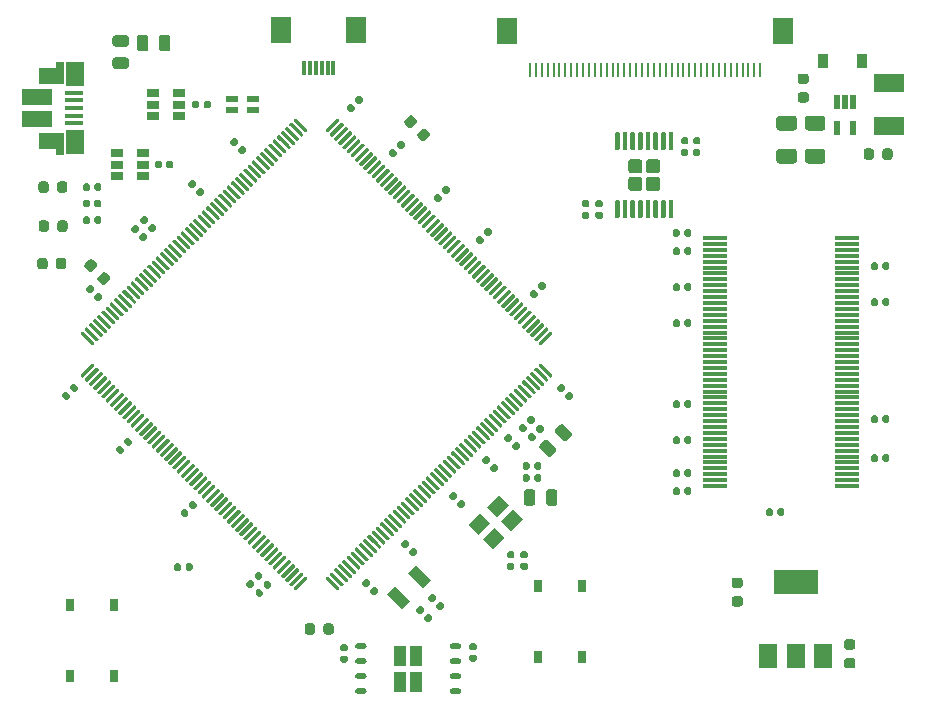
<source format=gtp>
%TF.GenerationSoftware,KiCad,Pcbnew,(5.1.6)-1*%
%TF.CreationDate,2020-09-25T10:07:23-05:00*%
%TF.ProjectId,customDisplay,63757374-6f6d-4446-9973-706c61792e6b,rev?*%
%TF.SameCoordinates,Original*%
%TF.FileFunction,Paste,Top*%
%TF.FilePolarity,Positive*%
%FSLAX46Y46*%
G04 Gerber Fmt 4.6, Leading zero omitted, Abs format (unit mm)*
G04 Created by KiCad (PCBNEW (5.1.6)-1) date 2020-09-25 10:07:23*
%MOMM*%
%LPD*%
G01*
G04 APERTURE LIST*
%ADD10R,1.000000X1.800000*%
%ADD11R,2.000000X0.300000*%
%ADD12R,1.800000X2.200000*%
%ADD13R,0.250000X1.300000*%
%ADD14R,0.500000X1.200000*%
%ADD15R,1.000000X0.500000*%
%ADD16R,0.750000X1.000000*%
%ADD17C,0.100000*%
%ADD18R,2.000000X1.350000*%
%ADD19R,0.700000X1.825000*%
%ADD20R,1.500000X2.000000*%
%ADD21R,1.650000X0.400000*%
%ADD22R,2.500000X1.430000*%
%ADD23R,1.060000X0.650000*%
%ADD24R,3.800000X2.000000*%
%ADD25R,0.900000X1.200000*%
%ADD26R,2.500000X1.500000*%
%ADD27R,0.300000X1.300000*%
G04 APERTURE END LIST*
%TO.C,U5*%
G36*
G01*
X142642200Y-124079000D02*
X142642200Y-124079000D01*
G75*
G02*
X142892200Y-123829000I250000J0D01*
G01*
X143392200Y-123829000D01*
G75*
G02*
X143642200Y-124079000I0J-250000D01*
G01*
X143642200Y-124079000D01*
G75*
G02*
X143392200Y-124329000I-250000J0D01*
G01*
X142892200Y-124329000D01*
G75*
G02*
X142642200Y-124079000I0J250000D01*
G01*
G37*
G36*
G01*
X142642200Y-125349000D02*
X142642200Y-125349000D01*
G75*
G02*
X142892200Y-125099000I250000J0D01*
G01*
X143392200Y-125099000D01*
G75*
G02*
X143642200Y-125349000I0J-250000D01*
G01*
X143642200Y-125349000D01*
G75*
G02*
X143392200Y-125599000I-250000J0D01*
G01*
X142892200Y-125599000D01*
G75*
G02*
X142642200Y-125349000I0J250000D01*
G01*
G37*
G36*
G01*
X142642200Y-126619000D02*
X142642200Y-126619000D01*
G75*
G02*
X142892200Y-126369000I250000J0D01*
G01*
X143392200Y-126369000D01*
G75*
G02*
X143642200Y-126619000I0J-250000D01*
G01*
X143642200Y-126619000D01*
G75*
G02*
X143392200Y-126869000I-250000J0D01*
G01*
X142892200Y-126869000D01*
G75*
G02*
X142642200Y-126619000I0J250000D01*
G01*
G37*
G36*
G01*
X142642200Y-127889000D02*
X142642200Y-127889000D01*
G75*
G02*
X142892200Y-127639000I250000J0D01*
G01*
X143392200Y-127639000D01*
G75*
G02*
X143642200Y-127889000I0J-250000D01*
G01*
X143642200Y-127889000D01*
G75*
G02*
X143392200Y-128139000I-250000J0D01*
G01*
X142892200Y-128139000D01*
G75*
G02*
X142642200Y-127889000I0J250000D01*
G01*
G37*
G36*
G01*
X150642200Y-127889000D02*
X150642200Y-127889000D01*
G75*
G02*
X150892200Y-127639000I250000J0D01*
G01*
X151392200Y-127639000D01*
G75*
G02*
X151642200Y-127889000I0J-250000D01*
G01*
X151642200Y-127889000D01*
G75*
G02*
X151392200Y-128139000I-250000J0D01*
G01*
X150892200Y-128139000D01*
G75*
G02*
X150642200Y-127889000I0J250000D01*
G01*
G37*
G36*
G01*
X150642200Y-126619000D02*
X150642200Y-126619000D01*
G75*
G02*
X150892200Y-126369000I250000J0D01*
G01*
X151392200Y-126369000D01*
G75*
G02*
X151642200Y-126619000I0J-250000D01*
G01*
X151642200Y-126619000D01*
G75*
G02*
X151392200Y-126869000I-250000J0D01*
G01*
X150892200Y-126869000D01*
G75*
G02*
X150642200Y-126619000I0J250000D01*
G01*
G37*
G36*
G01*
X150642200Y-125349000D02*
X150642200Y-125349000D01*
G75*
G02*
X150892200Y-125099000I250000J0D01*
G01*
X151392200Y-125099000D01*
G75*
G02*
X151642200Y-125349000I0J-250000D01*
G01*
X151642200Y-125349000D01*
G75*
G02*
X151392200Y-125599000I-250000J0D01*
G01*
X150892200Y-125599000D01*
G75*
G02*
X150642200Y-125349000I0J250000D01*
G01*
G37*
G36*
G01*
X150642200Y-124079000D02*
X150642200Y-124079000D01*
G75*
G02*
X150892200Y-123829000I250000J0D01*
G01*
X151392200Y-123829000D01*
G75*
G02*
X151642200Y-124079000I0J-250000D01*
G01*
X151642200Y-124079000D01*
G75*
G02*
X151392200Y-124329000I-250000J0D01*
G01*
X150892200Y-124329000D01*
G75*
G02*
X150642200Y-124079000I0J250000D01*
G01*
G37*
D10*
X147792200Y-127084000D03*
X146492200Y-124884000D03*
X147792200Y-124884000D03*
X146492200Y-127084000D03*
%TD*%
%TO.C,U1*%
G36*
G01*
X141335944Y-119263700D02*
X141229878Y-119369766D01*
G75*
G02*
X141123812Y-119369766I-53033J53033D01*
G01*
X140169218Y-118415172D01*
G75*
G02*
X140169218Y-118309106I53033J53033D01*
G01*
X140275284Y-118203040D01*
G75*
G02*
X140381350Y-118203040I53033J-53033D01*
G01*
X141335944Y-119157634D01*
G75*
G02*
X141335944Y-119263700I-53033J-53033D01*
G01*
G37*
G36*
G01*
X141689497Y-118910147D02*
X141583431Y-119016213D01*
G75*
G02*
X141477365Y-119016213I-53033J53033D01*
G01*
X140522771Y-118061619D01*
G75*
G02*
X140522771Y-117955553I53033J53033D01*
G01*
X140628837Y-117849487D01*
G75*
G02*
X140734903Y-117849487I53033J-53033D01*
G01*
X141689497Y-118804081D01*
G75*
G02*
X141689497Y-118910147I-53033J-53033D01*
G01*
G37*
G36*
G01*
X142043050Y-118556594D02*
X141936984Y-118662660D01*
G75*
G02*
X141830918Y-118662660I-53033J53033D01*
G01*
X140876324Y-117708066D01*
G75*
G02*
X140876324Y-117602000I53033J53033D01*
G01*
X140982390Y-117495934D01*
G75*
G02*
X141088456Y-117495934I53033J-53033D01*
G01*
X142043050Y-118450528D01*
G75*
G02*
X142043050Y-118556594I-53033J-53033D01*
G01*
G37*
G36*
G01*
X142396604Y-118203040D02*
X142290538Y-118309106D01*
G75*
G02*
X142184472Y-118309106I-53033J53033D01*
G01*
X141229878Y-117354512D01*
G75*
G02*
X141229878Y-117248446I53033J53033D01*
G01*
X141335944Y-117142380D01*
G75*
G02*
X141442010Y-117142380I53033J-53033D01*
G01*
X142396604Y-118096974D01*
G75*
G02*
X142396604Y-118203040I-53033J-53033D01*
G01*
G37*
G36*
G01*
X142750157Y-117849487D02*
X142644091Y-117955553D01*
G75*
G02*
X142538025Y-117955553I-53033J53033D01*
G01*
X141583431Y-117000959D01*
G75*
G02*
X141583431Y-116894893I53033J53033D01*
G01*
X141689497Y-116788827D01*
G75*
G02*
X141795563Y-116788827I53033J-53033D01*
G01*
X142750157Y-117743421D01*
G75*
G02*
X142750157Y-117849487I-53033J-53033D01*
G01*
G37*
G36*
G01*
X143103711Y-117495934D02*
X142997645Y-117602000D01*
G75*
G02*
X142891579Y-117602000I-53033J53033D01*
G01*
X141936985Y-116647406D01*
G75*
G02*
X141936985Y-116541340I53033J53033D01*
G01*
X142043051Y-116435274D01*
G75*
G02*
X142149117Y-116435274I53033J-53033D01*
G01*
X143103711Y-117389868D01*
G75*
G02*
X143103711Y-117495934I-53033J-53033D01*
G01*
G37*
G36*
G01*
X143457264Y-117142380D02*
X143351198Y-117248446D01*
G75*
G02*
X143245132Y-117248446I-53033J53033D01*
G01*
X142290538Y-116293852D01*
G75*
G02*
X142290538Y-116187786I53033J53033D01*
G01*
X142396604Y-116081720D01*
G75*
G02*
X142502670Y-116081720I53033J-53033D01*
G01*
X143457264Y-117036314D01*
G75*
G02*
X143457264Y-117142380I-53033J-53033D01*
G01*
G37*
G36*
G01*
X143810817Y-116788827D02*
X143704751Y-116894893D01*
G75*
G02*
X143598685Y-116894893I-53033J53033D01*
G01*
X142644091Y-115940299D01*
G75*
G02*
X142644091Y-115834233I53033J53033D01*
G01*
X142750157Y-115728167D01*
G75*
G02*
X142856223Y-115728167I53033J-53033D01*
G01*
X143810817Y-116682761D01*
G75*
G02*
X143810817Y-116788827I-53033J-53033D01*
G01*
G37*
G36*
G01*
X144164371Y-116435273D02*
X144058305Y-116541339D01*
G75*
G02*
X143952239Y-116541339I-53033J53033D01*
G01*
X142997645Y-115586745D01*
G75*
G02*
X142997645Y-115480679I53033J53033D01*
G01*
X143103711Y-115374613D01*
G75*
G02*
X143209777Y-115374613I53033J-53033D01*
G01*
X144164371Y-116329207D01*
G75*
G02*
X144164371Y-116435273I-53033J-53033D01*
G01*
G37*
G36*
G01*
X144517924Y-116081720D02*
X144411858Y-116187786D01*
G75*
G02*
X144305792Y-116187786I-53033J53033D01*
G01*
X143351198Y-115233192D01*
G75*
G02*
X143351198Y-115127126I53033J53033D01*
G01*
X143457264Y-115021060D01*
G75*
G02*
X143563330Y-115021060I53033J-53033D01*
G01*
X144517924Y-115975654D01*
G75*
G02*
X144517924Y-116081720I-53033J-53033D01*
G01*
G37*
G36*
G01*
X144871477Y-115728167D02*
X144765411Y-115834233D01*
G75*
G02*
X144659345Y-115834233I-53033J53033D01*
G01*
X143704751Y-114879639D01*
G75*
G02*
X143704751Y-114773573I53033J53033D01*
G01*
X143810817Y-114667507D01*
G75*
G02*
X143916883Y-114667507I53033J-53033D01*
G01*
X144871477Y-115622101D01*
G75*
G02*
X144871477Y-115728167I-53033J-53033D01*
G01*
G37*
G36*
G01*
X145225031Y-115374613D02*
X145118965Y-115480679D01*
G75*
G02*
X145012899Y-115480679I-53033J53033D01*
G01*
X144058305Y-114526085D01*
G75*
G02*
X144058305Y-114420019I53033J53033D01*
G01*
X144164371Y-114313953D01*
G75*
G02*
X144270437Y-114313953I53033J-53033D01*
G01*
X145225031Y-115268547D01*
G75*
G02*
X145225031Y-115374613I-53033J-53033D01*
G01*
G37*
G36*
G01*
X145578584Y-115021060D02*
X145472518Y-115127126D01*
G75*
G02*
X145366452Y-115127126I-53033J53033D01*
G01*
X144411858Y-114172532D01*
G75*
G02*
X144411858Y-114066466I53033J53033D01*
G01*
X144517924Y-113960400D01*
G75*
G02*
X144623990Y-113960400I53033J-53033D01*
G01*
X145578584Y-114914994D01*
G75*
G02*
X145578584Y-115021060I-53033J-53033D01*
G01*
G37*
G36*
G01*
X145932138Y-114667506D02*
X145826072Y-114773572D01*
G75*
G02*
X145720006Y-114773572I-53033J53033D01*
G01*
X144765412Y-113818978D01*
G75*
G02*
X144765412Y-113712912I53033J53033D01*
G01*
X144871478Y-113606846D01*
G75*
G02*
X144977544Y-113606846I53033J-53033D01*
G01*
X145932138Y-114561440D01*
G75*
G02*
X145932138Y-114667506I-53033J-53033D01*
G01*
G37*
G36*
G01*
X146285691Y-114313953D02*
X146179625Y-114420019D01*
G75*
G02*
X146073559Y-114420019I-53033J53033D01*
G01*
X145118965Y-113465425D01*
G75*
G02*
X145118965Y-113359359I53033J53033D01*
G01*
X145225031Y-113253293D01*
G75*
G02*
X145331097Y-113253293I53033J-53033D01*
G01*
X146285691Y-114207887D01*
G75*
G02*
X146285691Y-114313953I-53033J-53033D01*
G01*
G37*
G36*
G01*
X146639244Y-113960400D02*
X146533178Y-114066466D01*
G75*
G02*
X146427112Y-114066466I-53033J53033D01*
G01*
X145472518Y-113111872D01*
G75*
G02*
X145472518Y-113005806I53033J53033D01*
G01*
X145578584Y-112899740D01*
G75*
G02*
X145684650Y-112899740I53033J-53033D01*
G01*
X146639244Y-113854334D01*
G75*
G02*
X146639244Y-113960400I-53033J-53033D01*
G01*
G37*
G36*
G01*
X146992798Y-113606846D02*
X146886732Y-113712912D01*
G75*
G02*
X146780666Y-113712912I-53033J53033D01*
G01*
X145826072Y-112758318D01*
G75*
G02*
X145826072Y-112652252I53033J53033D01*
G01*
X145932138Y-112546186D01*
G75*
G02*
X146038204Y-112546186I53033J-53033D01*
G01*
X146992798Y-113500780D01*
G75*
G02*
X146992798Y-113606846I-53033J-53033D01*
G01*
G37*
G36*
G01*
X147346351Y-113253293D02*
X147240285Y-113359359D01*
G75*
G02*
X147134219Y-113359359I-53033J53033D01*
G01*
X146179625Y-112404765D01*
G75*
G02*
X146179625Y-112298699I53033J53033D01*
G01*
X146285691Y-112192633D01*
G75*
G02*
X146391757Y-112192633I53033J-53033D01*
G01*
X147346351Y-113147227D01*
G75*
G02*
X147346351Y-113253293I-53033J-53033D01*
G01*
G37*
G36*
G01*
X147699905Y-112899739D02*
X147593839Y-113005805D01*
G75*
G02*
X147487773Y-113005805I-53033J53033D01*
G01*
X146533179Y-112051211D01*
G75*
G02*
X146533179Y-111945145I53033J53033D01*
G01*
X146639245Y-111839079D01*
G75*
G02*
X146745311Y-111839079I53033J-53033D01*
G01*
X147699905Y-112793673D01*
G75*
G02*
X147699905Y-112899739I-53033J-53033D01*
G01*
G37*
G36*
G01*
X148053458Y-112546186D02*
X147947392Y-112652252D01*
G75*
G02*
X147841326Y-112652252I-53033J53033D01*
G01*
X146886732Y-111697658D01*
G75*
G02*
X146886732Y-111591592I53033J53033D01*
G01*
X146992798Y-111485526D01*
G75*
G02*
X147098864Y-111485526I53033J-53033D01*
G01*
X148053458Y-112440120D01*
G75*
G02*
X148053458Y-112546186I-53033J-53033D01*
G01*
G37*
G36*
G01*
X148407011Y-112192633D02*
X148300945Y-112298699D01*
G75*
G02*
X148194879Y-112298699I-53033J53033D01*
G01*
X147240285Y-111344105D01*
G75*
G02*
X147240285Y-111238039I53033J53033D01*
G01*
X147346351Y-111131973D01*
G75*
G02*
X147452417Y-111131973I53033J-53033D01*
G01*
X148407011Y-112086567D01*
G75*
G02*
X148407011Y-112192633I-53033J-53033D01*
G01*
G37*
G36*
G01*
X148760565Y-111839079D02*
X148654499Y-111945145D01*
G75*
G02*
X148548433Y-111945145I-53033J53033D01*
G01*
X147593839Y-110990551D01*
G75*
G02*
X147593839Y-110884485I53033J53033D01*
G01*
X147699905Y-110778419D01*
G75*
G02*
X147805971Y-110778419I53033J-53033D01*
G01*
X148760565Y-111733013D01*
G75*
G02*
X148760565Y-111839079I-53033J-53033D01*
G01*
G37*
G36*
G01*
X149114118Y-111485526D02*
X149008052Y-111591592D01*
G75*
G02*
X148901986Y-111591592I-53033J53033D01*
G01*
X147947392Y-110636998D01*
G75*
G02*
X147947392Y-110530932I53033J53033D01*
G01*
X148053458Y-110424866D01*
G75*
G02*
X148159524Y-110424866I53033J-53033D01*
G01*
X149114118Y-111379460D01*
G75*
G02*
X149114118Y-111485526I-53033J-53033D01*
G01*
G37*
G36*
G01*
X149467672Y-111131972D02*
X149361606Y-111238038D01*
G75*
G02*
X149255540Y-111238038I-53033J53033D01*
G01*
X148300946Y-110283444D01*
G75*
G02*
X148300946Y-110177378I53033J53033D01*
G01*
X148407012Y-110071312D01*
G75*
G02*
X148513078Y-110071312I53033J-53033D01*
G01*
X149467672Y-111025906D01*
G75*
G02*
X149467672Y-111131972I-53033J-53033D01*
G01*
G37*
G36*
G01*
X149821225Y-110778419D02*
X149715159Y-110884485D01*
G75*
G02*
X149609093Y-110884485I-53033J53033D01*
G01*
X148654499Y-109929891D01*
G75*
G02*
X148654499Y-109823825I53033J53033D01*
G01*
X148760565Y-109717759D01*
G75*
G02*
X148866631Y-109717759I53033J-53033D01*
G01*
X149821225Y-110672353D01*
G75*
G02*
X149821225Y-110778419I-53033J-53033D01*
G01*
G37*
G36*
G01*
X150174778Y-110424866D02*
X150068712Y-110530932D01*
G75*
G02*
X149962646Y-110530932I-53033J53033D01*
G01*
X149008052Y-109576338D01*
G75*
G02*
X149008052Y-109470272I53033J53033D01*
G01*
X149114118Y-109364206D01*
G75*
G02*
X149220184Y-109364206I53033J-53033D01*
G01*
X150174778Y-110318800D01*
G75*
G02*
X150174778Y-110424866I-53033J-53033D01*
G01*
G37*
G36*
G01*
X150528332Y-110071312D02*
X150422266Y-110177378D01*
G75*
G02*
X150316200Y-110177378I-53033J53033D01*
G01*
X149361606Y-109222784D01*
G75*
G02*
X149361606Y-109116718I53033J53033D01*
G01*
X149467672Y-109010652D01*
G75*
G02*
X149573738Y-109010652I53033J-53033D01*
G01*
X150528332Y-109965246D01*
G75*
G02*
X150528332Y-110071312I-53033J-53033D01*
G01*
G37*
G36*
G01*
X150881885Y-109717759D02*
X150775819Y-109823825D01*
G75*
G02*
X150669753Y-109823825I-53033J53033D01*
G01*
X149715159Y-108869231D01*
G75*
G02*
X149715159Y-108763165I53033J53033D01*
G01*
X149821225Y-108657099D01*
G75*
G02*
X149927291Y-108657099I53033J-53033D01*
G01*
X150881885Y-109611693D01*
G75*
G02*
X150881885Y-109717759I-53033J-53033D01*
G01*
G37*
G36*
G01*
X151235438Y-109364206D02*
X151129372Y-109470272D01*
G75*
G02*
X151023306Y-109470272I-53033J53033D01*
G01*
X150068712Y-108515678D01*
G75*
G02*
X150068712Y-108409612I53033J53033D01*
G01*
X150174778Y-108303546D01*
G75*
G02*
X150280844Y-108303546I53033J-53033D01*
G01*
X151235438Y-109258140D01*
G75*
G02*
X151235438Y-109364206I-53033J-53033D01*
G01*
G37*
G36*
G01*
X151588992Y-109010652D02*
X151482926Y-109116718D01*
G75*
G02*
X151376860Y-109116718I-53033J53033D01*
G01*
X150422266Y-108162124D01*
G75*
G02*
X150422266Y-108056058I53033J53033D01*
G01*
X150528332Y-107949992D01*
G75*
G02*
X150634398Y-107949992I53033J-53033D01*
G01*
X151588992Y-108904586D01*
G75*
G02*
X151588992Y-109010652I-53033J-53033D01*
G01*
G37*
G36*
G01*
X151942545Y-108657099D02*
X151836479Y-108763165D01*
G75*
G02*
X151730413Y-108763165I-53033J53033D01*
G01*
X150775819Y-107808571D01*
G75*
G02*
X150775819Y-107702505I53033J53033D01*
G01*
X150881885Y-107596439D01*
G75*
G02*
X150987951Y-107596439I53033J-53033D01*
G01*
X151942545Y-108551033D01*
G75*
G02*
X151942545Y-108657099I-53033J-53033D01*
G01*
G37*
G36*
G01*
X152296099Y-108303545D02*
X152190033Y-108409611D01*
G75*
G02*
X152083967Y-108409611I-53033J53033D01*
G01*
X151129373Y-107455017D01*
G75*
G02*
X151129373Y-107348951I53033J53033D01*
G01*
X151235439Y-107242885D01*
G75*
G02*
X151341505Y-107242885I53033J-53033D01*
G01*
X152296099Y-108197479D01*
G75*
G02*
X152296099Y-108303545I-53033J-53033D01*
G01*
G37*
G36*
G01*
X152649652Y-107949992D02*
X152543586Y-108056058D01*
G75*
G02*
X152437520Y-108056058I-53033J53033D01*
G01*
X151482926Y-107101464D01*
G75*
G02*
X151482926Y-106995398I53033J53033D01*
G01*
X151588992Y-106889332D01*
G75*
G02*
X151695058Y-106889332I53033J-53033D01*
G01*
X152649652Y-107843926D01*
G75*
G02*
X152649652Y-107949992I-53033J-53033D01*
G01*
G37*
G36*
G01*
X153003205Y-107596439D02*
X152897139Y-107702505D01*
G75*
G02*
X152791073Y-107702505I-53033J53033D01*
G01*
X151836479Y-106747911D01*
G75*
G02*
X151836479Y-106641845I53033J53033D01*
G01*
X151942545Y-106535779D01*
G75*
G02*
X152048611Y-106535779I53033J-53033D01*
G01*
X153003205Y-107490373D01*
G75*
G02*
X153003205Y-107596439I-53033J-53033D01*
G01*
G37*
G36*
G01*
X153356759Y-107242885D02*
X153250693Y-107348951D01*
G75*
G02*
X153144627Y-107348951I-53033J53033D01*
G01*
X152190033Y-106394357D01*
G75*
G02*
X152190033Y-106288291I53033J53033D01*
G01*
X152296099Y-106182225D01*
G75*
G02*
X152402165Y-106182225I53033J-53033D01*
G01*
X153356759Y-107136819D01*
G75*
G02*
X153356759Y-107242885I-53033J-53033D01*
G01*
G37*
G36*
G01*
X153710312Y-106889332D02*
X153604246Y-106995398D01*
G75*
G02*
X153498180Y-106995398I-53033J53033D01*
G01*
X152543586Y-106040804D01*
G75*
G02*
X152543586Y-105934738I53033J53033D01*
G01*
X152649652Y-105828672D01*
G75*
G02*
X152755718Y-105828672I53033J-53033D01*
G01*
X153710312Y-106783266D01*
G75*
G02*
X153710312Y-106889332I-53033J-53033D01*
G01*
G37*
G36*
G01*
X154063866Y-106535778D02*
X153957800Y-106641844D01*
G75*
G02*
X153851734Y-106641844I-53033J53033D01*
G01*
X152897140Y-105687250D01*
G75*
G02*
X152897140Y-105581184I53033J53033D01*
G01*
X153003206Y-105475118D01*
G75*
G02*
X153109272Y-105475118I53033J-53033D01*
G01*
X154063866Y-106429712D01*
G75*
G02*
X154063866Y-106535778I-53033J-53033D01*
G01*
G37*
G36*
G01*
X154417419Y-106182225D02*
X154311353Y-106288291D01*
G75*
G02*
X154205287Y-106288291I-53033J53033D01*
G01*
X153250693Y-105333697D01*
G75*
G02*
X153250693Y-105227631I53033J53033D01*
G01*
X153356759Y-105121565D01*
G75*
G02*
X153462825Y-105121565I53033J-53033D01*
G01*
X154417419Y-106076159D01*
G75*
G02*
X154417419Y-106182225I-53033J-53033D01*
G01*
G37*
G36*
G01*
X154770972Y-105828672D02*
X154664906Y-105934738D01*
G75*
G02*
X154558840Y-105934738I-53033J53033D01*
G01*
X153604246Y-104980144D01*
G75*
G02*
X153604246Y-104874078I53033J53033D01*
G01*
X153710312Y-104768012D01*
G75*
G02*
X153816378Y-104768012I53033J-53033D01*
G01*
X154770972Y-105722606D01*
G75*
G02*
X154770972Y-105828672I-53033J-53033D01*
G01*
G37*
G36*
G01*
X155124526Y-105475118D02*
X155018460Y-105581184D01*
G75*
G02*
X154912394Y-105581184I-53033J53033D01*
G01*
X153957800Y-104626590D01*
G75*
G02*
X153957800Y-104520524I53033J53033D01*
G01*
X154063866Y-104414458D01*
G75*
G02*
X154169932Y-104414458I53033J-53033D01*
G01*
X155124526Y-105369052D01*
G75*
G02*
X155124526Y-105475118I-53033J-53033D01*
G01*
G37*
G36*
G01*
X155478079Y-105121565D02*
X155372013Y-105227631D01*
G75*
G02*
X155265947Y-105227631I-53033J53033D01*
G01*
X154311353Y-104273037D01*
G75*
G02*
X154311353Y-104166971I53033J53033D01*
G01*
X154417419Y-104060905D01*
G75*
G02*
X154523485Y-104060905I53033J-53033D01*
G01*
X155478079Y-105015499D01*
G75*
G02*
X155478079Y-105121565I-53033J-53033D01*
G01*
G37*
G36*
G01*
X155831633Y-104768011D02*
X155725567Y-104874077D01*
G75*
G02*
X155619501Y-104874077I-53033J53033D01*
G01*
X154664907Y-103919483D01*
G75*
G02*
X154664907Y-103813417I53033J53033D01*
G01*
X154770973Y-103707351D01*
G75*
G02*
X154877039Y-103707351I53033J-53033D01*
G01*
X155831633Y-104661945D01*
G75*
G02*
X155831633Y-104768011I-53033J-53033D01*
G01*
G37*
G36*
G01*
X156185186Y-104414458D02*
X156079120Y-104520524D01*
G75*
G02*
X155973054Y-104520524I-53033J53033D01*
G01*
X155018460Y-103565930D01*
G75*
G02*
X155018460Y-103459864I53033J53033D01*
G01*
X155124526Y-103353798D01*
G75*
G02*
X155230592Y-103353798I53033J-53033D01*
G01*
X156185186Y-104308392D01*
G75*
G02*
X156185186Y-104414458I-53033J-53033D01*
G01*
G37*
G36*
G01*
X156538739Y-104060905D02*
X156432673Y-104166971D01*
G75*
G02*
X156326607Y-104166971I-53033J53033D01*
G01*
X155372013Y-103212377D01*
G75*
G02*
X155372013Y-103106311I53033J53033D01*
G01*
X155478079Y-103000245D01*
G75*
G02*
X155584145Y-103000245I53033J-53033D01*
G01*
X156538739Y-103954839D01*
G75*
G02*
X156538739Y-104060905I-53033J-53033D01*
G01*
G37*
G36*
G01*
X156892293Y-103707351D02*
X156786227Y-103813417D01*
G75*
G02*
X156680161Y-103813417I-53033J53033D01*
G01*
X155725567Y-102858823D01*
G75*
G02*
X155725567Y-102752757I53033J53033D01*
G01*
X155831633Y-102646691D01*
G75*
G02*
X155937699Y-102646691I53033J-53033D01*
G01*
X156892293Y-103601285D01*
G75*
G02*
X156892293Y-103707351I-53033J-53033D01*
G01*
G37*
G36*
G01*
X157245846Y-103353798D02*
X157139780Y-103459864D01*
G75*
G02*
X157033714Y-103459864I-53033J53033D01*
G01*
X156079120Y-102505270D01*
G75*
G02*
X156079120Y-102399204I53033J53033D01*
G01*
X156185186Y-102293138D01*
G75*
G02*
X156291252Y-102293138I53033J-53033D01*
G01*
X157245846Y-103247732D01*
G75*
G02*
X157245846Y-103353798I-53033J-53033D01*
G01*
G37*
G36*
G01*
X157599400Y-103000245D02*
X157493334Y-103106311D01*
G75*
G02*
X157387268Y-103106311I-53033J53033D01*
G01*
X156432674Y-102151717D01*
G75*
G02*
X156432674Y-102045651I53033J53033D01*
G01*
X156538740Y-101939585D01*
G75*
G02*
X156644806Y-101939585I53033J-53033D01*
G01*
X157599400Y-102894179D01*
G75*
G02*
X157599400Y-103000245I-53033J-53033D01*
G01*
G37*
G36*
G01*
X157952953Y-102646691D02*
X157846887Y-102752757D01*
G75*
G02*
X157740821Y-102752757I-53033J53033D01*
G01*
X156786227Y-101798163D01*
G75*
G02*
X156786227Y-101692097I53033J53033D01*
G01*
X156892293Y-101586031D01*
G75*
G02*
X156998359Y-101586031I53033J-53033D01*
G01*
X157952953Y-102540625D01*
G75*
G02*
X157952953Y-102646691I-53033J-53033D01*
G01*
G37*
G36*
G01*
X158306506Y-102293138D02*
X158200440Y-102399204D01*
G75*
G02*
X158094374Y-102399204I-53033J53033D01*
G01*
X157139780Y-101444610D01*
G75*
G02*
X157139780Y-101338544I53033J53033D01*
G01*
X157245846Y-101232478D01*
G75*
G02*
X157351912Y-101232478I53033J-53033D01*
G01*
X158306506Y-102187072D01*
G75*
G02*
X158306506Y-102293138I-53033J-53033D01*
G01*
G37*
G36*
G01*
X158660060Y-101939584D02*
X158553994Y-102045650D01*
G75*
G02*
X158447928Y-102045650I-53033J53033D01*
G01*
X157493334Y-101091056D01*
G75*
G02*
X157493334Y-100984990I53033J53033D01*
G01*
X157599400Y-100878924D01*
G75*
G02*
X157705466Y-100878924I53033J-53033D01*
G01*
X158660060Y-101833518D01*
G75*
G02*
X158660060Y-101939584I-53033J-53033D01*
G01*
G37*
G36*
G01*
X159013613Y-101586031D02*
X158907547Y-101692097D01*
G75*
G02*
X158801481Y-101692097I-53033J53033D01*
G01*
X157846887Y-100737503D01*
G75*
G02*
X157846887Y-100631437I53033J53033D01*
G01*
X157952953Y-100525371D01*
G75*
G02*
X158059019Y-100525371I53033J-53033D01*
G01*
X159013613Y-101479965D01*
G75*
G02*
X159013613Y-101586031I-53033J-53033D01*
G01*
G37*
G36*
G01*
X159367166Y-101232478D02*
X159261100Y-101338544D01*
G75*
G02*
X159155034Y-101338544I-53033J53033D01*
G01*
X158200440Y-100383950D01*
G75*
G02*
X158200440Y-100277884I53033J53033D01*
G01*
X158306506Y-100171818D01*
G75*
G02*
X158412572Y-100171818I53033J-53033D01*
G01*
X159367166Y-101126412D01*
G75*
G02*
X159367166Y-101232478I-53033J-53033D01*
G01*
G37*
G36*
G01*
X159367166Y-97661588D02*
X158412572Y-98616182D01*
G75*
G02*
X158306506Y-98616182I-53033J53033D01*
G01*
X158200440Y-98510116D01*
G75*
G02*
X158200440Y-98404050I53033J53033D01*
G01*
X159155034Y-97449456D01*
G75*
G02*
X159261100Y-97449456I53033J-53033D01*
G01*
X159367166Y-97555522D01*
G75*
G02*
X159367166Y-97661588I-53033J-53033D01*
G01*
G37*
G36*
G01*
X159013613Y-97308035D02*
X158059019Y-98262629D01*
G75*
G02*
X157952953Y-98262629I-53033J53033D01*
G01*
X157846887Y-98156563D01*
G75*
G02*
X157846887Y-98050497I53033J53033D01*
G01*
X158801481Y-97095903D01*
G75*
G02*
X158907547Y-97095903I53033J-53033D01*
G01*
X159013613Y-97201969D01*
G75*
G02*
X159013613Y-97308035I-53033J-53033D01*
G01*
G37*
G36*
G01*
X158660060Y-96954482D02*
X157705466Y-97909076D01*
G75*
G02*
X157599400Y-97909076I-53033J53033D01*
G01*
X157493334Y-97803010D01*
G75*
G02*
X157493334Y-97696944I53033J53033D01*
G01*
X158447928Y-96742350D01*
G75*
G02*
X158553994Y-96742350I53033J-53033D01*
G01*
X158660060Y-96848416D01*
G75*
G02*
X158660060Y-96954482I-53033J-53033D01*
G01*
G37*
G36*
G01*
X158306506Y-96600928D02*
X157351912Y-97555522D01*
G75*
G02*
X157245846Y-97555522I-53033J53033D01*
G01*
X157139780Y-97449456D01*
G75*
G02*
X157139780Y-97343390I53033J53033D01*
G01*
X158094374Y-96388796D01*
G75*
G02*
X158200440Y-96388796I53033J-53033D01*
G01*
X158306506Y-96494862D01*
G75*
G02*
X158306506Y-96600928I-53033J-53033D01*
G01*
G37*
G36*
G01*
X157952953Y-96247375D02*
X156998359Y-97201969D01*
G75*
G02*
X156892293Y-97201969I-53033J53033D01*
G01*
X156786227Y-97095903D01*
G75*
G02*
X156786227Y-96989837I53033J53033D01*
G01*
X157740821Y-96035243D01*
G75*
G02*
X157846887Y-96035243I53033J-53033D01*
G01*
X157952953Y-96141309D01*
G75*
G02*
X157952953Y-96247375I-53033J-53033D01*
G01*
G37*
G36*
G01*
X157599400Y-95893821D02*
X156644806Y-96848415D01*
G75*
G02*
X156538740Y-96848415I-53033J53033D01*
G01*
X156432674Y-96742349D01*
G75*
G02*
X156432674Y-96636283I53033J53033D01*
G01*
X157387268Y-95681689D01*
G75*
G02*
X157493334Y-95681689I53033J-53033D01*
G01*
X157599400Y-95787755D01*
G75*
G02*
X157599400Y-95893821I-53033J-53033D01*
G01*
G37*
G36*
G01*
X157245846Y-95540268D02*
X156291252Y-96494862D01*
G75*
G02*
X156185186Y-96494862I-53033J53033D01*
G01*
X156079120Y-96388796D01*
G75*
G02*
X156079120Y-96282730I53033J53033D01*
G01*
X157033714Y-95328136D01*
G75*
G02*
X157139780Y-95328136I53033J-53033D01*
G01*
X157245846Y-95434202D01*
G75*
G02*
X157245846Y-95540268I-53033J-53033D01*
G01*
G37*
G36*
G01*
X156892293Y-95186715D02*
X155937699Y-96141309D01*
G75*
G02*
X155831633Y-96141309I-53033J53033D01*
G01*
X155725567Y-96035243D01*
G75*
G02*
X155725567Y-95929177I53033J53033D01*
G01*
X156680161Y-94974583D01*
G75*
G02*
X156786227Y-94974583I53033J-53033D01*
G01*
X156892293Y-95080649D01*
G75*
G02*
X156892293Y-95186715I-53033J-53033D01*
G01*
G37*
G36*
G01*
X156538739Y-94833161D02*
X155584145Y-95787755D01*
G75*
G02*
X155478079Y-95787755I-53033J53033D01*
G01*
X155372013Y-95681689D01*
G75*
G02*
X155372013Y-95575623I53033J53033D01*
G01*
X156326607Y-94621029D01*
G75*
G02*
X156432673Y-94621029I53033J-53033D01*
G01*
X156538739Y-94727095D01*
G75*
G02*
X156538739Y-94833161I-53033J-53033D01*
G01*
G37*
G36*
G01*
X156185186Y-94479608D02*
X155230592Y-95434202D01*
G75*
G02*
X155124526Y-95434202I-53033J53033D01*
G01*
X155018460Y-95328136D01*
G75*
G02*
X155018460Y-95222070I53033J53033D01*
G01*
X155973054Y-94267476D01*
G75*
G02*
X156079120Y-94267476I53033J-53033D01*
G01*
X156185186Y-94373542D01*
G75*
G02*
X156185186Y-94479608I-53033J-53033D01*
G01*
G37*
G36*
G01*
X155831633Y-94126055D02*
X154877039Y-95080649D01*
G75*
G02*
X154770973Y-95080649I-53033J53033D01*
G01*
X154664907Y-94974583D01*
G75*
G02*
X154664907Y-94868517I53033J53033D01*
G01*
X155619501Y-93913923D01*
G75*
G02*
X155725567Y-93913923I53033J-53033D01*
G01*
X155831633Y-94019989D01*
G75*
G02*
X155831633Y-94126055I-53033J-53033D01*
G01*
G37*
G36*
G01*
X155478079Y-93772501D02*
X154523485Y-94727095D01*
G75*
G02*
X154417419Y-94727095I-53033J53033D01*
G01*
X154311353Y-94621029D01*
G75*
G02*
X154311353Y-94514963I53033J53033D01*
G01*
X155265947Y-93560369D01*
G75*
G02*
X155372013Y-93560369I53033J-53033D01*
G01*
X155478079Y-93666435D01*
G75*
G02*
X155478079Y-93772501I-53033J-53033D01*
G01*
G37*
G36*
G01*
X155124526Y-93418948D02*
X154169932Y-94373542D01*
G75*
G02*
X154063866Y-94373542I-53033J53033D01*
G01*
X153957800Y-94267476D01*
G75*
G02*
X153957800Y-94161410I53033J53033D01*
G01*
X154912394Y-93206816D01*
G75*
G02*
X155018460Y-93206816I53033J-53033D01*
G01*
X155124526Y-93312882D01*
G75*
G02*
X155124526Y-93418948I-53033J-53033D01*
G01*
G37*
G36*
G01*
X154770972Y-93065394D02*
X153816378Y-94019988D01*
G75*
G02*
X153710312Y-94019988I-53033J53033D01*
G01*
X153604246Y-93913922D01*
G75*
G02*
X153604246Y-93807856I53033J53033D01*
G01*
X154558840Y-92853262D01*
G75*
G02*
X154664906Y-92853262I53033J-53033D01*
G01*
X154770972Y-92959328D01*
G75*
G02*
X154770972Y-93065394I-53033J-53033D01*
G01*
G37*
G36*
G01*
X154417419Y-92711841D02*
X153462825Y-93666435D01*
G75*
G02*
X153356759Y-93666435I-53033J53033D01*
G01*
X153250693Y-93560369D01*
G75*
G02*
X153250693Y-93454303I53033J53033D01*
G01*
X154205287Y-92499709D01*
G75*
G02*
X154311353Y-92499709I53033J-53033D01*
G01*
X154417419Y-92605775D01*
G75*
G02*
X154417419Y-92711841I-53033J-53033D01*
G01*
G37*
G36*
G01*
X154063866Y-92358288D02*
X153109272Y-93312882D01*
G75*
G02*
X153003206Y-93312882I-53033J53033D01*
G01*
X152897140Y-93206816D01*
G75*
G02*
X152897140Y-93100750I53033J53033D01*
G01*
X153851734Y-92146156D01*
G75*
G02*
X153957800Y-92146156I53033J-53033D01*
G01*
X154063866Y-92252222D01*
G75*
G02*
X154063866Y-92358288I-53033J-53033D01*
G01*
G37*
G36*
G01*
X153710312Y-92004734D02*
X152755718Y-92959328D01*
G75*
G02*
X152649652Y-92959328I-53033J53033D01*
G01*
X152543586Y-92853262D01*
G75*
G02*
X152543586Y-92747196I53033J53033D01*
G01*
X153498180Y-91792602D01*
G75*
G02*
X153604246Y-91792602I53033J-53033D01*
G01*
X153710312Y-91898668D01*
G75*
G02*
X153710312Y-92004734I-53033J-53033D01*
G01*
G37*
G36*
G01*
X153356759Y-91651181D02*
X152402165Y-92605775D01*
G75*
G02*
X152296099Y-92605775I-53033J53033D01*
G01*
X152190033Y-92499709D01*
G75*
G02*
X152190033Y-92393643I53033J53033D01*
G01*
X153144627Y-91439049D01*
G75*
G02*
X153250693Y-91439049I53033J-53033D01*
G01*
X153356759Y-91545115D01*
G75*
G02*
X153356759Y-91651181I-53033J-53033D01*
G01*
G37*
G36*
G01*
X153003205Y-91297627D02*
X152048611Y-92252221D01*
G75*
G02*
X151942545Y-92252221I-53033J53033D01*
G01*
X151836479Y-92146155D01*
G75*
G02*
X151836479Y-92040089I53033J53033D01*
G01*
X152791073Y-91085495D01*
G75*
G02*
X152897139Y-91085495I53033J-53033D01*
G01*
X153003205Y-91191561D01*
G75*
G02*
X153003205Y-91297627I-53033J-53033D01*
G01*
G37*
G36*
G01*
X152649652Y-90944074D02*
X151695058Y-91898668D01*
G75*
G02*
X151588992Y-91898668I-53033J53033D01*
G01*
X151482926Y-91792602D01*
G75*
G02*
X151482926Y-91686536I53033J53033D01*
G01*
X152437520Y-90731942D01*
G75*
G02*
X152543586Y-90731942I53033J-53033D01*
G01*
X152649652Y-90838008D01*
G75*
G02*
X152649652Y-90944074I-53033J-53033D01*
G01*
G37*
G36*
G01*
X152296099Y-90590521D02*
X151341505Y-91545115D01*
G75*
G02*
X151235439Y-91545115I-53033J53033D01*
G01*
X151129373Y-91439049D01*
G75*
G02*
X151129373Y-91332983I53033J53033D01*
G01*
X152083967Y-90378389D01*
G75*
G02*
X152190033Y-90378389I53033J-53033D01*
G01*
X152296099Y-90484455D01*
G75*
G02*
X152296099Y-90590521I-53033J-53033D01*
G01*
G37*
G36*
G01*
X151942545Y-90236967D02*
X150987951Y-91191561D01*
G75*
G02*
X150881885Y-91191561I-53033J53033D01*
G01*
X150775819Y-91085495D01*
G75*
G02*
X150775819Y-90979429I53033J53033D01*
G01*
X151730413Y-90024835D01*
G75*
G02*
X151836479Y-90024835I53033J-53033D01*
G01*
X151942545Y-90130901D01*
G75*
G02*
X151942545Y-90236967I-53033J-53033D01*
G01*
G37*
G36*
G01*
X151588992Y-89883414D02*
X150634398Y-90838008D01*
G75*
G02*
X150528332Y-90838008I-53033J53033D01*
G01*
X150422266Y-90731942D01*
G75*
G02*
X150422266Y-90625876I53033J53033D01*
G01*
X151376860Y-89671282D01*
G75*
G02*
X151482926Y-89671282I53033J-53033D01*
G01*
X151588992Y-89777348D01*
G75*
G02*
X151588992Y-89883414I-53033J-53033D01*
G01*
G37*
G36*
G01*
X151235438Y-89529860D02*
X150280844Y-90484454D01*
G75*
G02*
X150174778Y-90484454I-53033J53033D01*
G01*
X150068712Y-90378388D01*
G75*
G02*
X150068712Y-90272322I53033J53033D01*
G01*
X151023306Y-89317728D01*
G75*
G02*
X151129372Y-89317728I53033J-53033D01*
G01*
X151235438Y-89423794D01*
G75*
G02*
X151235438Y-89529860I-53033J-53033D01*
G01*
G37*
G36*
G01*
X150881885Y-89176307D02*
X149927291Y-90130901D01*
G75*
G02*
X149821225Y-90130901I-53033J53033D01*
G01*
X149715159Y-90024835D01*
G75*
G02*
X149715159Y-89918769I53033J53033D01*
G01*
X150669753Y-88964175D01*
G75*
G02*
X150775819Y-88964175I53033J-53033D01*
G01*
X150881885Y-89070241D01*
G75*
G02*
X150881885Y-89176307I-53033J-53033D01*
G01*
G37*
G36*
G01*
X150528332Y-88822754D02*
X149573738Y-89777348D01*
G75*
G02*
X149467672Y-89777348I-53033J53033D01*
G01*
X149361606Y-89671282D01*
G75*
G02*
X149361606Y-89565216I53033J53033D01*
G01*
X150316200Y-88610622D01*
G75*
G02*
X150422266Y-88610622I53033J-53033D01*
G01*
X150528332Y-88716688D01*
G75*
G02*
X150528332Y-88822754I-53033J-53033D01*
G01*
G37*
G36*
G01*
X150174778Y-88469200D02*
X149220184Y-89423794D01*
G75*
G02*
X149114118Y-89423794I-53033J53033D01*
G01*
X149008052Y-89317728D01*
G75*
G02*
X149008052Y-89211662I53033J53033D01*
G01*
X149962646Y-88257068D01*
G75*
G02*
X150068712Y-88257068I53033J-53033D01*
G01*
X150174778Y-88363134D01*
G75*
G02*
X150174778Y-88469200I-53033J-53033D01*
G01*
G37*
G36*
G01*
X149821225Y-88115647D02*
X148866631Y-89070241D01*
G75*
G02*
X148760565Y-89070241I-53033J53033D01*
G01*
X148654499Y-88964175D01*
G75*
G02*
X148654499Y-88858109I53033J53033D01*
G01*
X149609093Y-87903515D01*
G75*
G02*
X149715159Y-87903515I53033J-53033D01*
G01*
X149821225Y-88009581D01*
G75*
G02*
X149821225Y-88115647I-53033J-53033D01*
G01*
G37*
G36*
G01*
X149467672Y-87762094D02*
X148513078Y-88716688D01*
G75*
G02*
X148407012Y-88716688I-53033J53033D01*
G01*
X148300946Y-88610622D01*
G75*
G02*
X148300946Y-88504556I53033J53033D01*
G01*
X149255540Y-87549962D01*
G75*
G02*
X149361606Y-87549962I53033J-53033D01*
G01*
X149467672Y-87656028D01*
G75*
G02*
X149467672Y-87762094I-53033J-53033D01*
G01*
G37*
G36*
G01*
X149114118Y-87408540D02*
X148159524Y-88363134D01*
G75*
G02*
X148053458Y-88363134I-53033J53033D01*
G01*
X147947392Y-88257068D01*
G75*
G02*
X147947392Y-88151002I53033J53033D01*
G01*
X148901986Y-87196408D01*
G75*
G02*
X149008052Y-87196408I53033J-53033D01*
G01*
X149114118Y-87302474D01*
G75*
G02*
X149114118Y-87408540I-53033J-53033D01*
G01*
G37*
G36*
G01*
X148760565Y-87054987D02*
X147805971Y-88009581D01*
G75*
G02*
X147699905Y-88009581I-53033J53033D01*
G01*
X147593839Y-87903515D01*
G75*
G02*
X147593839Y-87797449I53033J53033D01*
G01*
X148548433Y-86842855D01*
G75*
G02*
X148654499Y-86842855I53033J-53033D01*
G01*
X148760565Y-86948921D01*
G75*
G02*
X148760565Y-87054987I-53033J-53033D01*
G01*
G37*
G36*
G01*
X148407011Y-86701433D02*
X147452417Y-87656027D01*
G75*
G02*
X147346351Y-87656027I-53033J53033D01*
G01*
X147240285Y-87549961D01*
G75*
G02*
X147240285Y-87443895I53033J53033D01*
G01*
X148194879Y-86489301D01*
G75*
G02*
X148300945Y-86489301I53033J-53033D01*
G01*
X148407011Y-86595367D01*
G75*
G02*
X148407011Y-86701433I-53033J-53033D01*
G01*
G37*
G36*
G01*
X148053458Y-86347880D02*
X147098864Y-87302474D01*
G75*
G02*
X146992798Y-87302474I-53033J53033D01*
G01*
X146886732Y-87196408D01*
G75*
G02*
X146886732Y-87090342I53033J53033D01*
G01*
X147841326Y-86135748D01*
G75*
G02*
X147947392Y-86135748I53033J-53033D01*
G01*
X148053458Y-86241814D01*
G75*
G02*
X148053458Y-86347880I-53033J-53033D01*
G01*
G37*
G36*
G01*
X147699905Y-85994327D02*
X146745311Y-86948921D01*
G75*
G02*
X146639245Y-86948921I-53033J53033D01*
G01*
X146533179Y-86842855D01*
G75*
G02*
X146533179Y-86736789I53033J53033D01*
G01*
X147487773Y-85782195D01*
G75*
G02*
X147593839Y-85782195I53033J-53033D01*
G01*
X147699905Y-85888261D01*
G75*
G02*
X147699905Y-85994327I-53033J-53033D01*
G01*
G37*
G36*
G01*
X147346351Y-85640773D02*
X146391757Y-86595367D01*
G75*
G02*
X146285691Y-86595367I-53033J53033D01*
G01*
X146179625Y-86489301D01*
G75*
G02*
X146179625Y-86383235I53033J53033D01*
G01*
X147134219Y-85428641D01*
G75*
G02*
X147240285Y-85428641I53033J-53033D01*
G01*
X147346351Y-85534707D01*
G75*
G02*
X147346351Y-85640773I-53033J-53033D01*
G01*
G37*
G36*
G01*
X146992798Y-85287220D02*
X146038204Y-86241814D01*
G75*
G02*
X145932138Y-86241814I-53033J53033D01*
G01*
X145826072Y-86135748D01*
G75*
G02*
X145826072Y-86029682I53033J53033D01*
G01*
X146780666Y-85075088D01*
G75*
G02*
X146886732Y-85075088I53033J-53033D01*
G01*
X146992798Y-85181154D01*
G75*
G02*
X146992798Y-85287220I-53033J-53033D01*
G01*
G37*
G36*
G01*
X146639244Y-84933666D02*
X145684650Y-85888260D01*
G75*
G02*
X145578584Y-85888260I-53033J53033D01*
G01*
X145472518Y-85782194D01*
G75*
G02*
X145472518Y-85676128I53033J53033D01*
G01*
X146427112Y-84721534D01*
G75*
G02*
X146533178Y-84721534I53033J-53033D01*
G01*
X146639244Y-84827600D01*
G75*
G02*
X146639244Y-84933666I-53033J-53033D01*
G01*
G37*
G36*
G01*
X146285691Y-84580113D02*
X145331097Y-85534707D01*
G75*
G02*
X145225031Y-85534707I-53033J53033D01*
G01*
X145118965Y-85428641D01*
G75*
G02*
X145118965Y-85322575I53033J53033D01*
G01*
X146073559Y-84367981D01*
G75*
G02*
X146179625Y-84367981I53033J-53033D01*
G01*
X146285691Y-84474047D01*
G75*
G02*
X146285691Y-84580113I-53033J-53033D01*
G01*
G37*
G36*
G01*
X145932138Y-84226560D02*
X144977544Y-85181154D01*
G75*
G02*
X144871478Y-85181154I-53033J53033D01*
G01*
X144765412Y-85075088D01*
G75*
G02*
X144765412Y-84969022I53033J53033D01*
G01*
X145720006Y-84014428D01*
G75*
G02*
X145826072Y-84014428I53033J-53033D01*
G01*
X145932138Y-84120494D01*
G75*
G02*
X145932138Y-84226560I-53033J-53033D01*
G01*
G37*
G36*
G01*
X145578584Y-83873006D02*
X144623990Y-84827600D01*
G75*
G02*
X144517924Y-84827600I-53033J53033D01*
G01*
X144411858Y-84721534D01*
G75*
G02*
X144411858Y-84615468I53033J53033D01*
G01*
X145366452Y-83660874D01*
G75*
G02*
X145472518Y-83660874I53033J-53033D01*
G01*
X145578584Y-83766940D01*
G75*
G02*
X145578584Y-83873006I-53033J-53033D01*
G01*
G37*
G36*
G01*
X145225031Y-83519453D02*
X144270437Y-84474047D01*
G75*
G02*
X144164371Y-84474047I-53033J53033D01*
G01*
X144058305Y-84367981D01*
G75*
G02*
X144058305Y-84261915I53033J53033D01*
G01*
X145012899Y-83307321D01*
G75*
G02*
X145118965Y-83307321I53033J-53033D01*
G01*
X145225031Y-83413387D01*
G75*
G02*
X145225031Y-83519453I-53033J-53033D01*
G01*
G37*
G36*
G01*
X144871477Y-83165899D02*
X143916883Y-84120493D01*
G75*
G02*
X143810817Y-84120493I-53033J53033D01*
G01*
X143704751Y-84014427D01*
G75*
G02*
X143704751Y-83908361I53033J53033D01*
G01*
X144659345Y-82953767D01*
G75*
G02*
X144765411Y-82953767I53033J-53033D01*
G01*
X144871477Y-83059833D01*
G75*
G02*
X144871477Y-83165899I-53033J-53033D01*
G01*
G37*
G36*
G01*
X144517924Y-82812346D02*
X143563330Y-83766940D01*
G75*
G02*
X143457264Y-83766940I-53033J53033D01*
G01*
X143351198Y-83660874D01*
G75*
G02*
X143351198Y-83554808I53033J53033D01*
G01*
X144305792Y-82600214D01*
G75*
G02*
X144411858Y-82600214I53033J-53033D01*
G01*
X144517924Y-82706280D01*
G75*
G02*
X144517924Y-82812346I-53033J-53033D01*
G01*
G37*
G36*
G01*
X144164371Y-82458793D02*
X143209777Y-83413387D01*
G75*
G02*
X143103711Y-83413387I-53033J53033D01*
G01*
X142997645Y-83307321D01*
G75*
G02*
X142997645Y-83201255I53033J53033D01*
G01*
X143952239Y-82246661D01*
G75*
G02*
X144058305Y-82246661I53033J-53033D01*
G01*
X144164371Y-82352727D01*
G75*
G02*
X144164371Y-82458793I-53033J-53033D01*
G01*
G37*
G36*
G01*
X143810817Y-82105239D02*
X142856223Y-83059833D01*
G75*
G02*
X142750157Y-83059833I-53033J53033D01*
G01*
X142644091Y-82953767D01*
G75*
G02*
X142644091Y-82847701I53033J53033D01*
G01*
X143598685Y-81893107D01*
G75*
G02*
X143704751Y-81893107I53033J-53033D01*
G01*
X143810817Y-81999173D01*
G75*
G02*
X143810817Y-82105239I-53033J-53033D01*
G01*
G37*
G36*
G01*
X143457264Y-81751686D02*
X142502670Y-82706280D01*
G75*
G02*
X142396604Y-82706280I-53033J53033D01*
G01*
X142290538Y-82600214D01*
G75*
G02*
X142290538Y-82494148I53033J53033D01*
G01*
X143245132Y-81539554D01*
G75*
G02*
X143351198Y-81539554I53033J-53033D01*
G01*
X143457264Y-81645620D01*
G75*
G02*
X143457264Y-81751686I-53033J-53033D01*
G01*
G37*
G36*
G01*
X143103711Y-81398132D02*
X142149117Y-82352726D01*
G75*
G02*
X142043051Y-82352726I-53033J53033D01*
G01*
X141936985Y-82246660D01*
G75*
G02*
X141936985Y-82140594I53033J53033D01*
G01*
X142891579Y-81186000D01*
G75*
G02*
X142997645Y-81186000I53033J-53033D01*
G01*
X143103711Y-81292066D01*
G75*
G02*
X143103711Y-81398132I-53033J-53033D01*
G01*
G37*
G36*
G01*
X142750157Y-81044579D02*
X141795563Y-81999173D01*
G75*
G02*
X141689497Y-81999173I-53033J53033D01*
G01*
X141583431Y-81893107D01*
G75*
G02*
X141583431Y-81787041I53033J53033D01*
G01*
X142538025Y-80832447D01*
G75*
G02*
X142644091Y-80832447I53033J-53033D01*
G01*
X142750157Y-80938513D01*
G75*
G02*
X142750157Y-81044579I-53033J-53033D01*
G01*
G37*
G36*
G01*
X142396604Y-80691026D02*
X141442010Y-81645620D01*
G75*
G02*
X141335944Y-81645620I-53033J53033D01*
G01*
X141229878Y-81539554D01*
G75*
G02*
X141229878Y-81433488I53033J53033D01*
G01*
X142184472Y-80478894D01*
G75*
G02*
X142290538Y-80478894I53033J-53033D01*
G01*
X142396604Y-80584960D01*
G75*
G02*
X142396604Y-80691026I-53033J-53033D01*
G01*
G37*
G36*
G01*
X142043050Y-80337472D02*
X141088456Y-81292066D01*
G75*
G02*
X140982390Y-81292066I-53033J53033D01*
G01*
X140876324Y-81186000D01*
G75*
G02*
X140876324Y-81079934I53033J53033D01*
G01*
X141830918Y-80125340D01*
G75*
G02*
X141936984Y-80125340I53033J-53033D01*
G01*
X142043050Y-80231406D01*
G75*
G02*
X142043050Y-80337472I-53033J-53033D01*
G01*
G37*
G36*
G01*
X141689497Y-79983919D02*
X140734903Y-80938513D01*
G75*
G02*
X140628837Y-80938513I-53033J53033D01*
G01*
X140522771Y-80832447D01*
G75*
G02*
X140522771Y-80726381I53033J53033D01*
G01*
X141477365Y-79771787D01*
G75*
G02*
X141583431Y-79771787I53033J-53033D01*
G01*
X141689497Y-79877853D01*
G75*
G02*
X141689497Y-79983919I-53033J-53033D01*
G01*
G37*
G36*
G01*
X141335944Y-79630366D02*
X140381350Y-80584960D01*
G75*
G02*
X140275284Y-80584960I-53033J53033D01*
G01*
X140169218Y-80478894D01*
G75*
G02*
X140169218Y-80372828I53033J53033D01*
G01*
X141123812Y-79418234D01*
G75*
G02*
X141229878Y-79418234I53033J-53033D01*
G01*
X141335944Y-79524300D01*
G75*
G02*
X141335944Y-79630366I-53033J-53033D01*
G01*
G37*
G36*
G01*
X138613582Y-80478894D02*
X138507516Y-80584960D01*
G75*
G02*
X138401450Y-80584960I-53033J53033D01*
G01*
X137446856Y-79630366D01*
G75*
G02*
X137446856Y-79524300I53033J53033D01*
G01*
X137552922Y-79418234D01*
G75*
G02*
X137658988Y-79418234I53033J-53033D01*
G01*
X138613582Y-80372828D01*
G75*
G02*
X138613582Y-80478894I-53033J-53033D01*
G01*
G37*
G36*
G01*
X138260029Y-80832447D02*
X138153963Y-80938513D01*
G75*
G02*
X138047897Y-80938513I-53033J53033D01*
G01*
X137093303Y-79983919D01*
G75*
G02*
X137093303Y-79877853I53033J53033D01*
G01*
X137199369Y-79771787D01*
G75*
G02*
X137305435Y-79771787I53033J-53033D01*
G01*
X138260029Y-80726381D01*
G75*
G02*
X138260029Y-80832447I-53033J-53033D01*
G01*
G37*
G36*
G01*
X137906476Y-81186000D02*
X137800410Y-81292066D01*
G75*
G02*
X137694344Y-81292066I-53033J53033D01*
G01*
X136739750Y-80337472D01*
G75*
G02*
X136739750Y-80231406I53033J53033D01*
G01*
X136845816Y-80125340D01*
G75*
G02*
X136951882Y-80125340I53033J-53033D01*
G01*
X137906476Y-81079934D01*
G75*
G02*
X137906476Y-81186000I-53033J-53033D01*
G01*
G37*
G36*
G01*
X137552922Y-81539554D02*
X137446856Y-81645620D01*
G75*
G02*
X137340790Y-81645620I-53033J53033D01*
G01*
X136386196Y-80691026D01*
G75*
G02*
X136386196Y-80584960I53033J53033D01*
G01*
X136492262Y-80478894D01*
G75*
G02*
X136598328Y-80478894I53033J-53033D01*
G01*
X137552922Y-81433488D01*
G75*
G02*
X137552922Y-81539554I-53033J-53033D01*
G01*
G37*
G36*
G01*
X137199369Y-81893107D02*
X137093303Y-81999173D01*
G75*
G02*
X136987237Y-81999173I-53033J53033D01*
G01*
X136032643Y-81044579D01*
G75*
G02*
X136032643Y-80938513I53033J53033D01*
G01*
X136138709Y-80832447D01*
G75*
G02*
X136244775Y-80832447I53033J-53033D01*
G01*
X137199369Y-81787041D01*
G75*
G02*
X137199369Y-81893107I-53033J-53033D01*
G01*
G37*
G36*
G01*
X136845815Y-82246660D02*
X136739749Y-82352726D01*
G75*
G02*
X136633683Y-82352726I-53033J53033D01*
G01*
X135679089Y-81398132D01*
G75*
G02*
X135679089Y-81292066I53033J53033D01*
G01*
X135785155Y-81186000D01*
G75*
G02*
X135891221Y-81186000I53033J-53033D01*
G01*
X136845815Y-82140594D01*
G75*
G02*
X136845815Y-82246660I-53033J-53033D01*
G01*
G37*
G36*
G01*
X136492262Y-82600214D02*
X136386196Y-82706280D01*
G75*
G02*
X136280130Y-82706280I-53033J53033D01*
G01*
X135325536Y-81751686D01*
G75*
G02*
X135325536Y-81645620I53033J53033D01*
G01*
X135431602Y-81539554D01*
G75*
G02*
X135537668Y-81539554I53033J-53033D01*
G01*
X136492262Y-82494148D01*
G75*
G02*
X136492262Y-82600214I-53033J-53033D01*
G01*
G37*
G36*
G01*
X136138709Y-82953767D02*
X136032643Y-83059833D01*
G75*
G02*
X135926577Y-83059833I-53033J53033D01*
G01*
X134971983Y-82105239D01*
G75*
G02*
X134971983Y-81999173I53033J53033D01*
G01*
X135078049Y-81893107D01*
G75*
G02*
X135184115Y-81893107I53033J-53033D01*
G01*
X136138709Y-82847701D01*
G75*
G02*
X136138709Y-82953767I-53033J-53033D01*
G01*
G37*
G36*
G01*
X135785155Y-83307321D02*
X135679089Y-83413387D01*
G75*
G02*
X135573023Y-83413387I-53033J53033D01*
G01*
X134618429Y-82458793D01*
G75*
G02*
X134618429Y-82352727I53033J53033D01*
G01*
X134724495Y-82246661D01*
G75*
G02*
X134830561Y-82246661I53033J-53033D01*
G01*
X135785155Y-83201255D01*
G75*
G02*
X135785155Y-83307321I-53033J-53033D01*
G01*
G37*
G36*
G01*
X135431602Y-83660874D02*
X135325536Y-83766940D01*
G75*
G02*
X135219470Y-83766940I-53033J53033D01*
G01*
X134264876Y-82812346D01*
G75*
G02*
X134264876Y-82706280I53033J53033D01*
G01*
X134370942Y-82600214D01*
G75*
G02*
X134477008Y-82600214I53033J-53033D01*
G01*
X135431602Y-83554808D01*
G75*
G02*
X135431602Y-83660874I-53033J-53033D01*
G01*
G37*
G36*
G01*
X135078049Y-84014427D02*
X134971983Y-84120493D01*
G75*
G02*
X134865917Y-84120493I-53033J53033D01*
G01*
X133911323Y-83165899D01*
G75*
G02*
X133911323Y-83059833I53033J53033D01*
G01*
X134017389Y-82953767D01*
G75*
G02*
X134123455Y-82953767I53033J-53033D01*
G01*
X135078049Y-83908361D01*
G75*
G02*
X135078049Y-84014427I-53033J-53033D01*
G01*
G37*
G36*
G01*
X134724495Y-84367981D02*
X134618429Y-84474047D01*
G75*
G02*
X134512363Y-84474047I-53033J53033D01*
G01*
X133557769Y-83519453D01*
G75*
G02*
X133557769Y-83413387I53033J53033D01*
G01*
X133663835Y-83307321D01*
G75*
G02*
X133769901Y-83307321I53033J-53033D01*
G01*
X134724495Y-84261915D01*
G75*
G02*
X134724495Y-84367981I-53033J-53033D01*
G01*
G37*
G36*
G01*
X134370942Y-84721534D02*
X134264876Y-84827600D01*
G75*
G02*
X134158810Y-84827600I-53033J53033D01*
G01*
X133204216Y-83873006D01*
G75*
G02*
X133204216Y-83766940I53033J53033D01*
G01*
X133310282Y-83660874D01*
G75*
G02*
X133416348Y-83660874I53033J-53033D01*
G01*
X134370942Y-84615468D01*
G75*
G02*
X134370942Y-84721534I-53033J-53033D01*
G01*
G37*
G36*
G01*
X134017388Y-85075088D02*
X133911322Y-85181154D01*
G75*
G02*
X133805256Y-85181154I-53033J53033D01*
G01*
X132850662Y-84226560D01*
G75*
G02*
X132850662Y-84120494I53033J53033D01*
G01*
X132956728Y-84014428D01*
G75*
G02*
X133062794Y-84014428I53033J-53033D01*
G01*
X134017388Y-84969022D01*
G75*
G02*
X134017388Y-85075088I-53033J-53033D01*
G01*
G37*
G36*
G01*
X133663835Y-85428641D02*
X133557769Y-85534707D01*
G75*
G02*
X133451703Y-85534707I-53033J53033D01*
G01*
X132497109Y-84580113D01*
G75*
G02*
X132497109Y-84474047I53033J53033D01*
G01*
X132603175Y-84367981D01*
G75*
G02*
X132709241Y-84367981I53033J-53033D01*
G01*
X133663835Y-85322575D01*
G75*
G02*
X133663835Y-85428641I-53033J-53033D01*
G01*
G37*
G36*
G01*
X133310282Y-85782194D02*
X133204216Y-85888260D01*
G75*
G02*
X133098150Y-85888260I-53033J53033D01*
G01*
X132143556Y-84933666D01*
G75*
G02*
X132143556Y-84827600I53033J53033D01*
G01*
X132249622Y-84721534D01*
G75*
G02*
X132355688Y-84721534I53033J-53033D01*
G01*
X133310282Y-85676128D01*
G75*
G02*
X133310282Y-85782194I-53033J-53033D01*
G01*
G37*
G36*
G01*
X132956728Y-86135748D02*
X132850662Y-86241814D01*
G75*
G02*
X132744596Y-86241814I-53033J53033D01*
G01*
X131790002Y-85287220D01*
G75*
G02*
X131790002Y-85181154I53033J53033D01*
G01*
X131896068Y-85075088D01*
G75*
G02*
X132002134Y-85075088I53033J-53033D01*
G01*
X132956728Y-86029682D01*
G75*
G02*
X132956728Y-86135748I-53033J-53033D01*
G01*
G37*
G36*
G01*
X132603175Y-86489301D02*
X132497109Y-86595367D01*
G75*
G02*
X132391043Y-86595367I-53033J53033D01*
G01*
X131436449Y-85640773D01*
G75*
G02*
X131436449Y-85534707I53033J53033D01*
G01*
X131542515Y-85428641D01*
G75*
G02*
X131648581Y-85428641I53033J-53033D01*
G01*
X132603175Y-86383235D01*
G75*
G02*
X132603175Y-86489301I-53033J-53033D01*
G01*
G37*
G36*
G01*
X132249621Y-86842855D02*
X132143555Y-86948921D01*
G75*
G02*
X132037489Y-86948921I-53033J53033D01*
G01*
X131082895Y-85994327D01*
G75*
G02*
X131082895Y-85888261I53033J53033D01*
G01*
X131188961Y-85782195D01*
G75*
G02*
X131295027Y-85782195I53033J-53033D01*
G01*
X132249621Y-86736789D01*
G75*
G02*
X132249621Y-86842855I-53033J-53033D01*
G01*
G37*
G36*
G01*
X131896068Y-87196408D02*
X131790002Y-87302474D01*
G75*
G02*
X131683936Y-87302474I-53033J53033D01*
G01*
X130729342Y-86347880D01*
G75*
G02*
X130729342Y-86241814I53033J53033D01*
G01*
X130835408Y-86135748D01*
G75*
G02*
X130941474Y-86135748I53033J-53033D01*
G01*
X131896068Y-87090342D01*
G75*
G02*
X131896068Y-87196408I-53033J-53033D01*
G01*
G37*
G36*
G01*
X131542515Y-87549961D02*
X131436449Y-87656027D01*
G75*
G02*
X131330383Y-87656027I-53033J53033D01*
G01*
X130375789Y-86701433D01*
G75*
G02*
X130375789Y-86595367I53033J53033D01*
G01*
X130481855Y-86489301D01*
G75*
G02*
X130587921Y-86489301I53033J-53033D01*
G01*
X131542515Y-87443895D01*
G75*
G02*
X131542515Y-87549961I-53033J-53033D01*
G01*
G37*
G36*
G01*
X131188961Y-87903515D02*
X131082895Y-88009581D01*
G75*
G02*
X130976829Y-88009581I-53033J53033D01*
G01*
X130022235Y-87054987D01*
G75*
G02*
X130022235Y-86948921I53033J53033D01*
G01*
X130128301Y-86842855D01*
G75*
G02*
X130234367Y-86842855I53033J-53033D01*
G01*
X131188961Y-87797449D01*
G75*
G02*
X131188961Y-87903515I-53033J-53033D01*
G01*
G37*
G36*
G01*
X130835408Y-88257068D02*
X130729342Y-88363134D01*
G75*
G02*
X130623276Y-88363134I-53033J53033D01*
G01*
X129668682Y-87408540D01*
G75*
G02*
X129668682Y-87302474I53033J53033D01*
G01*
X129774748Y-87196408D01*
G75*
G02*
X129880814Y-87196408I53033J-53033D01*
G01*
X130835408Y-88151002D01*
G75*
G02*
X130835408Y-88257068I-53033J-53033D01*
G01*
G37*
G36*
G01*
X130481854Y-88610622D02*
X130375788Y-88716688D01*
G75*
G02*
X130269722Y-88716688I-53033J53033D01*
G01*
X129315128Y-87762094D01*
G75*
G02*
X129315128Y-87656028I53033J53033D01*
G01*
X129421194Y-87549962D01*
G75*
G02*
X129527260Y-87549962I53033J-53033D01*
G01*
X130481854Y-88504556D01*
G75*
G02*
X130481854Y-88610622I-53033J-53033D01*
G01*
G37*
G36*
G01*
X130128301Y-88964175D02*
X130022235Y-89070241D01*
G75*
G02*
X129916169Y-89070241I-53033J53033D01*
G01*
X128961575Y-88115647D01*
G75*
G02*
X128961575Y-88009581I53033J53033D01*
G01*
X129067641Y-87903515D01*
G75*
G02*
X129173707Y-87903515I53033J-53033D01*
G01*
X130128301Y-88858109D01*
G75*
G02*
X130128301Y-88964175I-53033J-53033D01*
G01*
G37*
G36*
G01*
X129774748Y-89317728D02*
X129668682Y-89423794D01*
G75*
G02*
X129562616Y-89423794I-53033J53033D01*
G01*
X128608022Y-88469200D01*
G75*
G02*
X128608022Y-88363134I53033J53033D01*
G01*
X128714088Y-88257068D01*
G75*
G02*
X128820154Y-88257068I53033J-53033D01*
G01*
X129774748Y-89211662D01*
G75*
G02*
X129774748Y-89317728I-53033J-53033D01*
G01*
G37*
G36*
G01*
X129421194Y-89671282D02*
X129315128Y-89777348D01*
G75*
G02*
X129209062Y-89777348I-53033J53033D01*
G01*
X128254468Y-88822754D01*
G75*
G02*
X128254468Y-88716688I53033J53033D01*
G01*
X128360534Y-88610622D01*
G75*
G02*
X128466600Y-88610622I53033J-53033D01*
G01*
X129421194Y-89565216D01*
G75*
G02*
X129421194Y-89671282I-53033J-53033D01*
G01*
G37*
G36*
G01*
X129067641Y-90024835D02*
X128961575Y-90130901D01*
G75*
G02*
X128855509Y-90130901I-53033J53033D01*
G01*
X127900915Y-89176307D01*
G75*
G02*
X127900915Y-89070241I53033J53033D01*
G01*
X128006981Y-88964175D01*
G75*
G02*
X128113047Y-88964175I53033J-53033D01*
G01*
X129067641Y-89918769D01*
G75*
G02*
X129067641Y-90024835I-53033J-53033D01*
G01*
G37*
G36*
G01*
X128714088Y-90378388D02*
X128608022Y-90484454D01*
G75*
G02*
X128501956Y-90484454I-53033J53033D01*
G01*
X127547362Y-89529860D01*
G75*
G02*
X127547362Y-89423794I53033J53033D01*
G01*
X127653428Y-89317728D01*
G75*
G02*
X127759494Y-89317728I53033J-53033D01*
G01*
X128714088Y-90272322D01*
G75*
G02*
X128714088Y-90378388I-53033J-53033D01*
G01*
G37*
G36*
G01*
X128360534Y-90731942D02*
X128254468Y-90838008D01*
G75*
G02*
X128148402Y-90838008I-53033J53033D01*
G01*
X127193808Y-89883414D01*
G75*
G02*
X127193808Y-89777348I53033J53033D01*
G01*
X127299874Y-89671282D01*
G75*
G02*
X127405940Y-89671282I53033J-53033D01*
G01*
X128360534Y-90625876D01*
G75*
G02*
X128360534Y-90731942I-53033J-53033D01*
G01*
G37*
G36*
G01*
X128006981Y-91085495D02*
X127900915Y-91191561D01*
G75*
G02*
X127794849Y-91191561I-53033J53033D01*
G01*
X126840255Y-90236967D01*
G75*
G02*
X126840255Y-90130901I53033J53033D01*
G01*
X126946321Y-90024835D01*
G75*
G02*
X127052387Y-90024835I53033J-53033D01*
G01*
X128006981Y-90979429D01*
G75*
G02*
X128006981Y-91085495I-53033J-53033D01*
G01*
G37*
G36*
G01*
X127653427Y-91439049D02*
X127547361Y-91545115D01*
G75*
G02*
X127441295Y-91545115I-53033J53033D01*
G01*
X126486701Y-90590521D01*
G75*
G02*
X126486701Y-90484455I53033J53033D01*
G01*
X126592767Y-90378389D01*
G75*
G02*
X126698833Y-90378389I53033J-53033D01*
G01*
X127653427Y-91332983D01*
G75*
G02*
X127653427Y-91439049I-53033J-53033D01*
G01*
G37*
G36*
G01*
X127299874Y-91792602D02*
X127193808Y-91898668D01*
G75*
G02*
X127087742Y-91898668I-53033J53033D01*
G01*
X126133148Y-90944074D01*
G75*
G02*
X126133148Y-90838008I53033J53033D01*
G01*
X126239214Y-90731942D01*
G75*
G02*
X126345280Y-90731942I53033J-53033D01*
G01*
X127299874Y-91686536D01*
G75*
G02*
X127299874Y-91792602I-53033J-53033D01*
G01*
G37*
G36*
G01*
X126946321Y-92146155D02*
X126840255Y-92252221D01*
G75*
G02*
X126734189Y-92252221I-53033J53033D01*
G01*
X125779595Y-91297627D01*
G75*
G02*
X125779595Y-91191561I53033J53033D01*
G01*
X125885661Y-91085495D01*
G75*
G02*
X125991727Y-91085495I53033J-53033D01*
G01*
X126946321Y-92040089D01*
G75*
G02*
X126946321Y-92146155I-53033J-53033D01*
G01*
G37*
G36*
G01*
X126592767Y-92499709D02*
X126486701Y-92605775D01*
G75*
G02*
X126380635Y-92605775I-53033J53033D01*
G01*
X125426041Y-91651181D01*
G75*
G02*
X125426041Y-91545115I53033J53033D01*
G01*
X125532107Y-91439049D01*
G75*
G02*
X125638173Y-91439049I53033J-53033D01*
G01*
X126592767Y-92393643D01*
G75*
G02*
X126592767Y-92499709I-53033J-53033D01*
G01*
G37*
G36*
G01*
X126239214Y-92853262D02*
X126133148Y-92959328D01*
G75*
G02*
X126027082Y-92959328I-53033J53033D01*
G01*
X125072488Y-92004734D01*
G75*
G02*
X125072488Y-91898668I53033J53033D01*
G01*
X125178554Y-91792602D01*
G75*
G02*
X125284620Y-91792602I53033J-53033D01*
G01*
X126239214Y-92747196D01*
G75*
G02*
X126239214Y-92853262I-53033J-53033D01*
G01*
G37*
G36*
G01*
X125885660Y-93206816D02*
X125779594Y-93312882D01*
G75*
G02*
X125673528Y-93312882I-53033J53033D01*
G01*
X124718934Y-92358288D01*
G75*
G02*
X124718934Y-92252222I53033J53033D01*
G01*
X124825000Y-92146156D01*
G75*
G02*
X124931066Y-92146156I53033J-53033D01*
G01*
X125885660Y-93100750D01*
G75*
G02*
X125885660Y-93206816I-53033J-53033D01*
G01*
G37*
G36*
G01*
X125532107Y-93560369D02*
X125426041Y-93666435D01*
G75*
G02*
X125319975Y-93666435I-53033J53033D01*
G01*
X124365381Y-92711841D01*
G75*
G02*
X124365381Y-92605775I53033J53033D01*
G01*
X124471447Y-92499709D01*
G75*
G02*
X124577513Y-92499709I53033J-53033D01*
G01*
X125532107Y-93454303D01*
G75*
G02*
X125532107Y-93560369I-53033J-53033D01*
G01*
G37*
G36*
G01*
X125178554Y-93913922D02*
X125072488Y-94019988D01*
G75*
G02*
X124966422Y-94019988I-53033J53033D01*
G01*
X124011828Y-93065394D01*
G75*
G02*
X124011828Y-92959328I53033J53033D01*
G01*
X124117894Y-92853262D01*
G75*
G02*
X124223960Y-92853262I53033J-53033D01*
G01*
X125178554Y-93807856D01*
G75*
G02*
X125178554Y-93913922I-53033J-53033D01*
G01*
G37*
G36*
G01*
X124825000Y-94267476D02*
X124718934Y-94373542D01*
G75*
G02*
X124612868Y-94373542I-53033J53033D01*
G01*
X123658274Y-93418948D01*
G75*
G02*
X123658274Y-93312882I53033J53033D01*
G01*
X123764340Y-93206816D01*
G75*
G02*
X123870406Y-93206816I53033J-53033D01*
G01*
X124825000Y-94161410D01*
G75*
G02*
X124825000Y-94267476I-53033J-53033D01*
G01*
G37*
G36*
G01*
X124471447Y-94621029D02*
X124365381Y-94727095D01*
G75*
G02*
X124259315Y-94727095I-53033J53033D01*
G01*
X123304721Y-93772501D01*
G75*
G02*
X123304721Y-93666435I53033J53033D01*
G01*
X123410787Y-93560369D01*
G75*
G02*
X123516853Y-93560369I53033J-53033D01*
G01*
X124471447Y-94514963D01*
G75*
G02*
X124471447Y-94621029I-53033J-53033D01*
G01*
G37*
G36*
G01*
X124117893Y-94974583D02*
X124011827Y-95080649D01*
G75*
G02*
X123905761Y-95080649I-53033J53033D01*
G01*
X122951167Y-94126055D01*
G75*
G02*
X122951167Y-94019989I53033J53033D01*
G01*
X123057233Y-93913923D01*
G75*
G02*
X123163299Y-93913923I53033J-53033D01*
G01*
X124117893Y-94868517D01*
G75*
G02*
X124117893Y-94974583I-53033J-53033D01*
G01*
G37*
G36*
G01*
X123764340Y-95328136D02*
X123658274Y-95434202D01*
G75*
G02*
X123552208Y-95434202I-53033J53033D01*
G01*
X122597614Y-94479608D01*
G75*
G02*
X122597614Y-94373542I53033J53033D01*
G01*
X122703680Y-94267476D01*
G75*
G02*
X122809746Y-94267476I53033J-53033D01*
G01*
X123764340Y-95222070D01*
G75*
G02*
X123764340Y-95328136I-53033J-53033D01*
G01*
G37*
G36*
G01*
X123410787Y-95681689D02*
X123304721Y-95787755D01*
G75*
G02*
X123198655Y-95787755I-53033J53033D01*
G01*
X122244061Y-94833161D01*
G75*
G02*
X122244061Y-94727095I53033J53033D01*
G01*
X122350127Y-94621029D01*
G75*
G02*
X122456193Y-94621029I53033J-53033D01*
G01*
X123410787Y-95575623D01*
G75*
G02*
X123410787Y-95681689I-53033J-53033D01*
G01*
G37*
G36*
G01*
X123057233Y-96035243D02*
X122951167Y-96141309D01*
G75*
G02*
X122845101Y-96141309I-53033J53033D01*
G01*
X121890507Y-95186715D01*
G75*
G02*
X121890507Y-95080649I53033J53033D01*
G01*
X121996573Y-94974583D01*
G75*
G02*
X122102639Y-94974583I53033J-53033D01*
G01*
X123057233Y-95929177D01*
G75*
G02*
X123057233Y-96035243I-53033J-53033D01*
G01*
G37*
G36*
G01*
X122703680Y-96388796D02*
X122597614Y-96494862D01*
G75*
G02*
X122491548Y-96494862I-53033J53033D01*
G01*
X121536954Y-95540268D01*
G75*
G02*
X121536954Y-95434202I53033J53033D01*
G01*
X121643020Y-95328136D01*
G75*
G02*
X121749086Y-95328136I53033J-53033D01*
G01*
X122703680Y-96282730D01*
G75*
G02*
X122703680Y-96388796I-53033J-53033D01*
G01*
G37*
G36*
G01*
X122350126Y-96742349D02*
X122244060Y-96848415D01*
G75*
G02*
X122137994Y-96848415I-53033J53033D01*
G01*
X121183400Y-95893821D01*
G75*
G02*
X121183400Y-95787755I53033J53033D01*
G01*
X121289466Y-95681689D01*
G75*
G02*
X121395532Y-95681689I53033J-53033D01*
G01*
X122350126Y-96636283D01*
G75*
G02*
X122350126Y-96742349I-53033J-53033D01*
G01*
G37*
G36*
G01*
X121996573Y-97095903D02*
X121890507Y-97201969D01*
G75*
G02*
X121784441Y-97201969I-53033J53033D01*
G01*
X120829847Y-96247375D01*
G75*
G02*
X120829847Y-96141309I53033J53033D01*
G01*
X120935913Y-96035243D01*
G75*
G02*
X121041979Y-96035243I53033J-53033D01*
G01*
X121996573Y-96989837D01*
G75*
G02*
X121996573Y-97095903I-53033J-53033D01*
G01*
G37*
G36*
G01*
X121643020Y-97449456D02*
X121536954Y-97555522D01*
G75*
G02*
X121430888Y-97555522I-53033J53033D01*
G01*
X120476294Y-96600928D01*
G75*
G02*
X120476294Y-96494862I53033J53033D01*
G01*
X120582360Y-96388796D01*
G75*
G02*
X120688426Y-96388796I53033J-53033D01*
G01*
X121643020Y-97343390D01*
G75*
G02*
X121643020Y-97449456I-53033J-53033D01*
G01*
G37*
G36*
G01*
X121289466Y-97803010D02*
X121183400Y-97909076D01*
G75*
G02*
X121077334Y-97909076I-53033J53033D01*
G01*
X120122740Y-96954482D01*
G75*
G02*
X120122740Y-96848416I53033J53033D01*
G01*
X120228806Y-96742350D01*
G75*
G02*
X120334872Y-96742350I53033J-53033D01*
G01*
X121289466Y-97696944D01*
G75*
G02*
X121289466Y-97803010I-53033J-53033D01*
G01*
G37*
G36*
G01*
X120935913Y-98156563D02*
X120829847Y-98262629D01*
G75*
G02*
X120723781Y-98262629I-53033J53033D01*
G01*
X119769187Y-97308035D01*
G75*
G02*
X119769187Y-97201969I53033J53033D01*
G01*
X119875253Y-97095903D01*
G75*
G02*
X119981319Y-97095903I53033J-53033D01*
G01*
X120935913Y-98050497D01*
G75*
G02*
X120935913Y-98156563I-53033J-53033D01*
G01*
G37*
G36*
G01*
X120582360Y-98510116D02*
X120476294Y-98616182D01*
G75*
G02*
X120370228Y-98616182I-53033J53033D01*
G01*
X119415634Y-97661588D01*
G75*
G02*
X119415634Y-97555522I53033J53033D01*
G01*
X119521700Y-97449456D01*
G75*
G02*
X119627766Y-97449456I53033J-53033D01*
G01*
X120582360Y-98404050D01*
G75*
G02*
X120582360Y-98510116I-53033J-53033D01*
G01*
G37*
G36*
G01*
X120582360Y-100383950D02*
X119627766Y-101338544D01*
G75*
G02*
X119521700Y-101338544I-53033J53033D01*
G01*
X119415634Y-101232478D01*
G75*
G02*
X119415634Y-101126412I53033J53033D01*
G01*
X120370228Y-100171818D01*
G75*
G02*
X120476294Y-100171818I53033J-53033D01*
G01*
X120582360Y-100277884D01*
G75*
G02*
X120582360Y-100383950I-53033J-53033D01*
G01*
G37*
G36*
G01*
X120935913Y-100737503D02*
X119981319Y-101692097D01*
G75*
G02*
X119875253Y-101692097I-53033J53033D01*
G01*
X119769187Y-101586031D01*
G75*
G02*
X119769187Y-101479965I53033J53033D01*
G01*
X120723781Y-100525371D01*
G75*
G02*
X120829847Y-100525371I53033J-53033D01*
G01*
X120935913Y-100631437D01*
G75*
G02*
X120935913Y-100737503I-53033J-53033D01*
G01*
G37*
G36*
G01*
X121289466Y-101091056D02*
X120334872Y-102045650D01*
G75*
G02*
X120228806Y-102045650I-53033J53033D01*
G01*
X120122740Y-101939584D01*
G75*
G02*
X120122740Y-101833518I53033J53033D01*
G01*
X121077334Y-100878924D01*
G75*
G02*
X121183400Y-100878924I53033J-53033D01*
G01*
X121289466Y-100984990D01*
G75*
G02*
X121289466Y-101091056I-53033J-53033D01*
G01*
G37*
G36*
G01*
X121643020Y-101444610D02*
X120688426Y-102399204D01*
G75*
G02*
X120582360Y-102399204I-53033J53033D01*
G01*
X120476294Y-102293138D01*
G75*
G02*
X120476294Y-102187072I53033J53033D01*
G01*
X121430888Y-101232478D01*
G75*
G02*
X121536954Y-101232478I53033J-53033D01*
G01*
X121643020Y-101338544D01*
G75*
G02*
X121643020Y-101444610I-53033J-53033D01*
G01*
G37*
G36*
G01*
X121996573Y-101798163D02*
X121041979Y-102752757D01*
G75*
G02*
X120935913Y-102752757I-53033J53033D01*
G01*
X120829847Y-102646691D01*
G75*
G02*
X120829847Y-102540625I53033J53033D01*
G01*
X121784441Y-101586031D01*
G75*
G02*
X121890507Y-101586031I53033J-53033D01*
G01*
X121996573Y-101692097D01*
G75*
G02*
X121996573Y-101798163I-53033J-53033D01*
G01*
G37*
G36*
G01*
X122350126Y-102151717D02*
X121395532Y-103106311D01*
G75*
G02*
X121289466Y-103106311I-53033J53033D01*
G01*
X121183400Y-103000245D01*
G75*
G02*
X121183400Y-102894179I53033J53033D01*
G01*
X122137994Y-101939585D01*
G75*
G02*
X122244060Y-101939585I53033J-53033D01*
G01*
X122350126Y-102045651D01*
G75*
G02*
X122350126Y-102151717I-53033J-53033D01*
G01*
G37*
G36*
G01*
X122703680Y-102505270D02*
X121749086Y-103459864D01*
G75*
G02*
X121643020Y-103459864I-53033J53033D01*
G01*
X121536954Y-103353798D01*
G75*
G02*
X121536954Y-103247732I53033J53033D01*
G01*
X122491548Y-102293138D01*
G75*
G02*
X122597614Y-102293138I53033J-53033D01*
G01*
X122703680Y-102399204D01*
G75*
G02*
X122703680Y-102505270I-53033J-53033D01*
G01*
G37*
G36*
G01*
X123057233Y-102858823D02*
X122102639Y-103813417D01*
G75*
G02*
X121996573Y-103813417I-53033J53033D01*
G01*
X121890507Y-103707351D01*
G75*
G02*
X121890507Y-103601285I53033J53033D01*
G01*
X122845101Y-102646691D01*
G75*
G02*
X122951167Y-102646691I53033J-53033D01*
G01*
X123057233Y-102752757D01*
G75*
G02*
X123057233Y-102858823I-53033J-53033D01*
G01*
G37*
G36*
G01*
X123410787Y-103212377D02*
X122456193Y-104166971D01*
G75*
G02*
X122350127Y-104166971I-53033J53033D01*
G01*
X122244061Y-104060905D01*
G75*
G02*
X122244061Y-103954839I53033J53033D01*
G01*
X123198655Y-103000245D01*
G75*
G02*
X123304721Y-103000245I53033J-53033D01*
G01*
X123410787Y-103106311D01*
G75*
G02*
X123410787Y-103212377I-53033J-53033D01*
G01*
G37*
G36*
G01*
X123764340Y-103565930D02*
X122809746Y-104520524D01*
G75*
G02*
X122703680Y-104520524I-53033J53033D01*
G01*
X122597614Y-104414458D01*
G75*
G02*
X122597614Y-104308392I53033J53033D01*
G01*
X123552208Y-103353798D01*
G75*
G02*
X123658274Y-103353798I53033J-53033D01*
G01*
X123764340Y-103459864D01*
G75*
G02*
X123764340Y-103565930I-53033J-53033D01*
G01*
G37*
G36*
G01*
X124117893Y-103919483D02*
X123163299Y-104874077D01*
G75*
G02*
X123057233Y-104874077I-53033J53033D01*
G01*
X122951167Y-104768011D01*
G75*
G02*
X122951167Y-104661945I53033J53033D01*
G01*
X123905761Y-103707351D01*
G75*
G02*
X124011827Y-103707351I53033J-53033D01*
G01*
X124117893Y-103813417D01*
G75*
G02*
X124117893Y-103919483I-53033J-53033D01*
G01*
G37*
G36*
G01*
X124471447Y-104273037D02*
X123516853Y-105227631D01*
G75*
G02*
X123410787Y-105227631I-53033J53033D01*
G01*
X123304721Y-105121565D01*
G75*
G02*
X123304721Y-105015499I53033J53033D01*
G01*
X124259315Y-104060905D01*
G75*
G02*
X124365381Y-104060905I53033J-53033D01*
G01*
X124471447Y-104166971D01*
G75*
G02*
X124471447Y-104273037I-53033J-53033D01*
G01*
G37*
G36*
G01*
X124825000Y-104626590D02*
X123870406Y-105581184D01*
G75*
G02*
X123764340Y-105581184I-53033J53033D01*
G01*
X123658274Y-105475118D01*
G75*
G02*
X123658274Y-105369052I53033J53033D01*
G01*
X124612868Y-104414458D01*
G75*
G02*
X124718934Y-104414458I53033J-53033D01*
G01*
X124825000Y-104520524D01*
G75*
G02*
X124825000Y-104626590I-53033J-53033D01*
G01*
G37*
G36*
G01*
X125178554Y-104980144D02*
X124223960Y-105934738D01*
G75*
G02*
X124117894Y-105934738I-53033J53033D01*
G01*
X124011828Y-105828672D01*
G75*
G02*
X124011828Y-105722606I53033J53033D01*
G01*
X124966422Y-104768012D01*
G75*
G02*
X125072488Y-104768012I53033J-53033D01*
G01*
X125178554Y-104874078D01*
G75*
G02*
X125178554Y-104980144I-53033J-53033D01*
G01*
G37*
G36*
G01*
X125532107Y-105333697D02*
X124577513Y-106288291D01*
G75*
G02*
X124471447Y-106288291I-53033J53033D01*
G01*
X124365381Y-106182225D01*
G75*
G02*
X124365381Y-106076159I53033J53033D01*
G01*
X125319975Y-105121565D01*
G75*
G02*
X125426041Y-105121565I53033J-53033D01*
G01*
X125532107Y-105227631D01*
G75*
G02*
X125532107Y-105333697I-53033J-53033D01*
G01*
G37*
G36*
G01*
X125885660Y-105687250D02*
X124931066Y-106641844D01*
G75*
G02*
X124825000Y-106641844I-53033J53033D01*
G01*
X124718934Y-106535778D01*
G75*
G02*
X124718934Y-106429712I53033J53033D01*
G01*
X125673528Y-105475118D01*
G75*
G02*
X125779594Y-105475118I53033J-53033D01*
G01*
X125885660Y-105581184D01*
G75*
G02*
X125885660Y-105687250I-53033J-53033D01*
G01*
G37*
G36*
G01*
X126239214Y-106040804D02*
X125284620Y-106995398D01*
G75*
G02*
X125178554Y-106995398I-53033J53033D01*
G01*
X125072488Y-106889332D01*
G75*
G02*
X125072488Y-106783266I53033J53033D01*
G01*
X126027082Y-105828672D01*
G75*
G02*
X126133148Y-105828672I53033J-53033D01*
G01*
X126239214Y-105934738D01*
G75*
G02*
X126239214Y-106040804I-53033J-53033D01*
G01*
G37*
G36*
G01*
X126592767Y-106394357D02*
X125638173Y-107348951D01*
G75*
G02*
X125532107Y-107348951I-53033J53033D01*
G01*
X125426041Y-107242885D01*
G75*
G02*
X125426041Y-107136819I53033J53033D01*
G01*
X126380635Y-106182225D01*
G75*
G02*
X126486701Y-106182225I53033J-53033D01*
G01*
X126592767Y-106288291D01*
G75*
G02*
X126592767Y-106394357I-53033J-53033D01*
G01*
G37*
G36*
G01*
X126946321Y-106747911D02*
X125991727Y-107702505D01*
G75*
G02*
X125885661Y-107702505I-53033J53033D01*
G01*
X125779595Y-107596439D01*
G75*
G02*
X125779595Y-107490373I53033J53033D01*
G01*
X126734189Y-106535779D01*
G75*
G02*
X126840255Y-106535779I53033J-53033D01*
G01*
X126946321Y-106641845D01*
G75*
G02*
X126946321Y-106747911I-53033J-53033D01*
G01*
G37*
G36*
G01*
X127299874Y-107101464D02*
X126345280Y-108056058D01*
G75*
G02*
X126239214Y-108056058I-53033J53033D01*
G01*
X126133148Y-107949992D01*
G75*
G02*
X126133148Y-107843926I53033J53033D01*
G01*
X127087742Y-106889332D01*
G75*
G02*
X127193808Y-106889332I53033J-53033D01*
G01*
X127299874Y-106995398D01*
G75*
G02*
X127299874Y-107101464I-53033J-53033D01*
G01*
G37*
G36*
G01*
X127653427Y-107455017D02*
X126698833Y-108409611D01*
G75*
G02*
X126592767Y-108409611I-53033J53033D01*
G01*
X126486701Y-108303545D01*
G75*
G02*
X126486701Y-108197479I53033J53033D01*
G01*
X127441295Y-107242885D01*
G75*
G02*
X127547361Y-107242885I53033J-53033D01*
G01*
X127653427Y-107348951D01*
G75*
G02*
X127653427Y-107455017I-53033J-53033D01*
G01*
G37*
G36*
G01*
X128006981Y-107808571D02*
X127052387Y-108763165D01*
G75*
G02*
X126946321Y-108763165I-53033J53033D01*
G01*
X126840255Y-108657099D01*
G75*
G02*
X126840255Y-108551033I53033J53033D01*
G01*
X127794849Y-107596439D01*
G75*
G02*
X127900915Y-107596439I53033J-53033D01*
G01*
X128006981Y-107702505D01*
G75*
G02*
X128006981Y-107808571I-53033J-53033D01*
G01*
G37*
G36*
G01*
X128360534Y-108162124D02*
X127405940Y-109116718D01*
G75*
G02*
X127299874Y-109116718I-53033J53033D01*
G01*
X127193808Y-109010652D01*
G75*
G02*
X127193808Y-108904586I53033J53033D01*
G01*
X128148402Y-107949992D01*
G75*
G02*
X128254468Y-107949992I53033J-53033D01*
G01*
X128360534Y-108056058D01*
G75*
G02*
X128360534Y-108162124I-53033J-53033D01*
G01*
G37*
G36*
G01*
X128714088Y-108515678D02*
X127759494Y-109470272D01*
G75*
G02*
X127653428Y-109470272I-53033J53033D01*
G01*
X127547362Y-109364206D01*
G75*
G02*
X127547362Y-109258140I53033J53033D01*
G01*
X128501956Y-108303546D01*
G75*
G02*
X128608022Y-108303546I53033J-53033D01*
G01*
X128714088Y-108409612D01*
G75*
G02*
X128714088Y-108515678I-53033J-53033D01*
G01*
G37*
G36*
G01*
X129067641Y-108869231D02*
X128113047Y-109823825D01*
G75*
G02*
X128006981Y-109823825I-53033J53033D01*
G01*
X127900915Y-109717759D01*
G75*
G02*
X127900915Y-109611693I53033J53033D01*
G01*
X128855509Y-108657099D01*
G75*
G02*
X128961575Y-108657099I53033J-53033D01*
G01*
X129067641Y-108763165D01*
G75*
G02*
X129067641Y-108869231I-53033J-53033D01*
G01*
G37*
G36*
G01*
X129421194Y-109222784D02*
X128466600Y-110177378D01*
G75*
G02*
X128360534Y-110177378I-53033J53033D01*
G01*
X128254468Y-110071312D01*
G75*
G02*
X128254468Y-109965246I53033J53033D01*
G01*
X129209062Y-109010652D01*
G75*
G02*
X129315128Y-109010652I53033J-53033D01*
G01*
X129421194Y-109116718D01*
G75*
G02*
X129421194Y-109222784I-53033J-53033D01*
G01*
G37*
G36*
G01*
X129774748Y-109576338D02*
X128820154Y-110530932D01*
G75*
G02*
X128714088Y-110530932I-53033J53033D01*
G01*
X128608022Y-110424866D01*
G75*
G02*
X128608022Y-110318800I53033J53033D01*
G01*
X129562616Y-109364206D01*
G75*
G02*
X129668682Y-109364206I53033J-53033D01*
G01*
X129774748Y-109470272D01*
G75*
G02*
X129774748Y-109576338I-53033J-53033D01*
G01*
G37*
G36*
G01*
X130128301Y-109929891D02*
X129173707Y-110884485D01*
G75*
G02*
X129067641Y-110884485I-53033J53033D01*
G01*
X128961575Y-110778419D01*
G75*
G02*
X128961575Y-110672353I53033J53033D01*
G01*
X129916169Y-109717759D01*
G75*
G02*
X130022235Y-109717759I53033J-53033D01*
G01*
X130128301Y-109823825D01*
G75*
G02*
X130128301Y-109929891I-53033J-53033D01*
G01*
G37*
G36*
G01*
X130481854Y-110283444D02*
X129527260Y-111238038D01*
G75*
G02*
X129421194Y-111238038I-53033J53033D01*
G01*
X129315128Y-111131972D01*
G75*
G02*
X129315128Y-111025906I53033J53033D01*
G01*
X130269722Y-110071312D01*
G75*
G02*
X130375788Y-110071312I53033J-53033D01*
G01*
X130481854Y-110177378D01*
G75*
G02*
X130481854Y-110283444I-53033J-53033D01*
G01*
G37*
G36*
G01*
X130835408Y-110636998D02*
X129880814Y-111591592D01*
G75*
G02*
X129774748Y-111591592I-53033J53033D01*
G01*
X129668682Y-111485526D01*
G75*
G02*
X129668682Y-111379460I53033J53033D01*
G01*
X130623276Y-110424866D01*
G75*
G02*
X130729342Y-110424866I53033J-53033D01*
G01*
X130835408Y-110530932D01*
G75*
G02*
X130835408Y-110636998I-53033J-53033D01*
G01*
G37*
G36*
G01*
X131188961Y-110990551D02*
X130234367Y-111945145D01*
G75*
G02*
X130128301Y-111945145I-53033J53033D01*
G01*
X130022235Y-111839079D01*
G75*
G02*
X130022235Y-111733013I53033J53033D01*
G01*
X130976829Y-110778419D01*
G75*
G02*
X131082895Y-110778419I53033J-53033D01*
G01*
X131188961Y-110884485D01*
G75*
G02*
X131188961Y-110990551I-53033J-53033D01*
G01*
G37*
G36*
G01*
X131542515Y-111344105D02*
X130587921Y-112298699D01*
G75*
G02*
X130481855Y-112298699I-53033J53033D01*
G01*
X130375789Y-112192633D01*
G75*
G02*
X130375789Y-112086567I53033J53033D01*
G01*
X131330383Y-111131973D01*
G75*
G02*
X131436449Y-111131973I53033J-53033D01*
G01*
X131542515Y-111238039D01*
G75*
G02*
X131542515Y-111344105I-53033J-53033D01*
G01*
G37*
G36*
G01*
X131896068Y-111697658D02*
X130941474Y-112652252D01*
G75*
G02*
X130835408Y-112652252I-53033J53033D01*
G01*
X130729342Y-112546186D01*
G75*
G02*
X130729342Y-112440120I53033J53033D01*
G01*
X131683936Y-111485526D01*
G75*
G02*
X131790002Y-111485526I53033J-53033D01*
G01*
X131896068Y-111591592D01*
G75*
G02*
X131896068Y-111697658I-53033J-53033D01*
G01*
G37*
G36*
G01*
X132249621Y-112051211D02*
X131295027Y-113005805D01*
G75*
G02*
X131188961Y-113005805I-53033J53033D01*
G01*
X131082895Y-112899739D01*
G75*
G02*
X131082895Y-112793673I53033J53033D01*
G01*
X132037489Y-111839079D01*
G75*
G02*
X132143555Y-111839079I53033J-53033D01*
G01*
X132249621Y-111945145D01*
G75*
G02*
X132249621Y-112051211I-53033J-53033D01*
G01*
G37*
G36*
G01*
X132603175Y-112404765D02*
X131648581Y-113359359D01*
G75*
G02*
X131542515Y-113359359I-53033J53033D01*
G01*
X131436449Y-113253293D01*
G75*
G02*
X131436449Y-113147227I53033J53033D01*
G01*
X132391043Y-112192633D01*
G75*
G02*
X132497109Y-112192633I53033J-53033D01*
G01*
X132603175Y-112298699D01*
G75*
G02*
X132603175Y-112404765I-53033J-53033D01*
G01*
G37*
G36*
G01*
X132956728Y-112758318D02*
X132002134Y-113712912D01*
G75*
G02*
X131896068Y-113712912I-53033J53033D01*
G01*
X131790002Y-113606846D01*
G75*
G02*
X131790002Y-113500780I53033J53033D01*
G01*
X132744596Y-112546186D01*
G75*
G02*
X132850662Y-112546186I53033J-53033D01*
G01*
X132956728Y-112652252D01*
G75*
G02*
X132956728Y-112758318I-53033J-53033D01*
G01*
G37*
G36*
G01*
X133310282Y-113111872D02*
X132355688Y-114066466D01*
G75*
G02*
X132249622Y-114066466I-53033J53033D01*
G01*
X132143556Y-113960400D01*
G75*
G02*
X132143556Y-113854334I53033J53033D01*
G01*
X133098150Y-112899740D01*
G75*
G02*
X133204216Y-112899740I53033J-53033D01*
G01*
X133310282Y-113005806D01*
G75*
G02*
X133310282Y-113111872I-53033J-53033D01*
G01*
G37*
G36*
G01*
X133663835Y-113465425D02*
X132709241Y-114420019D01*
G75*
G02*
X132603175Y-114420019I-53033J53033D01*
G01*
X132497109Y-114313953D01*
G75*
G02*
X132497109Y-114207887I53033J53033D01*
G01*
X133451703Y-113253293D01*
G75*
G02*
X133557769Y-113253293I53033J-53033D01*
G01*
X133663835Y-113359359D01*
G75*
G02*
X133663835Y-113465425I-53033J-53033D01*
G01*
G37*
G36*
G01*
X134017388Y-113818978D02*
X133062794Y-114773572D01*
G75*
G02*
X132956728Y-114773572I-53033J53033D01*
G01*
X132850662Y-114667506D01*
G75*
G02*
X132850662Y-114561440I53033J53033D01*
G01*
X133805256Y-113606846D01*
G75*
G02*
X133911322Y-113606846I53033J-53033D01*
G01*
X134017388Y-113712912D01*
G75*
G02*
X134017388Y-113818978I-53033J-53033D01*
G01*
G37*
G36*
G01*
X134370942Y-114172532D02*
X133416348Y-115127126D01*
G75*
G02*
X133310282Y-115127126I-53033J53033D01*
G01*
X133204216Y-115021060D01*
G75*
G02*
X133204216Y-114914994I53033J53033D01*
G01*
X134158810Y-113960400D01*
G75*
G02*
X134264876Y-113960400I53033J-53033D01*
G01*
X134370942Y-114066466D01*
G75*
G02*
X134370942Y-114172532I-53033J-53033D01*
G01*
G37*
G36*
G01*
X134724495Y-114526085D02*
X133769901Y-115480679D01*
G75*
G02*
X133663835Y-115480679I-53033J53033D01*
G01*
X133557769Y-115374613D01*
G75*
G02*
X133557769Y-115268547I53033J53033D01*
G01*
X134512363Y-114313953D01*
G75*
G02*
X134618429Y-114313953I53033J-53033D01*
G01*
X134724495Y-114420019D01*
G75*
G02*
X134724495Y-114526085I-53033J-53033D01*
G01*
G37*
G36*
G01*
X135078049Y-114879639D02*
X134123455Y-115834233D01*
G75*
G02*
X134017389Y-115834233I-53033J53033D01*
G01*
X133911323Y-115728167D01*
G75*
G02*
X133911323Y-115622101I53033J53033D01*
G01*
X134865917Y-114667507D01*
G75*
G02*
X134971983Y-114667507I53033J-53033D01*
G01*
X135078049Y-114773573D01*
G75*
G02*
X135078049Y-114879639I-53033J-53033D01*
G01*
G37*
G36*
G01*
X135431602Y-115233192D02*
X134477008Y-116187786D01*
G75*
G02*
X134370942Y-116187786I-53033J53033D01*
G01*
X134264876Y-116081720D01*
G75*
G02*
X134264876Y-115975654I53033J53033D01*
G01*
X135219470Y-115021060D01*
G75*
G02*
X135325536Y-115021060I53033J-53033D01*
G01*
X135431602Y-115127126D01*
G75*
G02*
X135431602Y-115233192I-53033J-53033D01*
G01*
G37*
G36*
G01*
X135785155Y-115586745D02*
X134830561Y-116541339D01*
G75*
G02*
X134724495Y-116541339I-53033J53033D01*
G01*
X134618429Y-116435273D01*
G75*
G02*
X134618429Y-116329207I53033J53033D01*
G01*
X135573023Y-115374613D01*
G75*
G02*
X135679089Y-115374613I53033J-53033D01*
G01*
X135785155Y-115480679D01*
G75*
G02*
X135785155Y-115586745I-53033J-53033D01*
G01*
G37*
G36*
G01*
X136138709Y-115940299D02*
X135184115Y-116894893D01*
G75*
G02*
X135078049Y-116894893I-53033J53033D01*
G01*
X134971983Y-116788827D01*
G75*
G02*
X134971983Y-116682761I53033J53033D01*
G01*
X135926577Y-115728167D01*
G75*
G02*
X136032643Y-115728167I53033J-53033D01*
G01*
X136138709Y-115834233D01*
G75*
G02*
X136138709Y-115940299I-53033J-53033D01*
G01*
G37*
G36*
G01*
X136492262Y-116293852D02*
X135537668Y-117248446D01*
G75*
G02*
X135431602Y-117248446I-53033J53033D01*
G01*
X135325536Y-117142380D01*
G75*
G02*
X135325536Y-117036314I53033J53033D01*
G01*
X136280130Y-116081720D01*
G75*
G02*
X136386196Y-116081720I53033J-53033D01*
G01*
X136492262Y-116187786D01*
G75*
G02*
X136492262Y-116293852I-53033J-53033D01*
G01*
G37*
G36*
G01*
X136845815Y-116647406D02*
X135891221Y-117602000D01*
G75*
G02*
X135785155Y-117602000I-53033J53033D01*
G01*
X135679089Y-117495934D01*
G75*
G02*
X135679089Y-117389868I53033J53033D01*
G01*
X136633683Y-116435274D01*
G75*
G02*
X136739749Y-116435274I53033J-53033D01*
G01*
X136845815Y-116541340D01*
G75*
G02*
X136845815Y-116647406I-53033J-53033D01*
G01*
G37*
G36*
G01*
X137199369Y-117000959D02*
X136244775Y-117955553D01*
G75*
G02*
X136138709Y-117955553I-53033J53033D01*
G01*
X136032643Y-117849487D01*
G75*
G02*
X136032643Y-117743421I53033J53033D01*
G01*
X136987237Y-116788827D01*
G75*
G02*
X137093303Y-116788827I53033J-53033D01*
G01*
X137199369Y-116894893D01*
G75*
G02*
X137199369Y-117000959I-53033J-53033D01*
G01*
G37*
G36*
G01*
X137552922Y-117354512D02*
X136598328Y-118309106D01*
G75*
G02*
X136492262Y-118309106I-53033J53033D01*
G01*
X136386196Y-118203040D01*
G75*
G02*
X136386196Y-118096974I53033J53033D01*
G01*
X137340790Y-117142380D01*
G75*
G02*
X137446856Y-117142380I53033J-53033D01*
G01*
X137552922Y-117248446D01*
G75*
G02*
X137552922Y-117354512I-53033J-53033D01*
G01*
G37*
G36*
G01*
X137906476Y-117708066D02*
X136951882Y-118662660D01*
G75*
G02*
X136845816Y-118662660I-53033J53033D01*
G01*
X136739750Y-118556594D01*
G75*
G02*
X136739750Y-118450528I53033J53033D01*
G01*
X137694344Y-117495934D01*
G75*
G02*
X137800410Y-117495934I53033J-53033D01*
G01*
X137906476Y-117602000D01*
G75*
G02*
X137906476Y-117708066I-53033J-53033D01*
G01*
G37*
G36*
G01*
X138260029Y-118061619D02*
X137305435Y-119016213D01*
G75*
G02*
X137199369Y-119016213I-53033J53033D01*
G01*
X137093303Y-118910147D01*
G75*
G02*
X137093303Y-118804081I53033J53033D01*
G01*
X138047897Y-117849487D01*
G75*
G02*
X138153963Y-117849487I53033J-53033D01*
G01*
X138260029Y-117955553D01*
G75*
G02*
X138260029Y-118061619I-53033J-53033D01*
G01*
G37*
G36*
G01*
X138613582Y-118415172D02*
X137658988Y-119369766D01*
G75*
G02*
X137552922Y-119369766I-53033J53033D01*
G01*
X137446856Y-119263700D01*
G75*
G02*
X137446856Y-119157634I53033J53033D01*
G01*
X138401450Y-118203040D01*
G75*
G02*
X138507516Y-118203040I53033J-53033D01*
G01*
X138613582Y-118309106D01*
G75*
G02*
X138613582Y-118415172I-53033J-53033D01*
G01*
G37*
%TD*%
D11*
%TO.C,U2*%
X173136000Y-89529000D03*
X173136000Y-90029000D03*
X173136000Y-90529000D03*
X173136000Y-91029000D03*
X173136000Y-91529000D03*
X173136000Y-92029000D03*
X173136000Y-92529000D03*
X173136000Y-93029000D03*
X173136000Y-93529000D03*
X173136000Y-94029000D03*
X173136000Y-94529000D03*
X173136000Y-95029000D03*
X173136000Y-95529000D03*
X173136000Y-96029000D03*
X173136000Y-96529000D03*
X173136000Y-97029000D03*
X173136000Y-97529000D03*
X173136000Y-98029000D03*
X173136000Y-98529000D03*
X173136000Y-99029000D03*
X173136000Y-99529000D03*
X173136000Y-100029000D03*
X173136000Y-100529000D03*
X173136000Y-101029000D03*
X173136000Y-101529000D03*
X173136000Y-102029000D03*
X173136000Y-102529000D03*
X173136000Y-103029000D03*
X173136000Y-103529000D03*
X173136000Y-104029000D03*
X173136000Y-104529000D03*
X173136000Y-105029000D03*
X173136000Y-105529000D03*
X173136000Y-106029000D03*
X173136000Y-106529000D03*
X173136000Y-107029000D03*
X173136000Y-107529000D03*
X173136000Y-108029000D03*
X173136000Y-108529000D03*
X173136000Y-109029000D03*
X173136000Y-109529000D03*
X173136000Y-110029000D03*
X173136000Y-110529000D03*
X184336000Y-110529000D03*
X184336000Y-110029000D03*
X184336000Y-109529000D03*
X184336000Y-109029000D03*
X184336000Y-108529000D03*
X184336000Y-108029000D03*
X184336000Y-107529000D03*
X184336000Y-107029000D03*
X184336000Y-106529000D03*
X184336000Y-106029000D03*
X184336000Y-105529000D03*
X184336000Y-105029000D03*
X184336000Y-104529000D03*
X184336000Y-104029000D03*
X184336000Y-103529000D03*
X184336000Y-103029000D03*
X184336000Y-102529000D03*
X184336000Y-102029000D03*
X184336000Y-101529000D03*
X184336000Y-101029000D03*
X184336000Y-100529000D03*
X184336000Y-100029000D03*
X184336000Y-99529000D03*
X184336000Y-99029000D03*
X184336000Y-98529000D03*
X184336000Y-98029000D03*
X184336000Y-97529000D03*
X184336000Y-97029000D03*
X184336000Y-96529000D03*
X184336000Y-96029000D03*
X184336000Y-95529000D03*
X184336000Y-95029000D03*
X184336000Y-94529000D03*
X184336000Y-94029000D03*
X184336000Y-93529000D03*
X184336000Y-93029000D03*
X184336000Y-92529000D03*
X184336000Y-92029000D03*
X184336000Y-91529000D03*
X184336000Y-91029000D03*
X184336000Y-90529000D03*
X184336000Y-90029000D03*
X184336000Y-89529000D03*
%TD*%
%TO.C,C3*%
G36*
G01*
X128305727Y-112496322D02*
X128549678Y-112740274D01*
G75*
G02*
X128549678Y-112948870I-104298J-104298D01*
G01*
X128341082Y-113157466D01*
G75*
G02*
X128132486Y-113157466I-104298J104298D01*
G01*
X127888534Y-112913514D01*
G75*
G02*
X127888534Y-112704918I104298J104298D01*
G01*
X128097130Y-112496322D01*
G75*
G02*
X128305726Y-112496322I104298J-104298D01*
G01*
G37*
G36*
G01*
X128991621Y-111810428D02*
X129235572Y-112054380D01*
G75*
G02*
X129235572Y-112262976I-104298J-104298D01*
G01*
X129026976Y-112471572D01*
G75*
G02*
X128818380Y-112471572I-104298J104298D01*
G01*
X128574428Y-112227620D01*
G75*
G02*
X128574428Y-112019024I104298J104298D01*
G01*
X128783024Y-111810428D01*
G75*
G02*
X128991620Y-111810428I104298J-104298D01*
G01*
G37*
%TD*%
D12*
%TO.C,J4*%
X178858200Y-72010200D03*
X155558200Y-72010200D03*
D13*
X176958200Y-75260200D03*
X176458200Y-75260200D03*
X175958200Y-75260200D03*
X175458200Y-75260200D03*
X174958200Y-75260200D03*
X174458200Y-75260200D03*
X173958200Y-75260200D03*
X173458200Y-75260200D03*
X172958200Y-75260200D03*
X172458200Y-75260200D03*
X171958200Y-75260200D03*
X171458200Y-75260200D03*
X170958200Y-75260200D03*
X170458200Y-75260200D03*
X169958200Y-75260200D03*
X169458200Y-75260200D03*
X168958200Y-75260200D03*
X168458200Y-75260200D03*
X167958200Y-75260200D03*
X167458200Y-75260200D03*
X166958200Y-75260200D03*
X166458200Y-75260200D03*
X165958200Y-75260200D03*
X165458200Y-75260200D03*
X164958200Y-75260200D03*
X164458200Y-75260200D03*
X163958200Y-75260200D03*
X163458200Y-75260200D03*
X162958200Y-75260200D03*
X162458200Y-75260200D03*
X161958200Y-75260200D03*
X161458200Y-75260200D03*
X160958200Y-75260200D03*
X160458200Y-75260200D03*
X159958200Y-75260200D03*
X159458200Y-75260200D03*
X158958200Y-75260200D03*
X158458200Y-75260200D03*
X157958200Y-75260200D03*
X157458200Y-75260200D03*
%TD*%
%TO.C,C45*%
G36*
G01*
X171404500Y-81008000D02*
X171749500Y-81008000D01*
G75*
G02*
X171897000Y-81155500I0J-147500D01*
G01*
X171897000Y-81450500D01*
G75*
G02*
X171749500Y-81598000I-147500J0D01*
G01*
X171404500Y-81598000D01*
G75*
G02*
X171257000Y-81450500I0J147500D01*
G01*
X171257000Y-81155500D01*
G75*
G02*
X171404500Y-81008000I147500J0D01*
G01*
G37*
G36*
G01*
X171404500Y-81978000D02*
X171749500Y-81978000D01*
G75*
G02*
X171897000Y-82125500I0J-147500D01*
G01*
X171897000Y-82420500D01*
G75*
G02*
X171749500Y-82568000I-147500J0D01*
G01*
X171404500Y-82568000D01*
G75*
G02*
X171257000Y-82420500I0J147500D01*
G01*
X171257000Y-82125500D01*
G75*
G02*
X171404500Y-81978000I147500J0D01*
G01*
G37*
%TD*%
%TO.C,L2*%
G36*
G01*
X157919000Y-111049750D02*
X157919000Y-111962250D01*
G75*
G02*
X157675250Y-112206000I-243750J0D01*
G01*
X157187750Y-112206000D01*
G75*
G02*
X156944000Y-111962250I0J243750D01*
G01*
X156944000Y-111049750D01*
G75*
G02*
X157187750Y-110806000I243750J0D01*
G01*
X157675250Y-110806000D01*
G75*
G02*
X157919000Y-111049750I0J-243750D01*
G01*
G37*
G36*
G01*
X159794000Y-111049750D02*
X159794000Y-111962250D01*
G75*
G02*
X159550250Y-112206000I-243750J0D01*
G01*
X159062750Y-112206000D01*
G75*
G02*
X158819000Y-111962250I0J243750D01*
G01*
X158819000Y-111049750D01*
G75*
G02*
X159062750Y-110806000I243750J0D01*
G01*
X159550250Y-110806000D01*
G75*
G02*
X159794000Y-111049750I0J-243750D01*
G01*
G37*
%TD*%
%TO.C,C21*%
G36*
G01*
X155282481Y-106377432D02*
X155526433Y-106133481D01*
G75*
G02*
X155735029Y-106133481I104298J-104298D01*
G01*
X155943625Y-106342077D01*
G75*
G02*
X155943625Y-106550673I-104298J-104298D01*
G01*
X155699673Y-106794625D01*
G75*
G02*
X155491077Y-106794625I-104298J104298D01*
G01*
X155282481Y-106586029D01*
G75*
G02*
X155282481Y-106377433I104298J104298D01*
G01*
G37*
G36*
G01*
X155968375Y-107063326D02*
X156212327Y-106819375D01*
G75*
G02*
X156420923Y-106819375I104298J-104298D01*
G01*
X156629519Y-107027971D01*
G75*
G02*
X156629519Y-107236567I-104298J-104298D01*
G01*
X156385567Y-107480519D01*
G75*
G02*
X156176971Y-107480519I-104298J104298D01*
G01*
X155968375Y-107271923D01*
G75*
G02*
X155968375Y-107063327I104298J104298D01*
G01*
G37*
%TD*%
%TO.C,R4*%
G36*
G01*
X133705432Y-119164519D02*
X133461481Y-118920567D01*
G75*
G02*
X133461481Y-118711971I104298J104298D01*
G01*
X133670077Y-118503375D01*
G75*
G02*
X133878673Y-118503375I104298J-104298D01*
G01*
X134122625Y-118747327D01*
G75*
G02*
X134122625Y-118955923I-104298J-104298D01*
G01*
X133914029Y-119164519D01*
G75*
G02*
X133705433Y-119164519I-104298J104298D01*
G01*
G37*
G36*
G01*
X134391326Y-118478625D02*
X134147375Y-118234673D01*
G75*
G02*
X134147375Y-118026077I104298J104298D01*
G01*
X134355971Y-117817481D01*
G75*
G02*
X134564567Y-117817481I104298J-104298D01*
G01*
X134808519Y-118061433D01*
G75*
G02*
X134808519Y-118270029I-104298J-104298D01*
G01*
X134599923Y-118478625D01*
G75*
G02*
X134391327Y-118478625I-104298J104298D01*
G01*
G37*
%TD*%
%TO.C,C48*%
G36*
G01*
X185719000Y-82679250D02*
X185719000Y-82166750D01*
G75*
G02*
X185937750Y-81948000I218750J0D01*
G01*
X186375250Y-81948000D01*
G75*
G02*
X186594000Y-82166750I0J-218750D01*
G01*
X186594000Y-82679250D01*
G75*
G02*
X186375250Y-82898000I-218750J0D01*
G01*
X185937750Y-82898000D01*
G75*
G02*
X185719000Y-82679250I0J218750D01*
G01*
G37*
G36*
G01*
X187294000Y-82679250D02*
X187294000Y-82166750D01*
G75*
G02*
X187512750Y-81948000I218750J0D01*
G01*
X187950250Y-81948000D01*
G75*
G02*
X188169000Y-82166750I0J-218750D01*
G01*
X188169000Y-82679250D01*
G75*
G02*
X187950250Y-82898000I-218750J0D01*
G01*
X187512750Y-82898000D01*
G75*
G02*
X187294000Y-82679250I0J218750D01*
G01*
G37*
%TD*%
%TO.C,C47*%
G36*
G01*
X180337750Y-75610000D02*
X180850250Y-75610000D01*
G75*
G02*
X181069000Y-75828750I0J-218750D01*
G01*
X181069000Y-76266250D01*
G75*
G02*
X180850250Y-76485000I-218750J0D01*
G01*
X180337750Y-76485000D01*
G75*
G02*
X180119000Y-76266250I0J218750D01*
G01*
X180119000Y-75828750D01*
G75*
G02*
X180337750Y-75610000I218750J0D01*
G01*
G37*
G36*
G01*
X180337750Y-77185000D02*
X180850250Y-77185000D01*
G75*
G02*
X181069000Y-77403750I0J-218750D01*
G01*
X181069000Y-77841250D01*
G75*
G02*
X180850250Y-78060000I-218750J0D01*
G01*
X180337750Y-78060000D01*
G75*
G02*
X180119000Y-77841250I0J218750D01*
G01*
X180119000Y-77403750D01*
G75*
G02*
X180337750Y-77185000I218750J0D01*
G01*
G37*
%TD*%
D14*
%TO.C,U4*%
X184800000Y-78021000D03*
X184150000Y-78021000D03*
X183500000Y-78021000D03*
X183500000Y-80221000D03*
X184800000Y-80221000D03*
%TD*%
D15*
%TO.C,L5*%
X132196000Y-78682000D03*
X133996000Y-78682000D03*
X133996000Y-77782000D03*
X132196000Y-77782000D03*
%TD*%
%TO.C,C1*%
G36*
G01*
X134643074Y-119239975D02*
X134887025Y-119483927D01*
G75*
G02*
X134887025Y-119692523I-104298J-104298D01*
G01*
X134678429Y-119901119D01*
G75*
G02*
X134469833Y-119901119I-104298J104298D01*
G01*
X134225881Y-119657167D01*
G75*
G02*
X134225881Y-119448571I104298J104298D01*
G01*
X134434477Y-119239975D01*
G75*
G02*
X134643073Y-119239975I104298J-104298D01*
G01*
G37*
G36*
G01*
X135328968Y-118554081D02*
X135572919Y-118798033D01*
G75*
G02*
X135572919Y-119006629I-104298J-104298D01*
G01*
X135364323Y-119215225D01*
G75*
G02*
X135155727Y-119215225I-104298J104298D01*
G01*
X134911775Y-118971273D01*
G75*
G02*
X134911775Y-118762677I104298J104298D01*
G01*
X135120371Y-118554081D01*
G75*
G02*
X135328967Y-118554081I104298J-104298D01*
G01*
G37*
%TD*%
%TO.C,C15*%
G36*
G01*
X122853674Y-107153375D02*
X123097625Y-107397327D01*
G75*
G02*
X123097625Y-107605923I-104298J-104298D01*
G01*
X122889029Y-107814519D01*
G75*
G02*
X122680433Y-107814519I-104298J104298D01*
G01*
X122436481Y-107570567D01*
G75*
G02*
X122436481Y-107361971I104298J104298D01*
G01*
X122645077Y-107153375D01*
G75*
G02*
X122853673Y-107153375I104298J-104298D01*
G01*
G37*
G36*
G01*
X123539568Y-106467481D02*
X123783519Y-106711433D01*
G75*
G02*
X123783519Y-106920029I-104298J-104298D01*
G01*
X123574923Y-107128625D01*
G75*
G02*
X123366327Y-107128625I-104298J104298D01*
G01*
X123122375Y-106884673D01*
G75*
G02*
X123122375Y-106676077I104298J104298D01*
G01*
X123330971Y-106467481D01*
G75*
G02*
X123539567Y-106467481I104298J-104298D01*
G01*
G37*
%TD*%
%TO.C,C2*%
G36*
G01*
X118967568Y-101895481D02*
X119211519Y-102139433D01*
G75*
G02*
X119211519Y-102348029I-104298J-104298D01*
G01*
X119002923Y-102556625D01*
G75*
G02*
X118794327Y-102556625I-104298J104298D01*
G01*
X118550375Y-102312673D01*
G75*
G02*
X118550375Y-102104077I104298J104298D01*
G01*
X118758971Y-101895481D01*
G75*
G02*
X118967567Y-101895481I104298J-104298D01*
G01*
G37*
G36*
G01*
X118281674Y-102581375D02*
X118525625Y-102825327D01*
G75*
G02*
X118525625Y-103033923I-104298J-104298D01*
G01*
X118317029Y-103242519D01*
G75*
G02*
X118108433Y-103242519I-104298J104298D01*
G01*
X117864481Y-102998567D01*
G75*
G02*
X117864481Y-102789971I104298J104298D01*
G01*
X118073077Y-102581375D01*
G75*
G02*
X118281673Y-102581375I104298J-104298D01*
G01*
G37*
%TD*%
%TO.C,C16*%
G36*
G01*
X120557625Y-93930674D02*
X120313673Y-94174625D01*
G75*
G02*
X120105077Y-94174625I-104298J104298D01*
G01*
X119896481Y-93966029D01*
G75*
G02*
X119896481Y-93757433I104298J104298D01*
G01*
X120140433Y-93513481D01*
G75*
G02*
X120349029Y-93513481I104298J-104298D01*
G01*
X120557625Y-93722077D01*
G75*
G02*
X120557625Y-93930673I-104298J-104298D01*
G01*
G37*
G36*
G01*
X121243519Y-94616568D02*
X120999567Y-94860519D01*
G75*
G02*
X120790971Y-94860519I-104298J104298D01*
G01*
X120582375Y-94651923D01*
G75*
G02*
X120582375Y-94443327I104298J104298D01*
G01*
X120826327Y-94199375D01*
G75*
G02*
X121034923Y-94199375I104298J-104298D01*
G01*
X121243519Y-94407971D01*
G75*
G02*
X121243519Y-94616567I-104298J-104298D01*
G01*
G37*
%TD*%
%TO.C,C17*%
G36*
G01*
X129879519Y-85726568D02*
X129635567Y-85970519D01*
G75*
G02*
X129426971Y-85970519I-104298J104298D01*
G01*
X129218375Y-85761923D01*
G75*
G02*
X129218375Y-85553327I104298J104298D01*
G01*
X129462327Y-85309375D01*
G75*
G02*
X129670923Y-85309375I104298J-104298D01*
G01*
X129879519Y-85517971D01*
G75*
G02*
X129879519Y-85726567I-104298J-104298D01*
G01*
G37*
G36*
G01*
X129193625Y-85040674D02*
X128949673Y-85284625D01*
G75*
G02*
X128741077Y-85284625I-104298J104298D01*
G01*
X128532481Y-85076029D01*
G75*
G02*
X128532481Y-84867433I104298J104298D01*
G01*
X128776433Y-84623481D01*
G75*
G02*
X128985029Y-84623481I104298J-104298D01*
G01*
X129193625Y-84832077D01*
G75*
G02*
X129193625Y-85040673I-104298J-104298D01*
G01*
G37*
%TD*%
%TO.C,C4*%
G36*
G01*
X133435519Y-82170568D02*
X133191567Y-82414519D01*
G75*
G02*
X132982971Y-82414519I-104298J104298D01*
G01*
X132774375Y-82205923D01*
G75*
G02*
X132774375Y-81997327I104298J104298D01*
G01*
X133018327Y-81753375D01*
G75*
G02*
X133226923Y-81753375I104298J-104298D01*
G01*
X133435519Y-81961971D01*
G75*
G02*
X133435519Y-82170567I-104298J-104298D01*
G01*
G37*
G36*
G01*
X132749625Y-81484674D02*
X132505673Y-81728625D01*
G75*
G02*
X132297077Y-81728625I-104298J104298D01*
G01*
X132088481Y-81520029D01*
G75*
G02*
X132088481Y-81311433I104298J104298D01*
G01*
X132332433Y-81067481D01*
G75*
G02*
X132541029Y-81067481I104298J-104298D01*
G01*
X132749625Y-81276077D01*
G75*
G02*
X132749625Y-81484673I-104298J-104298D01*
G01*
G37*
%TD*%
%TO.C,C18*%
G36*
G01*
X142924326Y-78172625D02*
X142680375Y-77928673D01*
G75*
G02*
X142680375Y-77720077I104298J104298D01*
G01*
X142888971Y-77511481D01*
G75*
G02*
X143097567Y-77511481I104298J-104298D01*
G01*
X143341519Y-77755433D01*
G75*
G02*
X143341519Y-77964029I-104298J-104298D01*
G01*
X143132923Y-78172625D01*
G75*
G02*
X142924327Y-78172625I-104298J104298D01*
G01*
G37*
G36*
G01*
X142238432Y-78858519D02*
X141994481Y-78614567D01*
G75*
G02*
X141994481Y-78405971I104298J104298D01*
G01*
X142203077Y-78197375D01*
G75*
G02*
X142411673Y-78197375I104298J-104298D01*
G01*
X142655625Y-78441327D01*
G75*
G02*
X142655625Y-78649923I-104298J-104298D01*
G01*
X142447029Y-78858519D01*
G75*
G02*
X142238433Y-78858519I-104298J104298D01*
G01*
G37*
%TD*%
%TO.C,C5*%
G36*
G01*
X146480326Y-81982625D02*
X146236375Y-81738673D01*
G75*
G02*
X146236375Y-81530077I104298J104298D01*
G01*
X146444971Y-81321481D01*
G75*
G02*
X146653567Y-81321481I104298J-104298D01*
G01*
X146897519Y-81565433D01*
G75*
G02*
X146897519Y-81774029I-104298J-104298D01*
G01*
X146688923Y-81982625D01*
G75*
G02*
X146480327Y-81982625I-104298J104298D01*
G01*
G37*
G36*
G01*
X145794432Y-82668519D02*
X145550481Y-82424567D01*
G75*
G02*
X145550481Y-82215971I104298J104298D01*
G01*
X145759077Y-82007375D01*
G75*
G02*
X145967673Y-82007375I104298J-104298D01*
G01*
X146211625Y-82251327D01*
G75*
G02*
X146211625Y-82459923I-104298J-104298D01*
G01*
X146003029Y-82668519D01*
G75*
G02*
X145794433Y-82668519I-104298J104298D01*
G01*
G37*
%TD*%
%TO.C,C19*%
G36*
G01*
X149604432Y-86478519D02*
X149360481Y-86234567D01*
G75*
G02*
X149360481Y-86025971I104298J104298D01*
G01*
X149569077Y-85817375D01*
G75*
G02*
X149777673Y-85817375I104298J-104298D01*
G01*
X150021625Y-86061327D01*
G75*
G02*
X150021625Y-86269923I-104298J-104298D01*
G01*
X149813029Y-86478519D01*
G75*
G02*
X149604433Y-86478519I-104298J104298D01*
G01*
G37*
G36*
G01*
X150290326Y-85792625D02*
X150046375Y-85548673D01*
G75*
G02*
X150046375Y-85340077I104298J104298D01*
G01*
X150254971Y-85131481D01*
G75*
G02*
X150463567Y-85131481I104298J-104298D01*
G01*
X150707519Y-85375433D01*
G75*
G02*
X150707519Y-85584029I-104298J-104298D01*
G01*
X150498923Y-85792625D01*
G75*
G02*
X150290327Y-85792625I-104298J104298D01*
G01*
G37*
%TD*%
%TO.C,C6*%
G36*
G01*
X153160432Y-90034519D02*
X152916481Y-89790567D01*
G75*
G02*
X152916481Y-89581971I104298J104298D01*
G01*
X153125077Y-89373375D01*
G75*
G02*
X153333673Y-89373375I104298J-104298D01*
G01*
X153577625Y-89617327D01*
G75*
G02*
X153577625Y-89825923I-104298J-104298D01*
G01*
X153369029Y-90034519D01*
G75*
G02*
X153160433Y-90034519I-104298J104298D01*
G01*
G37*
G36*
G01*
X153846326Y-89348625D02*
X153602375Y-89104673D01*
G75*
G02*
X153602375Y-88896077I104298J104298D01*
G01*
X153810971Y-88687481D01*
G75*
G02*
X154019567Y-88687481I104298J-104298D01*
G01*
X154263519Y-88931433D01*
G75*
G02*
X154263519Y-89140029I-104298J-104298D01*
G01*
X154054923Y-89348625D01*
G75*
G02*
X153846327Y-89348625I-104298J104298D01*
G01*
G37*
%TD*%
%TO.C,C20*%
G36*
G01*
X158418326Y-93920625D02*
X158174375Y-93676673D01*
G75*
G02*
X158174375Y-93468077I104298J104298D01*
G01*
X158382971Y-93259481D01*
G75*
G02*
X158591567Y-93259481I104298J-104298D01*
G01*
X158835519Y-93503433D01*
G75*
G02*
X158835519Y-93712029I-104298J-104298D01*
G01*
X158626923Y-93920625D01*
G75*
G02*
X158418327Y-93920625I-104298J104298D01*
G01*
G37*
G36*
G01*
X157732432Y-94606519D02*
X157488481Y-94362567D01*
G75*
G02*
X157488481Y-94153971I104298J104298D01*
G01*
X157697077Y-93945375D01*
G75*
G02*
X157905673Y-93945375I104298J-104298D01*
G01*
X158149625Y-94189327D01*
G75*
G02*
X158149625Y-94397923I-104298J-104298D01*
G01*
X157941029Y-94606519D01*
G75*
G02*
X157732433Y-94606519I-104298J104298D01*
G01*
G37*
%TD*%
%TO.C,C7*%
G36*
G01*
X160460375Y-102825326D02*
X160704327Y-102581375D01*
G75*
G02*
X160912923Y-102581375I104298J-104298D01*
G01*
X161121519Y-102789971D01*
G75*
G02*
X161121519Y-102998567I-104298J-104298D01*
G01*
X160877567Y-103242519D01*
G75*
G02*
X160668971Y-103242519I-104298J104298D01*
G01*
X160460375Y-103033923D01*
G75*
G02*
X160460375Y-102825327I104298J104298D01*
G01*
G37*
G36*
G01*
X159774481Y-102139432D02*
X160018433Y-101895481D01*
G75*
G02*
X160227029Y-101895481I104298J-104298D01*
G01*
X160435625Y-102104077D01*
G75*
G02*
X160435625Y-102312673I-104298J-104298D01*
G01*
X160191673Y-102556625D01*
G75*
G02*
X159983077Y-102556625I-104298J104298D01*
G01*
X159774481Y-102348029D01*
G75*
G02*
X159774481Y-102139433I104298J104298D01*
G01*
G37*
%TD*%
%TO.C,C8*%
G36*
G01*
X150630481Y-111283432D02*
X150874433Y-111039481D01*
G75*
G02*
X151083029Y-111039481I104298J-104298D01*
G01*
X151291625Y-111248077D01*
G75*
G02*
X151291625Y-111456673I-104298J-104298D01*
G01*
X151047673Y-111700625D01*
G75*
G02*
X150839077Y-111700625I-104298J104298D01*
G01*
X150630481Y-111492029D01*
G75*
G02*
X150630481Y-111283433I104298J104298D01*
G01*
G37*
G36*
G01*
X151316375Y-111969326D02*
X151560327Y-111725375D01*
G75*
G02*
X151768923Y-111725375I104298J-104298D01*
G01*
X151977519Y-111933971D01*
G75*
G02*
X151977519Y-112142567I-104298J-104298D01*
G01*
X151733567Y-112386519D01*
G75*
G02*
X151524971Y-112386519I-104298J104298D01*
G01*
X151316375Y-112177923D01*
G75*
G02*
X151316375Y-111969327I104298J104298D01*
G01*
G37*
%TD*%
%TO.C,C22*%
G36*
G01*
X147252375Y-116033326D02*
X147496327Y-115789375D01*
G75*
G02*
X147704923Y-115789375I104298J-104298D01*
G01*
X147913519Y-115997971D01*
G75*
G02*
X147913519Y-116206567I-104298J-104298D01*
G01*
X147669567Y-116450519D01*
G75*
G02*
X147460971Y-116450519I-104298J104298D01*
G01*
X147252375Y-116241923D01*
G75*
G02*
X147252375Y-116033327I104298J104298D01*
G01*
G37*
G36*
G01*
X146566481Y-115347432D02*
X146810433Y-115103481D01*
G75*
G02*
X147019029Y-115103481I104298J-104298D01*
G01*
X147227625Y-115312077D01*
G75*
G02*
X147227625Y-115520673I-104298J-104298D01*
G01*
X146983673Y-115764625D01*
G75*
G02*
X146775077Y-115764625I-104298J104298D01*
G01*
X146566481Y-115556029D01*
G75*
G02*
X146566481Y-115347433I104298J104298D01*
G01*
G37*
%TD*%
%TO.C,C9*%
G36*
G01*
X143950375Y-119335326D02*
X144194327Y-119091375D01*
G75*
G02*
X144402923Y-119091375I104298J-104298D01*
G01*
X144611519Y-119299971D01*
G75*
G02*
X144611519Y-119508567I-104298J-104298D01*
G01*
X144367567Y-119752519D01*
G75*
G02*
X144158971Y-119752519I-104298J104298D01*
G01*
X143950375Y-119543923D01*
G75*
G02*
X143950375Y-119335327I104298J104298D01*
G01*
G37*
G36*
G01*
X143264481Y-118649432D02*
X143508433Y-118405481D01*
G75*
G02*
X143717029Y-118405481I104298J-104298D01*
G01*
X143925625Y-118614077D01*
G75*
G02*
X143925625Y-118822673I-104298J-104298D01*
G01*
X143681673Y-119066625D01*
G75*
G02*
X143473077Y-119066625I-104298J104298D01*
G01*
X143264481Y-118858029D01*
G75*
G02*
X143264481Y-118649433I104298J104298D01*
G01*
G37*
%TD*%
%TO.C,C23*%
G36*
G01*
X139970000Y-122891250D02*
X139970000Y-122378750D01*
G75*
G02*
X140188750Y-122160000I218750J0D01*
G01*
X140626250Y-122160000D01*
G75*
G02*
X140845000Y-122378750I0J-218750D01*
G01*
X140845000Y-122891250D01*
G75*
G02*
X140626250Y-123110000I-218750J0D01*
G01*
X140188750Y-123110000D01*
G75*
G02*
X139970000Y-122891250I0J218750D01*
G01*
G37*
G36*
G01*
X138395000Y-122891250D02*
X138395000Y-122378750D01*
G75*
G02*
X138613750Y-122160000I218750J0D01*
G01*
X139051250Y-122160000D01*
G75*
G02*
X139270000Y-122378750I0J-218750D01*
G01*
X139270000Y-122891250D01*
G75*
G02*
X139051250Y-123110000I-218750J0D01*
G01*
X138613750Y-123110000D01*
G75*
G02*
X138395000Y-122891250I0J218750D01*
G01*
G37*
%TD*%
%TO.C,C14*%
G36*
G01*
X153424481Y-108235432D02*
X153668433Y-107991481D01*
G75*
G02*
X153877029Y-107991481I104298J-104298D01*
G01*
X154085625Y-108200077D01*
G75*
G02*
X154085625Y-108408673I-104298J-104298D01*
G01*
X153841673Y-108652625D01*
G75*
G02*
X153633077Y-108652625I-104298J104298D01*
G01*
X153424481Y-108444029D01*
G75*
G02*
X153424481Y-108235433I104298J104298D01*
G01*
G37*
G36*
G01*
X154110375Y-108921326D02*
X154354327Y-108677375D01*
G75*
G02*
X154562923Y-108677375I104298J-104298D01*
G01*
X154771519Y-108885971D01*
G75*
G02*
X154771519Y-109094567I-104298J-104298D01*
G01*
X154527567Y-109338519D01*
G75*
G02*
X154318971Y-109338519I-104298J104298D01*
G01*
X154110375Y-109129923D01*
G75*
G02*
X154110375Y-108921327I104298J104298D01*
G01*
G37*
%TD*%
%TO.C,C30*%
G36*
G01*
X155656500Y-116060000D02*
X156001500Y-116060000D01*
G75*
G02*
X156149000Y-116207500I0J-147500D01*
G01*
X156149000Y-116502500D01*
G75*
G02*
X156001500Y-116650000I-147500J0D01*
G01*
X155656500Y-116650000D01*
G75*
G02*
X155509000Y-116502500I0J147500D01*
G01*
X155509000Y-116207500D01*
G75*
G02*
X155656500Y-116060000I147500J0D01*
G01*
G37*
G36*
G01*
X155656500Y-117030000D02*
X156001500Y-117030000D01*
G75*
G02*
X156149000Y-117177500I0J-147500D01*
G01*
X156149000Y-117472500D01*
G75*
G02*
X156001500Y-117620000I-147500J0D01*
G01*
X155656500Y-117620000D01*
G75*
G02*
X155509000Y-117472500I0J147500D01*
G01*
X155509000Y-117177500D01*
G75*
G02*
X155656500Y-117030000I147500J0D01*
G01*
G37*
%TD*%
%TO.C,C24*%
G36*
G01*
X156850000Y-109011500D02*
X156850000Y-108666500D01*
G75*
G02*
X156997500Y-108519000I147500J0D01*
G01*
X157292500Y-108519000D01*
G75*
G02*
X157440000Y-108666500I0J-147500D01*
G01*
X157440000Y-109011500D01*
G75*
G02*
X157292500Y-109159000I-147500J0D01*
G01*
X156997500Y-109159000D01*
G75*
G02*
X156850000Y-109011500I0J147500D01*
G01*
G37*
G36*
G01*
X157820000Y-109011500D02*
X157820000Y-108666500D01*
G75*
G02*
X157967500Y-108519000I147500J0D01*
G01*
X158262500Y-108519000D01*
G75*
G02*
X158410000Y-108666500I0J-147500D01*
G01*
X158410000Y-109011500D01*
G75*
G02*
X158262500Y-109159000I-147500J0D01*
G01*
X157967500Y-109159000D01*
G75*
G02*
X157820000Y-109011500I0J147500D01*
G01*
G37*
%TD*%
%TO.C,C31*%
G36*
G01*
X156799500Y-116060000D02*
X157144500Y-116060000D01*
G75*
G02*
X157292000Y-116207500I0J-147500D01*
G01*
X157292000Y-116502500D01*
G75*
G02*
X157144500Y-116650000I-147500J0D01*
G01*
X156799500Y-116650000D01*
G75*
G02*
X156652000Y-116502500I0J147500D01*
G01*
X156652000Y-116207500D01*
G75*
G02*
X156799500Y-116060000I147500J0D01*
G01*
G37*
G36*
G01*
X156799500Y-117030000D02*
X157144500Y-117030000D01*
G75*
G02*
X157292000Y-117177500I0J-147500D01*
G01*
X157292000Y-117472500D01*
G75*
G02*
X157144500Y-117620000I-147500J0D01*
G01*
X156799500Y-117620000D01*
G75*
G02*
X156652000Y-117472500I0J147500D01*
G01*
X156652000Y-117177500D01*
G75*
G02*
X156799500Y-117030000I147500J0D01*
G01*
G37*
%TD*%
%TO.C,C25*%
G36*
G01*
X157820000Y-110027500D02*
X157820000Y-109682500D01*
G75*
G02*
X157967500Y-109535000I147500J0D01*
G01*
X158262500Y-109535000D01*
G75*
G02*
X158410000Y-109682500I0J-147500D01*
G01*
X158410000Y-110027500D01*
G75*
G02*
X158262500Y-110175000I-147500J0D01*
G01*
X157967500Y-110175000D01*
G75*
G02*
X157820000Y-110027500I0J147500D01*
G01*
G37*
G36*
G01*
X156850000Y-110027500D02*
X156850000Y-109682500D01*
G75*
G02*
X156997500Y-109535000I147500J0D01*
G01*
X157292500Y-109535000D01*
G75*
G02*
X157440000Y-109682500I0J-147500D01*
G01*
X157440000Y-110027500D01*
G75*
G02*
X157292500Y-110175000I-147500J0D01*
G01*
X156997500Y-110175000D01*
G75*
G02*
X156850000Y-110027500I0J147500D01*
G01*
G37*
%TD*%
%TO.C,C26*%
G36*
G01*
X121871402Y-93094010D02*
X121509010Y-93456403D01*
G75*
G02*
X121199650Y-93456403I-154680J154680D01*
G01*
X120890291Y-93147044D01*
G75*
G02*
X120890291Y-92837684I154680J154680D01*
G01*
X121252684Y-92475291D01*
G75*
G02*
X121562044Y-92475291I154680J-154680D01*
G01*
X121871403Y-92784650D01*
G75*
G02*
X121871403Y-93094010I-154680J-154680D01*
G01*
G37*
G36*
G01*
X120757708Y-91980316D02*
X120395316Y-92342709D01*
G75*
G02*
X120085956Y-92342709I-154680J154680D01*
G01*
X119776597Y-92033350D01*
G75*
G02*
X119776597Y-91723990I154680J154680D01*
G01*
X120138990Y-91361597D01*
G75*
G02*
X120448350Y-91361597I154680J-154680D01*
G01*
X120757709Y-91670956D01*
G75*
G02*
X120757709Y-91980316I-154680J-154680D01*
G01*
G37*
%TD*%
%TO.C,C27*%
G36*
G01*
X146856798Y-79553590D02*
X147219190Y-79191197D01*
G75*
G02*
X147528550Y-79191197I154680J-154680D01*
G01*
X147837909Y-79500556D01*
G75*
G02*
X147837909Y-79809916I-154680J-154680D01*
G01*
X147475516Y-80172309D01*
G75*
G02*
X147166156Y-80172309I-154680J154680D01*
G01*
X146856797Y-79862950D01*
G75*
G02*
X146856797Y-79553590I154680J154680D01*
G01*
G37*
G36*
G01*
X147970492Y-80667284D02*
X148332884Y-80304891D01*
G75*
G02*
X148642244Y-80304891I154680J-154680D01*
G01*
X148951603Y-80614250D01*
G75*
G02*
X148951603Y-80923610I-154680J-154680D01*
G01*
X148589210Y-81286003D01*
G75*
G02*
X148279850Y-81286003I-154680J154680D01*
G01*
X147970491Y-80976644D01*
G75*
G02*
X147970491Y-80667284I154680J154680D01*
G01*
G37*
%TD*%
%TO.C,C12*%
G36*
G01*
X124367625Y-88850674D02*
X124123673Y-89094625D01*
G75*
G02*
X123915077Y-89094625I-104298J104298D01*
G01*
X123706481Y-88886029D01*
G75*
G02*
X123706481Y-88677433I104298J104298D01*
G01*
X123950433Y-88433481D01*
G75*
G02*
X124159029Y-88433481I104298J-104298D01*
G01*
X124367625Y-88642077D01*
G75*
G02*
X124367625Y-88850673I-104298J-104298D01*
G01*
G37*
G36*
G01*
X125053519Y-89536568D02*
X124809567Y-89780519D01*
G75*
G02*
X124600971Y-89780519I-104298J104298D01*
G01*
X124392375Y-89571923D01*
G75*
G02*
X124392375Y-89363327I104298J104298D01*
G01*
X124636327Y-89119375D01*
G75*
G02*
X124844923Y-89119375I104298J-104298D01*
G01*
X125053519Y-89327971D01*
G75*
G02*
X125053519Y-89536567I-104298J-104298D01*
G01*
G37*
%TD*%
%TO.C,C28*%
G36*
G01*
X148852481Y-119919432D02*
X149096433Y-119675481D01*
G75*
G02*
X149305029Y-119675481I104298J-104298D01*
G01*
X149513625Y-119884077D01*
G75*
G02*
X149513625Y-120092673I-104298J-104298D01*
G01*
X149269673Y-120336625D01*
G75*
G02*
X149061077Y-120336625I-104298J104298D01*
G01*
X148852481Y-120128029D01*
G75*
G02*
X148852481Y-119919433I104298J104298D01*
G01*
G37*
G36*
G01*
X149538375Y-120605326D02*
X149782327Y-120361375D01*
G75*
G02*
X149990923Y-120361375I104298J-104298D01*
G01*
X150199519Y-120569971D01*
G75*
G02*
X150199519Y-120778567I-104298J-104298D01*
G01*
X149955567Y-121022519D01*
G75*
G02*
X149746971Y-121022519I-104298J104298D01*
G01*
X149538375Y-120813923D01*
G75*
G02*
X149538375Y-120605327I104298J104298D01*
G01*
G37*
%TD*%
%TO.C,C13*%
G36*
G01*
X125815519Y-88774568D02*
X125571567Y-89018519D01*
G75*
G02*
X125362971Y-89018519I-104298J104298D01*
G01*
X125154375Y-88809923D01*
G75*
G02*
X125154375Y-88601327I104298J104298D01*
G01*
X125398327Y-88357375D01*
G75*
G02*
X125606923Y-88357375I104298J-104298D01*
G01*
X125815519Y-88565971D01*
G75*
G02*
X125815519Y-88774567I-104298J-104298D01*
G01*
G37*
G36*
G01*
X125129625Y-88088674D02*
X124885673Y-88332625D01*
G75*
G02*
X124677077Y-88332625I-104298J104298D01*
G01*
X124468481Y-88124029D01*
G75*
G02*
X124468481Y-87915433I104298J104298D01*
G01*
X124712433Y-87671481D01*
G75*
G02*
X124921029Y-87671481I104298J-104298D01*
G01*
X125129625Y-87880077D01*
G75*
G02*
X125129625Y-88088673I-104298J-104298D01*
G01*
G37*
%TD*%
%TO.C,C29*%
G36*
G01*
X148522375Y-121621326D02*
X148766327Y-121377375D01*
G75*
G02*
X148974923Y-121377375I104298J-104298D01*
G01*
X149183519Y-121585971D01*
G75*
G02*
X149183519Y-121794567I-104298J-104298D01*
G01*
X148939567Y-122038519D01*
G75*
G02*
X148730971Y-122038519I-104298J104298D01*
G01*
X148522375Y-121829923D01*
G75*
G02*
X148522375Y-121621327I104298J104298D01*
G01*
G37*
G36*
G01*
X147836481Y-120935432D02*
X148080433Y-120691481D01*
G75*
G02*
X148289029Y-120691481I104298J-104298D01*
G01*
X148497625Y-120900077D01*
G75*
G02*
X148497625Y-121108673I-104298J-104298D01*
G01*
X148253673Y-121352625D01*
G75*
G02*
X148045077Y-121352625I-104298J104298D01*
G01*
X147836481Y-121144029D01*
G75*
G02*
X147836481Y-120935433I104298J104298D01*
G01*
G37*
%TD*%
%TO.C,C10*%
G36*
G01*
X157482326Y-105270625D02*
X157238375Y-105026673D01*
G75*
G02*
X157238375Y-104818077I104298J104298D01*
G01*
X157446971Y-104609481D01*
G75*
G02*
X157655567Y-104609481I104298J-104298D01*
G01*
X157899519Y-104853433D01*
G75*
G02*
X157899519Y-105062029I-104298J-104298D01*
G01*
X157690923Y-105270625D01*
G75*
G02*
X157482327Y-105270625I-104298J104298D01*
G01*
G37*
G36*
G01*
X156796432Y-105956519D02*
X156552481Y-105712567D01*
G75*
G02*
X156552481Y-105503971I104298J104298D01*
G01*
X156761077Y-105295375D01*
G75*
G02*
X156969673Y-105295375I104298J-104298D01*
G01*
X157213625Y-105539327D01*
G75*
G02*
X157213625Y-105747923I-104298J-104298D01*
G01*
X157005029Y-105956519D01*
G75*
G02*
X156796433Y-105956519I-104298J104298D01*
G01*
G37*
%TD*%
%TO.C,C11*%
G36*
G01*
X157558432Y-106718519D02*
X157314481Y-106474567D01*
G75*
G02*
X157314481Y-106265971I104298J104298D01*
G01*
X157523077Y-106057375D01*
G75*
G02*
X157731673Y-106057375I104298J-104298D01*
G01*
X157975625Y-106301327D01*
G75*
G02*
X157975625Y-106509923I-104298J-104298D01*
G01*
X157767029Y-106718519D01*
G75*
G02*
X157558433Y-106718519I-104298J104298D01*
G01*
G37*
G36*
G01*
X158244326Y-106032625D02*
X158000375Y-105788673D01*
G75*
G02*
X158000375Y-105580077I104298J104298D01*
G01*
X158208971Y-105371481D01*
G75*
G02*
X158417567Y-105371481I104298J-104298D01*
G01*
X158661519Y-105615433D01*
G75*
G02*
X158661519Y-105824029I-104298J-104298D01*
G01*
X158452923Y-106032625D01*
G75*
G02*
X158244327Y-106032625I-104298J104298D01*
G01*
G37*
%TD*%
%TO.C,C32*%
G36*
G01*
X177448000Y-112901500D02*
X177448000Y-112556500D01*
G75*
G02*
X177595500Y-112409000I147500J0D01*
G01*
X177890500Y-112409000D01*
G75*
G02*
X178038000Y-112556500I0J-147500D01*
G01*
X178038000Y-112901500D01*
G75*
G02*
X177890500Y-113049000I-147500J0D01*
G01*
X177595500Y-113049000D01*
G75*
G02*
X177448000Y-112901500I0J147500D01*
G01*
G37*
G36*
G01*
X178418000Y-112901500D02*
X178418000Y-112556500D01*
G75*
G02*
X178565500Y-112409000I147500J0D01*
G01*
X178860500Y-112409000D01*
G75*
G02*
X179008000Y-112556500I0J-147500D01*
G01*
X179008000Y-112901500D01*
G75*
G02*
X178860500Y-113049000I-147500J0D01*
G01*
X178565500Y-113049000D01*
G75*
G02*
X178418000Y-112901500I0J147500D01*
G01*
G37*
%TD*%
%TO.C,C33*%
G36*
G01*
X170164000Y-110778500D02*
X170164000Y-111123500D01*
G75*
G02*
X170016500Y-111271000I-147500J0D01*
G01*
X169721500Y-111271000D01*
G75*
G02*
X169574000Y-111123500I0J147500D01*
G01*
X169574000Y-110778500D01*
G75*
G02*
X169721500Y-110631000I147500J0D01*
G01*
X170016500Y-110631000D01*
G75*
G02*
X170164000Y-110778500I0J-147500D01*
G01*
G37*
G36*
G01*
X171134000Y-110778500D02*
X171134000Y-111123500D01*
G75*
G02*
X170986500Y-111271000I-147500J0D01*
G01*
X170691500Y-111271000D01*
G75*
G02*
X170544000Y-111123500I0J147500D01*
G01*
X170544000Y-110778500D01*
G75*
G02*
X170691500Y-110631000I147500J0D01*
G01*
X170986500Y-110631000D01*
G75*
G02*
X171134000Y-110778500I0J-147500D01*
G01*
G37*
%TD*%
%TO.C,C40*%
G36*
G01*
X171134000Y-109254500D02*
X171134000Y-109599500D01*
G75*
G02*
X170986500Y-109747000I-147500J0D01*
G01*
X170691500Y-109747000D01*
G75*
G02*
X170544000Y-109599500I0J147500D01*
G01*
X170544000Y-109254500D01*
G75*
G02*
X170691500Y-109107000I147500J0D01*
G01*
X170986500Y-109107000D01*
G75*
G02*
X171134000Y-109254500I0J-147500D01*
G01*
G37*
G36*
G01*
X170164000Y-109254500D02*
X170164000Y-109599500D01*
G75*
G02*
X170016500Y-109747000I-147500J0D01*
G01*
X169721500Y-109747000D01*
G75*
G02*
X169574000Y-109599500I0J147500D01*
G01*
X169574000Y-109254500D01*
G75*
G02*
X169721500Y-109107000I147500J0D01*
G01*
X170016500Y-109107000D01*
G75*
G02*
X170164000Y-109254500I0J-147500D01*
G01*
G37*
%TD*%
%TO.C,C34*%
G36*
G01*
X171134000Y-106460500D02*
X171134000Y-106805500D01*
G75*
G02*
X170986500Y-106953000I-147500J0D01*
G01*
X170691500Y-106953000D01*
G75*
G02*
X170544000Y-106805500I0J147500D01*
G01*
X170544000Y-106460500D01*
G75*
G02*
X170691500Y-106313000I147500J0D01*
G01*
X170986500Y-106313000D01*
G75*
G02*
X171134000Y-106460500I0J-147500D01*
G01*
G37*
G36*
G01*
X170164000Y-106460500D02*
X170164000Y-106805500D01*
G75*
G02*
X170016500Y-106953000I-147500J0D01*
G01*
X169721500Y-106953000D01*
G75*
G02*
X169574000Y-106805500I0J147500D01*
G01*
X169574000Y-106460500D01*
G75*
G02*
X169721500Y-106313000I147500J0D01*
G01*
X170016500Y-106313000D01*
G75*
G02*
X170164000Y-106460500I0J-147500D01*
G01*
G37*
%TD*%
%TO.C,C41*%
G36*
G01*
X171134000Y-103412500D02*
X171134000Y-103757500D01*
G75*
G02*
X170986500Y-103905000I-147500J0D01*
G01*
X170691500Y-103905000D01*
G75*
G02*
X170544000Y-103757500I0J147500D01*
G01*
X170544000Y-103412500D01*
G75*
G02*
X170691500Y-103265000I147500J0D01*
G01*
X170986500Y-103265000D01*
G75*
G02*
X171134000Y-103412500I0J-147500D01*
G01*
G37*
G36*
G01*
X170164000Y-103412500D02*
X170164000Y-103757500D01*
G75*
G02*
X170016500Y-103905000I-147500J0D01*
G01*
X169721500Y-103905000D01*
G75*
G02*
X169574000Y-103757500I0J147500D01*
G01*
X169574000Y-103412500D01*
G75*
G02*
X169721500Y-103265000I147500J0D01*
G01*
X170016500Y-103265000D01*
G75*
G02*
X170164000Y-103412500I0J-147500D01*
G01*
G37*
%TD*%
%TO.C,C35*%
G36*
G01*
X170164000Y-96554500D02*
X170164000Y-96899500D01*
G75*
G02*
X170016500Y-97047000I-147500J0D01*
G01*
X169721500Y-97047000D01*
G75*
G02*
X169574000Y-96899500I0J147500D01*
G01*
X169574000Y-96554500D01*
G75*
G02*
X169721500Y-96407000I147500J0D01*
G01*
X170016500Y-96407000D01*
G75*
G02*
X170164000Y-96554500I0J-147500D01*
G01*
G37*
G36*
G01*
X171134000Y-96554500D02*
X171134000Y-96899500D01*
G75*
G02*
X170986500Y-97047000I-147500J0D01*
G01*
X170691500Y-97047000D01*
G75*
G02*
X170544000Y-96899500I0J147500D01*
G01*
X170544000Y-96554500D01*
G75*
G02*
X170691500Y-96407000I147500J0D01*
G01*
X170986500Y-96407000D01*
G75*
G02*
X171134000Y-96554500I0J-147500D01*
G01*
G37*
%TD*%
%TO.C,C42*%
G36*
G01*
X170164000Y-93506500D02*
X170164000Y-93851500D01*
G75*
G02*
X170016500Y-93999000I-147500J0D01*
G01*
X169721500Y-93999000D01*
G75*
G02*
X169574000Y-93851500I0J147500D01*
G01*
X169574000Y-93506500D01*
G75*
G02*
X169721500Y-93359000I147500J0D01*
G01*
X170016500Y-93359000D01*
G75*
G02*
X170164000Y-93506500I0J-147500D01*
G01*
G37*
G36*
G01*
X171134000Y-93506500D02*
X171134000Y-93851500D01*
G75*
G02*
X170986500Y-93999000I-147500J0D01*
G01*
X170691500Y-93999000D01*
G75*
G02*
X170544000Y-93851500I0J147500D01*
G01*
X170544000Y-93506500D01*
G75*
G02*
X170691500Y-93359000I147500J0D01*
G01*
X170986500Y-93359000D01*
G75*
G02*
X171134000Y-93506500I0J-147500D01*
G01*
G37*
%TD*%
%TO.C,C36*%
G36*
G01*
X171134000Y-90458500D02*
X171134000Y-90803500D01*
G75*
G02*
X170986500Y-90951000I-147500J0D01*
G01*
X170691500Y-90951000D01*
G75*
G02*
X170544000Y-90803500I0J147500D01*
G01*
X170544000Y-90458500D01*
G75*
G02*
X170691500Y-90311000I147500J0D01*
G01*
X170986500Y-90311000D01*
G75*
G02*
X171134000Y-90458500I0J-147500D01*
G01*
G37*
G36*
G01*
X170164000Y-90458500D02*
X170164000Y-90803500D01*
G75*
G02*
X170016500Y-90951000I-147500J0D01*
G01*
X169721500Y-90951000D01*
G75*
G02*
X169574000Y-90803500I0J147500D01*
G01*
X169574000Y-90458500D01*
G75*
G02*
X169721500Y-90311000I147500J0D01*
G01*
X170016500Y-90311000D01*
G75*
G02*
X170164000Y-90458500I0J-147500D01*
G01*
G37*
%TD*%
%TO.C,C43*%
G36*
G01*
X171111000Y-88934500D02*
X171111000Y-89279500D01*
G75*
G02*
X170963500Y-89427000I-147500J0D01*
G01*
X170668500Y-89427000D01*
G75*
G02*
X170521000Y-89279500I0J147500D01*
G01*
X170521000Y-88934500D01*
G75*
G02*
X170668500Y-88787000I147500J0D01*
G01*
X170963500Y-88787000D01*
G75*
G02*
X171111000Y-88934500I0J-147500D01*
G01*
G37*
G36*
G01*
X170141000Y-88934500D02*
X170141000Y-89279500D01*
G75*
G02*
X169993500Y-89427000I-147500J0D01*
G01*
X169698500Y-89427000D01*
G75*
G02*
X169551000Y-89279500I0J147500D01*
G01*
X169551000Y-88934500D01*
G75*
G02*
X169698500Y-88787000I147500J0D01*
G01*
X169993500Y-88787000D01*
G75*
G02*
X170141000Y-88934500I0J-147500D01*
G01*
G37*
%TD*%
%TO.C,C37*%
G36*
G01*
X187308000Y-108329500D02*
X187308000Y-107984500D01*
G75*
G02*
X187455500Y-107837000I147500J0D01*
G01*
X187750500Y-107837000D01*
G75*
G02*
X187898000Y-107984500I0J-147500D01*
G01*
X187898000Y-108329500D01*
G75*
G02*
X187750500Y-108477000I-147500J0D01*
G01*
X187455500Y-108477000D01*
G75*
G02*
X187308000Y-108329500I0J147500D01*
G01*
G37*
G36*
G01*
X186338000Y-108329500D02*
X186338000Y-107984500D01*
G75*
G02*
X186485500Y-107837000I147500J0D01*
G01*
X186780500Y-107837000D01*
G75*
G02*
X186928000Y-107984500I0J-147500D01*
G01*
X186928000Y-108329500D01*
G75*
G02*
X186780500Y-108477000I-147500J0D01*
G01*
X186485500Y-108477000D01*
G75*
G02*
X186338000Y-108329500I0J147500D01*
G01*
G37*
%TD*%
%TO.C,C44*%
G36*
G01*
X187308000Y-105027500D02*
X187308000Y-104682500D01*
G75*
G02*
X187455500Y-104535000I147500J0D01*
G01*
X187750500Y-104535000D01*
G75*
G02*
X187898000Y-104682500I0J-147500D01*
G01*
X187898000Y-105027500D01*
G75*
G02*
X187750500Y-105175000I-147500J0D01*
G01*
X187455500Y-105175000D01*
G75*
G02*
X187308000Y-105027500I0J147500D01*
G01*
G37*
G36*
G01*
X186338000Y-105027500D02*
X186338000Y-104682500D01*
G75*
G02*
X186485500Y-104535000I147500J0D01*
G01*
X186780500Y-104535000D01*
G75*
G02*
X186928000Y-104682500I0J-147500D01*
G01*
X186928000Y-105027500D01*
G75*
G02*
X186780500Y-105175000I-147500J0D01*
G01*
X186485500Y-105175000D01*
G75*
G02*
X186338000Y-105027500I0J147500D01*
G01*
G37*
%TD*%
%TO.C,C38*%
G36*
G01*
X186338000Y-95121500D02*
X186338000Y-94776500D01*
G75*
G02*
X186485500Y-94629000I147500J0D01*
G01*
X186780500Y-94629000D01*
G75*
G02*
X186928000Y-94776500I0J-147500D01*
G01*
X186928000Y-95121500D01*
G75*
G02*
X186780500Y-95269000I-147500J0D01*
G01*
X186485500Y-95269000D01*
G75*
G02*
X186338000Y-95121500I0J147500D01*
G01*
G37*
G36*
G01*
X187308000Y-95121500D02*
X187308000Y-94776500D01*
G75*
G02*
X187455500Y-94629000I147500J0D01*
G01*
X187750500Y-94629000D01*
G75*
G02*
X187898000Y-94776500I0J-147500D01*
G01*
X187898000Y-95121500D01*
G75*
G02*
X187750500Y-95269000I-147500J0D01*
G01*
X187455500Y-95269000D01*
G75*
G02*
X187308000Y-95121500I0J147500D01*
G01*
G37*
%TD*%
%TO.C,C39*%
G36*
G01*
X187308000Y-92073500D02*
X187308000Y-91728500D01*
G75*
G02*
X187455500Y-91581000I147500J0D01*
G01*
X187750500Y-91581000D01*
G75*
G02*
X187898000Y-91728500I0J-147500D01*
G01*
X187898000Y-92073500D01*
G75*
G02*
X187750500Y-92221000I-147500J0D01*
G01*
X187455500Y-92221000D01*
G75*
G02*
X187308000Y-92073500I0J147500D01*
G01*
G37*
G36*
G01*
X186338000Y-92073500D02*
X186338000Y-91728500D01*
G75*
G02*
X186485500Y-91581000I147500J0D01*
G01*
X186780500Y-91581000D01*
G75*
G02*
X186928000Y-91728500I0J-147500D01*
G01*
X186928000Y-92073500D01*
G75*
G02*
X186780500Y-92221000I-147500J0D01*
G01*
X186485500Y-92221000D01*
G75*
G02*
X186338000Y-92073500I0J147500D01*
G01*
G37*
%TD*%
%TO.C,L1*%
G36*
G01*
X160324010Y-105349755D02*
X160969245Y-105994990D01*
G75*
G02*
X160969245Y-106339704I-172357J-172357D01*
G01*
X160624530Y-106684419D01*
G75*
G02*
X160279816Y-106684419I-172357J172357D01*
G01*
X159634581Y-106039184D01*
G75*
G02*
X159634581Y-105694470I172357J172357D01*
G01*
X159979296Y-105349755D01*
G75*
G02*
X160324010Y-105349755I172357J-172357D01*
G01*
G37*
G36*
G01*
X158998184Y-106675581D02*
X159643419Y-107320816D01*
G75*
G02*
X159643419Y-107665530I-172357J-172357D01*
G01*
X159298704Y-108010245D01*
G75*
G02*
X158953990Y-108010245I-172357J172357D01*
G01*
X158308755Y-107365010D01*
G75*
G02*
X158308755Y-107020296I172357J172357D01*
G01*
X158653470Y-106675581D01*
G75*
G02*
X158998184Y-106675581I172357J-172357D01*
G01*
G37*
%TD*%
%TO.C,R5*%
G36*
G01*
X128307600Y-117571300D02*
X128307600Y-117226300D01*
G75*
G02*
X128455100Y-117078800I147500J0D01*
G01*
X128750100Y-117078800D01*
G75*
G02*
X128897600Y-117226300I0J-147500D01*
G01*
X128897600Y-117571300D01*
G75*
G02*
X128750100Y-117718800I-147500J0D01*
G01*
X128455100Y-117718800D01*
G75*
G02*
X128307600Y-117571300I0J147500D01*
G01*
G37*
G36*
G01*
X127337600Y-117571300D02*
X127337600Y-117226300D01*
G75*
G02*
X127485100Y-117078800I147500J0D01*
G01*
X127780100Y-117078800D01*
G75*
G02*
X127927600Y-117226300I0J-147500D01*
G01*
X127927600Y-117571300D01*
G75*
G02*
X127780100Y-117718800I-147500J0D01*
G01*
X127485100Y-117718800D01*
G75*
G02*
X127337600Y-117571300I0J147500D01*
G01*
G37*
%TD*%
D16*
%TO.C,SW2*%
X161895000Y-118970800D03*
X161895000Y-124970800D03*
X158145000Y-118970800D03*
X158145000Y-124970800D03*
%TD*%
%TO.C,SW1*%
X118521000Y-126634500D03*
X118521000Y-120634500D03*
X122271000Y-126634500D03*
X122271000Y-120634500D03*
%TD*%
D17*
%TO.C,X1*%
G36*
X148406726Y-119185066D02*
G01*
X147133934Y-117912274D01*
X147841040Y-117205168D01*
X149113832Y-118477960D01*
X148406726Y-119185066D01*
G37*
G36*
X146638960Y-120952832D02*
G01*
X145366168Y-119680040D01*
X146073274Y-118972934D01*
X147346066Y-120245726D01*
X146638960Y-120952832D01*
G37*
%TD*%
%TO.C,C46*%
G36*
G01*
X170388500Y-81978000D02*
X170733500Y-81978000D01*
G75*
G02*
X170881000Y-82125500I0J-147500D01*
G01*
X170881000Y-82420500D01*
G75*
G02*
X170733500Y-82568000I-147500J0D01*
G01*
X170388500Y-82568000D01*
G75*
G02*
X170241000Y-82420500I0J147500D01*
G01*
X170241000Y-82125500D01*
G75*
G02*
X170388500Y-81978000I147500J0D01*
G01*
G37*
G36*
G01*
X170388500Y-81008000D02*
X170733500Y-81008000D01*
G75*
G02*
X170881000Y-81155500I0J-147500D01*
G01*
X170881000Y-81450500D01*
G75*
G02*
X170733500Y-81598000I-147500J0D01*
G01*
X170388500Y-81598000D01*
G75*
G02*
X170241000Y-81450500I0J147500D01*
G01*
X170241000Y-81155500D01*
G75*
G02*
X170388500Y-81008000I147500J0D01*
G01*
G37*
%TD*%
%TO.C,R6*%
G36*
G01*
X162351500Y-86929600D02*
X162006500Y-86929600D01*
G75*
G02*
X161859000Y-86782100I0J147500D01*
G01*
X161859000Y-86487100D01*
G75*
G02*
X162006500Y-86339600I147500J0D01*
G01*
X162351500Y-86339600D01*
G75*
G02*
X162499000Y-86487100I0J-147500D01*
G01*
X162499000Y-86782100D01*
G75*
G02*
X162351500Y-86929600I-147500J0D01*
G01*
G37*
G36*
G01*
X162351500Y-87899600D02*
X162006500Y-87899600D01*
G75*
G02*
X161859000Y-87752100I0J147500D01*
G01*
X161859000Y-87457100D01*
G75*
G02*
X162006500Y-87309600I147500J0D01*
G01*
X162351500Y-87309600D01*
G75*
G02*
X162499000Y-87457100I0J-147500D01*
G01*
X162499000Y-87752100D01*
G75*
G02*
X162351500Y-87899600I-147500J0D01*
G01*
G37*
%TD*%
%TO.C,R7*%
G36*
G01*
X163494500Y-87902000D02*
X163149500Y-87902000D01*
G75*
G02*
X163002000Y-87754500I0J147500D01*
G01*
X163002000Y-87459500D01*
G75*
G02*
X163149500Y-87312000I147500J0D01*
G01*
X163494500Y-87312000D01*
G75*
G02*
X163642000Y-87459500I0J-147500D01*
G01*
X163642000Y-87754500D01*
G75*
G02*
X163494500Y-87902000I-147500J0D01*
G01*
G37*
G36*
G01*
X163494500Y-86932000D02*
X163149500Y-86932000D01*
G75*
G02*
X163002000Y-86784500I0J147500D01*
G01*
X163002000Y-86489500D01*
G75*
G02*
X163149500Y-86342000I147500J0D01*
G01*
X163494500Y-86342000D01*
G75*
G02*
X163642000Y-86489500I0J-147500D01*
G01*
X163642000Y-86784500D01*
G75*
G02*
X163494500Y-86932000I-147500J0D01*
G01*
G37*
%TD*%
%TO.C,U3*%
G36*
G01*
X169307000Y-80551000D02*
X169507000Y-80551000D01*
G75*
G02*
X169607000Y-80651000I0J-100000D01*
G01*
X169607000Y-82001000D01*
G75*
G02*
X169507000Y-82101000I-100000J0D01*
G01*
X169307000Y-82101000D01*
G75*
G02*
X169207000Y-82001000I0J100000D01*
G01*
X169207000Y-80651000D01*
G75*
G02*
X169307000Y-80551000I100000J0D01*
G01*
G37*
G36*
G01*
X168657000Y-80551000D02*
X168857000Y-80551000D01*
G75*
G02*
X168957000Y-80651000I0J-100000D01*
G01*
X168957000Y-82001000D01*
G75*
G02*
X168857000Y-82101000I-100000J0D01*
G01*
X168657000Y-82101000D01*
G75*
G02*
X168557000Y-82001000I0J100000D01*
G01*
X168557000Y-80651000D01*
G75*
G02*
X168657000Y-80551000I100000J0D01*
G01*
G37*
G36*
G01*
X168007000Y-80551000D02*
X168207000Y-80551000D01*
G75*
G02*
X168307000Y-80651000I0J-100000D01*
G01*
X168307000Y-82001000D01*
G75*
G02*
X168207000Y-82101000I-100000J0D01*
G01*
X168007000Y-82101000D01*
G75*
G02*
X167907000Y-82001000I0J100000D01*
G01*
X167907000Y-80651000D01*
G75*
G02*
X168007000Y-80551000I100000J0D01*
G01*
G37*
G36*
G01*
X167357000Y-80551000D02*
X167557000Y-80551000D01*
G75*
G02*
X167657000Y-80651000I0J-100000D01*
G01*
X167657000Y-82001000D01*
G75*
G02*
X167557000Y-82101000I-100000J0D01*
G01*
X167357000Y-82101000D01*
G75*
G02*
X167257000Y-82001000I0J100000D01*
G01*
X167257000Y-80651000D01*
G75*
G02*
X167357000Y-80551000I100000J0D01*
G01*
G37*
G36*
G01*
X166707000Y-80551000D02*
X166907000Y-80551000D01*
G75*
G02*
X167007000Y-80651000I0J-100000D01*
G01*
X167007000Y-82001000D01*
G75*
G02*
X166907000Y-82101000I-100000J0D01*
G01*
X166707000Y-82101000D01*
G75*
G02*
X166607000Y-82001000I0J100000D01*
G01*
X166607000Y-80651000D01*
G75*
G02*
X166707000Y-80551000I100000J0D01*
G01*
G37*
G36*
G01*
X166057000Y-80551000D02*
X166257000Y-80551000D01*
G75*
G02*
X166357000Y-80651000I0J-100000D01*
G01*
X166357000Y-82001000D01*
G75*
G02*
X166257000Y-82101000I-100000J0D01*
G01*
X166057000Y-82101000D01*
G75*
G02*
X165957000Y-82001000I0J100000D01*
G01*
X165957000Y-80651000D01*
G75*
G02*
X166057000Y-80551000I100000J0D01*
G01*
G37*
G36*
G01*
X165407000Y-80551000D02*
X165607000Y-80551000D01*
G75*
G02*
X165707000Y-80651000I0J-100000D01*
G01*
X165707000Y-82001000D01*
G75*
G02*
X165607000Y-82101000I-100000J0D01*
G01*
X165407000Y-82101000D01*
G75*
G02*
X165307000Y-82001000I0J100000D01*
G01*
X165307000Y-80651000D01*
G75*
G02*
X165407000Y-80551000I100000J0D01*
G01*
G37*
G36*
G01*
X164757000Y-80551000D02*
X164957000Y-80551000D01*
G75*
G02*
X165057000Y-80651000I0J-100000D01*
G01*
X165057000Y-82001000D01*
G75*
G02*
X164957000Y-82101000I-100000J0D01*
G01*
X164757000Y-82101000D01*
G75*
G02*
X164657000Y-82001000I0J100000D01*
G01*
X164657000Y-80651000D01*
G75*
G02*
X164757000Y-80551000I100000J0D01*
G01*
G37*
G36*
G01*
X164757000Y-86301000D02*
X164957000Y-86301000D01*
G75*
G02*
X165057000Y-86401000I0J-100000D01*
G01*
X165057000Y-87751000D01*
G75*
G02*
X164957000Y-87851000I-100000J0D01*
G01*
X164757000Y-87851000D01*
G75*
G02*
X164657000Y-87751000I0J100000D01*
G01*
X164657000Y-86401000D01*
G75*
G02*
X164757000Y-86301000I100000J0D01*
G01*
G37*
G36*
G01*
X165407000Y-86301000D02*
X165607000Y-86301000D01*
G75*
G02*
X165707000Y-86401000I0J-100000D01*
G01*
X165707000Y-87751000D01*
G75*
G02*
X165607000Y-87851000I-100000J0D01*
G01*
X165407000Y-87851000D01*
G75*
G02*
X165307000Y-87751000I0J100000D01*
G01*
X165307000Y-86401000D01*
G75*
G02*
X165407000Y-86301000I100000J0D01*
G01*
G37*
G36*
G01*
X166057000Y-86301000D02*
X166257000Y-86301000D01*
G75*
G02*
X166357000Y-86401000I0J-100000D01*
G01*
X166357000Y-87751000D01*
G75*
G02*
X166257000Y-87851000I-100000J0D01*
G01*
X166057000Y-87851000D01*
G75*
G02*
X165957000Y-87751000I0J100000D01*
G01*
X165957000Y-86401000D01*
G75*
G02*
X166057000Y-86301000I100000J0D01*
G01*
G37*
G36*
G01*
X166707000Y-86301000D02*
X166907000Y-86301000D01*
G75*
G02*
X167007000Y-86401000I0J-100000D01*
G01*
X167007000Y-87751000D01*
G75*
G02*
X166907000Y-87851000I-100000J0D01*
G01*
X166707000Y-87851000D01*
G75*
G02*
X166607000Y-87751000I0J100000D01*
G01*
X166607000Y-86401000D01*
G75*
G02*
X166707000Y-86301000I100000J0D01*
G01*
G37*
G36*
G01*
X167357000Y-86301000D02*
X167557000Y-86301000D01*
G75*
G02*
X167657000Y-86401000I0J-100000D01*
G01*
X167657000Y-87751000D01*
G75*
G02*
X167557000Y-87851000I-100000J0D01*
G01*
X167357000Y-87851000D01*
G75*
G02*
X167257000Y-87751000I0J100000D01*
G01*
X167257000Y-86401000D01*
G75*
G02*
X167357000Y-86301000I100000J0D01*
G01*
G37*
G36*
G01*
X168007000Y-86301000D02*
X168207000Y-86301000D01*
G75*
G02*
X168307000Y-86401000I0J-100000D01*
G01*
X168307000Y-87751000D01*
G75*
G02*
X168207000Y-87851000I-100000J0D01*
G01*
X168007000Y-87851000D01*
G75*
G02*
X167907000Y-87751000I0J100000D01*
G01*
X167907000Y-86401000D01*
G75*
G02*
X168007000Y-86301000I100000J0D01*
G01*
G37*
G36*
G01*
X168657000Y-86301000D02*
X168857000Y-86301000D01*
G75*
G02*
X168957000Y-86401000I0J-100000D01*
G01*
X168957000Y-87751000D01*
G75*
G02*
X168857000Y-87851000I-100000J0D01*
G01*
X168657000Y-87851000D01*
G75*
G02*
X168557000Y-87751000I0J100000D01*
G01*
X168557000Y-86401000D01*
G75*
G02*
X168657000Y-86301000I100000J0D01*
G01*
G37*
G36*
G01*
X169307000Y-86301000D02*
X169507000Y-86301000D01*
G75*
G02*
X169607000Y-86401000I0J-100000D01*
G01*
X169607000Y-87751000D01*
G75*
G02*
X169507000Y-87851000I-100000J0D01*
G01*
X169307000Y-87851000D01*
G75*
G02*
X169207000Y-87751000I0J100000D01*
G01*
X169207000Y-86401000D01*
G75*
G02*
X169307000Y-86301000I100000J0D01*
G01*
G37*
G36*
G01*
X167527000Y-82846000D02*
X168237000Y-82846000D01*
G75*
G02*
X168487000Y-83096000I0J-250000D01*
G01*
X168487000Y-83806000D01*
G75*
G02*
X168237000Y-84056000I-250000J0D01*
G01*
X167527000Y-84056000D01*
G75*
G02*
X167277000Y-83806000I0J250000D01*
G01*
X167277000Y-83096000D01*
G75*
G02*
X167527000Y-82846000I250000J0D01*
G01*
G37*
G36*
G01*
X166027000Y-82846000D02*
X166737000Y-82846000D01*
G75*
G02*
X166987000Y-83096000I0J-250000D01*
G01*
X166987000Y-83806000D01*
G75*
G02*
X166737000Y-84056000I-250000J0D01*
G01*
X166027000Y-84056000D01*
G75*
G02*
X165777000Y-83806000I0J250000D01*
G01*
X165777000Y-83096000D01*
G75*
G02*
X166027000Y-82846000I250000J0D01*
G01*
G37*
G36*
G01*
X167527000Y-84346000D02*
X168237000Y-84346000D01*
G75*
G02*
X168487000Y-84596000I0J-250000D01*
G01*
X168487000Y-85306000D01*
G75*
G02*
X168237000Y-85556000I-250000J0D01*
G01*
X167527000Y-85556000D01*
G75*
G02*
X167277000Y-85306000I0J250000D01*
G01*
X167277000Y-84596000D01*
G75*
G02*
X167527000Y-84346000I250000J0D01*
G01*
G37*
G36*
G01*
X166027000Y-84346000D02*
X166737000Y-84346000D01*
G75*
G02*
X166987000Y-84596000I0J-250000D01*
G01*
X166987000Y-85306000D01*
G75*
G02*
X166737000Y-85556000I-250000J0D01*
G01*
X166027000Y-85556000D01*
G75*
G02*
X165777000Y-85306000I0J250000D01*
G01*
X165777000Y-84596000D01*
G75*
G02*
X166027000Y-84346000I250000J0D01*
G01*
G37*
%TD*%
%TO.C,C49*%
G36*
G01*
X152456100Y-123832400D02*
X152801100Y-123832400D01*
G75*
G02*
X152948600Y-123979900I0J-147500D01*
G01*
X152948600Y-124274900D01*
G75*
G02*
X152801100Y-124422400I-147500J0D01*
G01*
X152456100Y-124422400D01*
G75*
G02*
X152308600Y-124274900I0J147500D01*
G01*
X152308600Y-123979900D01*
G75*
G02*
X152456100Y-123832400I147500J0D01*
G01*
G37*
G36*
G01*
X152456100Y-124802400D02*
X152801100Y-124802400D01*
G75*
G02*
X152948600Y-124949900I0J-147500D01*
G01*
X152948600Y-125244900D01*
G75*
G02*
X152801100Y-125392400I-147500J0D01*
G01*
X152456100Y-125392400D01*
G75*
G02*
X152308600Y-125244900I0J147500D01*
G01*
X152308600Y-124949900D01*
G75*
G02*
X152456100Y-124802400I147500J0D01*
G01*
G37*
%TD*%
%TO.C,R10*%
G36*
G01*
X141879100Y-125494000D02*
X141534100Y-125494000D01*
G75*
G02*
X141386600Y-125346500I0J147500D01*
G01*
X141386600Y-125051500D01*
G75*
G02*
X141534100Y-124904000I147500J0D01*
G01*
X141879100Y-124904000D01*
G75*
G02*
X142026600Y-125051500I0J-147500D01*
G01*
X142026600Y-125346500D01*
G75*
G02*
X141879100Y-125494000I-147500J0D01*
G01*
G37*
G36*
G01*
X141879100Y-124524000D02*
X141534100Y-124524000D01*
G75*
G02*
X141386600Y-124376500I0J147500D01*
G01*
X141386600Y-124081500D01*
G75*
G02*
X141534100Y-123934000I147500J0D01*
G01*
X141879100Y-123934000D01*
G75*
G02*
X142026600Y-124081500I0J-147500D01*
G01*
X142026600Y-124376500D01*
G75*
G02*
X141879100Y-124524000I-147500J0D01*
G01*
G37*
%TD*%
%TO.C,C50*%
G36*
G01*
X124178000Y-73481250D02*
X124178000Y-72568750D01*
G75*
G02*
X124421750Y-72325000I243750J0D01*
G01*
X124909250Y-72325000D01*
G75*
G02*
X125153000Y-72568750I0J-243750D01*
G01*
X125153000Y-73481250D01*
G75*
G02*
X124909250Y-73725000I-243750J0D01*
G01*
X124421750Y-73725000D01*
G75*
G02*
X124178000Y-73481250I0J243750D01*
G01*
G37*
G36*
G01*
X126053000Y-73481250D02*
X126053000Y-72568750D01*
G75*
G02*
X126296750Y-72325000I243750J0D01*
G01*
X126784250Y-72325000D01*
G75*
G02*
X127028000Y-72568750I0J-243750D01*
G01*
X127028000Y-73481250D01*
G75*
G02*
X126784250Y-73725000I-243750J0D01*
G01*
X126296750Y-73725000D01*
G75*
G02*
X126053000Y-73481250I0J243750D01*
G01*
G37*
%TD*%
%TO.C,C51*%
G36*
G01*
X128864000Y-78404500D02*
X128864000Y-78059500D01*
G75*
G02*
X129011500Y-77912000I147500J0D01*
G01*
X129306500Y-77912000D01*
G75*
G02*
X129454000Y-78059500I0J-147500D01*
G01*
X129454000Y-78404500D01*
G75*
G02*
X129306500Y-78552000I-147500J0D01*
G01*
X129011500Y-78552000D01*
G75*
G02*
X128864000Y-78404500I0J147500D01*
G01*
G37*
G36*
G01*
X129834000Y-78404500D02*
X129834000Y-78059500D01*
G75*
G02*
X129981500Y-77912000I147500J0D01*
G01*
X130276500Y-77912000D01*
G75*
G02*
X130424000Y-78059500I0J-147500D01*
G01*
X130424000Y-78404500D01*
G75*
G02*
X130276500Y-78552000I-147500J0D01*
G01*
X129981500Y-78552000D01*
G75*
G02*
X129834000Y-78404500I0J147500D01*
G01*
G37*
%TD*%
D18*
%TO.C,J6*%
X116909000Y-81280000D03*
X116909000Y-75800000D03*
D19*
X117659000Y-75580000D03*
X117659000Y-81530000D03*
D20*
X118959000Y-75680000D03*
X118979000Y-81430000D03*
D21*
X118859000Y-77230000D03*
X118859000Y-77880000D03*
X118859000Y-78530000D03*
X118859000Y-79180000D03*
X118859000Y-79830000D03*
D22*
X115709000Y-77570000D03*
X115709000Y-79490000D03*
%TD*%
%TO.C,L4*%
G36*
G01*
X123265250Y-75212000D02*
X122352750Y-75212000D01*
G75*
G02*
X122109000Y-74968250I0J243750D01*
G01*
X122109000Y-74480750D01*
G75*
G02*
X122352750Y-74237000I243750J0D01*
G01*
X123265250Y-74237000D01*
G75*
G02*
X123509000Y-74480750I0J-243750D01*
G01*
X123509000Y-74968250D01*
G75*
G02*
X123265250Y-75212000I-243750J0D01*
G01*
G37*
G36*
G01*
X123265250Y-73337000D02*
X122352750Y-73337000D01*
G75*
G02*
X122109000Y-73093250I0J243750D01*
G01*
X122109000Y-72605750D01*
G75*
G02*
X122352750Y-72362000I243750J0D01*
G01*
X123265250Y-72362000D01*
G75*
G02*
X123509000Y-72605750I0J-243750D01*
G01*
X123509000Y-73093250D01*
G75*
G02*
X123265250Y-73337000I-243750J0D01*
G01*
G37*
%TD*%
D23*
%TO.C,U6*%
X125519000Y-77282000D03*
X125519000Y-78232000D03*
X125519000Y-79182000D03*
X127719000Y-79182000D03*
X127719000Y-77282000D03*
X127719000Y-78232000D03*
%TD*%
%TO.C,C53*%
G36*
G01*
X184787250Y-124389500D02*
X184274750Y-124389500D01*
G75*
G02*
X184056000Y-124170750I0J218750D01*
G01*
X184056000Y-123733250D01*
G75*
G02*
X184274750Y-123514500I218750J0D01*
G01*
X184787250Y-123514500D01*
G75*
G02*
X185006000Y-123733250I0J-218750D01*
G01*
X185006000Y-124170750D01*
G75*
G02*
X184787250Y-124389500I-218750J0D01*
G01*
G37*
G36*
G01*
X184787250Y-125964500D02*
X184274750Y-125964500D01*
G75*
G02*
X184056000Y-125745750I0J218750D01*
G01*
X184056000Y-125308250D01*
G75*
G02*
X184274750Y-125089500I218750J0D01*
G01*
X184787250Y-125089500D01*
G75*
G02*
X185006000Y-125308250I0J-218750D01*
G01*
X185006000Y-125745750D01*
G75*
G02*
X184787250Y-125964500I-218750J0D01*
G01*
G37*
%TD*%
%TO.C,C54*%
G36*
G01*
X174749750Y-118282000D02*
X175262250Y-118282000D01*
G75*
G02*
X175481000Y-118500750I0J-218750D01*
G01*
X175481000Y-118938250D01*
G75*
G02*
X175262250Y-119157000I-218750J0D01*
G01*
X174749750Y-119157000D01*
G75*
G02*
X174531000Y-118938250I0J218750D01*
G01*
X174531000Y-118500750D01*
G75*
G02*
X174749750Y-118282000I218750J0D01*
G01*
G37*
G36*
G01*
X174749750Y-119857000D02*
X175262250Y-119857000D01*
G75*
G02*
X175481000Y-120075750I0J-218750D01*
G01*
X175481000Y-120513250D01*
G75*
G02*
X175262250Y-120732000I-218750J0D01*
G01*
X174749750Y-120732000D01*
G75*
G02*
X174531000Y-120513250I0J218750D01*
G01*
X174531000Y-120075750D01*
G75*
G02*
X174749750Y-119857000I218750J0D01*
G01*
G37*
%TD*%
D24*
%TO.C,U8*%
X179959000Y-118643000D03*
D20*
X179959000Y-124943000D03*
X182259000Y-124943000D03*
X177659000Y-124943000D03*
%TD*%
%TO.C,D1*%
G36*
G01*
X115843500Y-85473250D02*
X115843500Y-84960750D01*
G75*
G02*
X116062250Y-84742000I218750J0D01*
G01*
X116499750Y-84742000D01*
G75*
G02*
X116718500Y-84960750I0J-218750D01*
G01*
X116718500Y-85473250D01*
G75*
G02*
X116499750Y-85692000I-218750J0D01*
G01*
X116062250Y-85692000D01*
G75*
G02*
X115843500Y-85473250I0J218750D01*
G01*
G37*
G36*
G01*
X117418500Y-85473250D02*
X117418500Y-84960750D01*
G75*
G02*
X117637250Y-84742000I218750J0D01*
G01*
X118074750Y-84742000D01*
G75*
G02*
X118293500Y-84960750I0J-218750D01*
G01*
X118293500Y-85473250D01*
G75*
G02*
X118074750Y-85692000I-218750J0D01*
G01*
X117637250Y-85692000D01*
G75*
G02*
X117418500Y-85473250I0J218750D01*
G01*
G37*
%TD*%
%TO.C,D2*%
G36*
G01*
X117444000Y-88775250D02*
X117444000Y-88262750D01*
G75*
G02*
X117662750Y-88044000I218750J0D01*
G01*
X118100250Y-88044000D01*
G75*
G02*
X118319000Y-88262750I0J-218750D01*
G01*
X118319000Y-88775250D01*
G75*
G02*
X118100250Y-88994000I-218750J0D01*
G01*
X117662750Y-88994000D01*
G75*
G02*
X117444000Y-88775250I0J218750D01*
G01*
G37*
G36*
G01*
X115869000Y-88775250D02*
X115869000Y-88262750D01*
G75*
G02*
X116087750Y-88044000I218750J0D01*
G01*
X116525250Y-88044000D01*
G75*
G02*
X116744000Y-88262750I0J-218750D01*
G01*
X116744000Y-88775250D01*
G75*
G02*
X116525250Y-88994000I-218750J0D01*
G01*
X116087750Y-88994000D01*
G75*
G02*
X115869000Y-88775250I0J218750D01*
G01*
G37*
%TD*%
%TO.C,D3*%
G36*
G01*
X115742000Y-91950250D02*
X115742000Y-91437750D01*
G75*
G02*
X115960750Y-91219000I218750J0D01*
G01*
X116398250Y-91219000D01*
G75*
G02*
X116617000Y-91437750I0J-218750D01*
G01*
X116617000Y-91950250D01*
G75*
G02*
X116398250Y-92169000I-218750J0D01*
G01*
X115960750Y-92169000D01*
G75*
G02*
X115742000Y-91950250I0J218750D01*
G01*
G37*
G36*
G01*
X117317000Y-91950250D02*
X117317000Y-91437750D01*
G75*
G02*
X117535750Y-91219000I218750J0D01*
G01*
X117973250Y-91219000D01*
G75*
G02*
X118192000Y-91437750I0J-218750D01*
G01*
X118192000Y-91950250D01*
G75*
G02*
X117973250Y-92169000I-218750J0D01*
G01*
X117535750Y-92169000D01*
G75*
G02*
X117317000Y-91950250I0J218750D01*
G01*
G37*
%TD*%
%TO.C,R1*%
G36*
G01*
X119616000Y-85389500D02*
X119616000Y-85044500D01*
G75*
G02*
X119763500Y-84897000I147500J0D01*
G01*
X120058500Y-84897000D01*
G75*
G02*
X120206000Y-85044500I0J-147500D01*
G01*
X120206000Y-85389500D01*
G75*
G02*
X120058500Y-85537000I-147500J0D01*
G01*
X119763500Y-85537000D01*
G75*
G02*
X119616000Y-85389500I0J147500D01*
G01*
G37*
G36*
G01*
X120586000Y-85389500D02*
X120586000Y-85044500D01*
G75*
G02*
X120733500Y-84897000I147500J0D01*
G01*
X121028500Y-84897000D01*
G75*
G02*
X121176000Y-85044500I0J-147500D01*
G01*
X121176000Y-85389500D01*
G75*
G02*
X121028500Y-85537000I-147500J0D01*
G01*
X120733500Y-85537000D01*
G75*
G02*
X120586000Y-85389500I0J147500D01*
G01*
G37*
%TD*%
%TO.C,R2*%
G36*
G01*
X120586000Y-86786500D02*
X120586000Y-86441500D01*
G75*
G02*
X120733500Y-86294000I147500J0D01*
G01*
X121028500Y-86294000D01*
G75*
G02*
X121176000Y-86441500I0J-147500D01*
G01*
X121176000Y-86786500D01*
G75*
G02*
X121028500Y-86934000I-147500J0D01*
G01*
X120733500Y-86934000D01*
G75*
G02*
X120586000Y-86786500I0J147500D01*
G01*
G37*
G36*
G01*
X119616000Y-86786500D02*
X119616000Y-86441500D01*
G75*
G02*
X119763500Y-86294000I147500J0D01*
G01*
X120058500Y-86294000D01*
G75*
G02*
X120206000Y-86441500I0J-147500D01*
G01*
X120206000Y-86786500D01*
G75*
G02*
X120058500Y-86934000I-147500J0D01*
G01*
X119763500Y-86934000D01*
G75*
G02*
X119616000Y-86786500I0J147500D01*
G01*
G37*
%TD*%
%TO.C,R3*%
G36*
G01*
X119616000Y-88183500D02*
X119616000Y-87838500D01*
G75*
G02*
X119763500Y-87691000I147500J0D01*
G01*
X120058500Y-87691000D01*
G75*
G02*
X120206000Y-87838500I0J-147500D01*
G01*
X120206000Y-88183500D01*
G75*
G02*
X120058500Y-88331000I-147500J0D01*
G01*
X119763500Y-88331000D01*
G75*
G02*
X119616000Y-88183500I0J147500D01*
G01*
G37*
G36*
G01*
X120586000Y-88183500D02*
X120586000Y-87838500D01*
G75*
G02*
X120733500Y-87691000I147500J0D01*
G01*
X121028500Y-87691000D01*
G75*
G02*
X121176000Y-87838500I0J-147500D01*
G01*
X121176000Y-88183500D01*
G75*
G02*
X121028500Y-88331000I-147500J0D01*
G01*
X120733500Y-88331000D01*
G75*
G02*
X120586000Y-88183500I0J147500D01*
G01*
G37*
%TD*%
D25*
%TO.C,D4*%
X182246000Y-74549000D03*
X185546000Y-74549000D03*
%TD*%
D17*
%TO.C,X2*%
G36*
X154329654Y-115885874D02*
G01*
X153481126Y-115037346D01*
X154471076Y-114047396D01*
X155319604Y-114895924D01*
X154329654Y-115885874D01*
G37*
G36*
X155885289Y-114330239D02*
G01*
X155036761Y-113481711D01*
X156026711Y-112491761D01*
X156875239Y-113340289D01*
X155885289Y-114330239D01*
G37*
G36*
X154683208Y-113128158D02*
G01*
X153834680Y-112279630D01*
X154824630Y-111289680D01*
X155673158Y-112138208D01*
X154683208Y-113128158D01*
G37*
G36*
X153127573Y-114683793D02*
G01*
X152279045Y-113835265D01*
X153268995Y-112845315D01*
X154117523Y-113693843D01*
X153127573Y-114683793D01*
G37*
%TD*%
%TO.C,C52*%
G36*
G01*
X125712000Y-83484500D02*
X125712000Y-83139500D01*
G75*
G02*
X125859500Y-82992000I147500J0D01*
G01*
X126154500Y-82992000D01*
G75*
G02*
X126302000Y-83139500I0J-147500D01*
G01*
X126302000Y-83484500D01*
G75*
G02*
X126154500Y-83632000I-147500J0D01*
G01*
X125859500Y-83632000D01*
G75*
G02*
X125712000Y-83484500I0J147500D01*
G01*
G37*
G36*
G01*
X126682000Y-83484500D02*
X126682000Y-83139500D01*
G75*
G02*
X126829500Y-82992000I147500J0D01*
G01*
X127124500Y-82992000D01*
G75*
G02*
X127272000Y-83139500I0J-147500D01*
G01*
X127272000Y-83484500D01*
G75*
G02*
X127124500Y-83632000I-147500J0D01*
G01*
X126829500Y-83632000D01*
G75*
G02*
X126682000Y-83484500I0J147500D01*
G01*
G37*
%TD*%
D23*
%TO.C,U7*%
X122471000Y-82362000D03*
X122471000Y-83312000D03*
X122471000Y-84262000D03*
X124671000Y-84262000D03*
X124671000Y-82362000D03*
X124671000Y-83312000D03*
%TD*%
D26*
%TO.C,L3*%
X187833000Y-80082000D03*
X187833000Y-76382000D03*
%TD*%
%TO.C,R8*%
G36*
G01*
X180985000Y-81978000D02*
X182235000Y-81978000D01*
G75*
G02*
X182485000Y-82228000I0J-250000D01*
G01*
X182485000Y-82978000D01*
G75*
G02*
X182235000Y-83228000I-250000J0D01*
G01*
X180985000Y-83228000D01*
G75*
G02*
X180735000Y-82978000I0J250000D01*
G01*
X180735000Y-82228000D01*
G75*
G02*
X180985000Y-81978000I250000J0D01*
G01*
G37*
G36*
G01*
X180985000Y-79178000D02*
X182235000Y-79178000D01*
G75*
G02*
X182485000Y-79428000I0J-250000D01*
G01*
X182485000Y-80178000D01*
G75*
G02*
X182235000Y-80428000I-250000J0D01*
G01*
X180985000Y-80428000D01*
G75*
G02*
X180735000Y-80178000I0J250000D01*
G01*
X180735000Y-79428000D01*
G75*
G02*
X180985000Y-79178000I250000J0D01*
G01*
G37*
%TD*%
%TO.C,R9*%
G36*
G01*
X178572000Y-79178000D02*
X179822000Y-79178000D01*
G75*
G02*
X180072000Y-79428000I0J-250000D01*
G01*
X180072000Y-80178000D01*
G75*
G02*
X179822000Y-80428000I-250000J0D01*
G01*
X178572000Y-80428000D01*
G75*
G02*
X178322000Y-80178000I0J250000D01*
G01*
X178322000Y-79428000D01*
G75*
G02*
X178572000Y-79178000I250000J0D01*
G01*
G37*
G36*
G01*
X178572000Y-81978000D02*
X179822000Y-81978000D01*
G75*
G02*
X180072000Y-82228000I0J-250000D01*
G01*
X180072000Y-82978000D01*
G75*
G02*
X179822000Y-83228000I-250000J0D01*
G01*
X178572000Y-83228000D01*
G75*
G02*
X178322000Y-82978000I0J250000D01*
G01*
X178322000Y-82228000D01*
G75*
G02*
X178572000Y-81978000I250000J0D01*
G01*
G37*
%TD*%
D12*
%TO.C,J5*%
X136423000Y-71879000D03*
X142723000Y-71879000D03*
D27*
X140823000Y-75129000D03*
X140323000Y-75129000D03*
X139823000Y-75129000D03*
X139323000Y-75129000D03*
X138823000Y-75129000D03*
X138323000Y-75129000D03*
%TD*%
M02*

</source>
